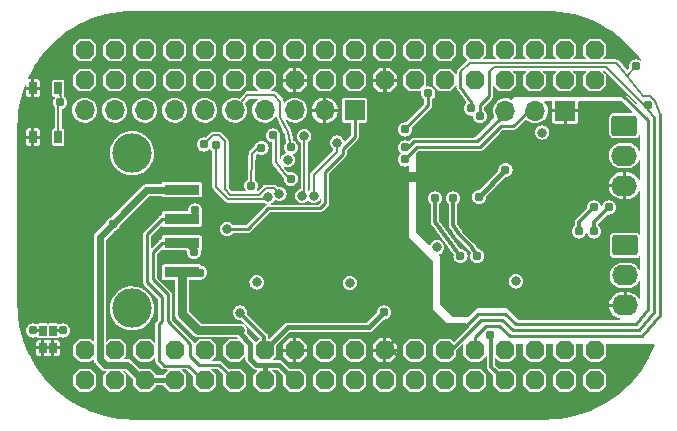
<source format=gbr>
%TF.GenerationSoftware,KiCad,Pcbnew,(6.0.0-rc1-458-g78ff9a857a)*%
%TF.CreationDate,2022-03-27T00:09:43+00:00*%
%TF.ProjectId,belamini_cape_C1,62656c61-6d69-46e6-995f-636170655f43,rev?*%
%TF.SameCoordinates,Original*%
%TF.FileFunction,Copper,L1,Top*%
%TF.FilePolarity,Positive*%
%FSLAX46Y46*%
G04 Gerber Fmt 4.6, Leading zero omitted, Abs format (unit mm)*
G04 Created by KiCad (PCBNEW (6.0.0-rc1-458-g78ff9a857a)) date 2022-03-27 00:09:43*
%MOMM*%
%LPD*%
G01*
G04 APERTURE LIST*
G04 Aperture macros list*
%AMRoundRect*
0 Rectangle with rounded corners*
0 $1 Rounding radius*
0 $2 $3 $4 $5 $6 $7 $8 $9 X,Y pos of 4 corners*
0 Add a 4 corners polygon primitive as box body*
4,1,4,$2,$3,$4,$5,$6,$7,$8,$9,$2,$3,0*
0 Add four circle primitives for the rounded corners*
1,1,$1+$1,$2,$3*
1,1,$1+$1,$4,$5*
1,1,$1+$1,$6,$7*
1,1,$1+$1,$8,$9*
0 Add four rect primitives between the rounded corners*
20,1,$1+$1,$2,$3,$4,$5,0*
20,1,$1+$1,$4,$5,$6,$7,0*
20,1,$1+$1,$6,$7,$8,$9,0*
20,1,$1+$1,$8,$9,$2,$3,0*%
%AMOutline5P*
0 Free polygon, 5 corners , with rotation*
0 The origin of the aperture is its center*
0 number of corners: always 5*
0 $1 to $10 corner X, Y*
0 $11 Rotation angle, in degrees counterclockwise*
0 create outline with 5 corners*
4,1,5,$1,$2,$3,$4,$5,$6,$7,$8,$9,$10,$1,$2,$11*%
%AMOutline6P*
0 Free polygon, 6 corners , with rotation*
0 The origin of the aperture is its center*
0 number of corners: always 6*
0 $1 to $12 corner X, Y*
0 $13 Rotation angle, in degrees counterclockwise*
0 create outline with 6 corners*
4,1,6,$1,$2,$3,$4,$5,$6,$7,$8,$9,$10,$11,$12,$1,$2,$13*%
%AMOutline7P*
0 Free polygon, 7 corners , with rotation*
0 The origin of the aperture is its center*
0 number of corners: always 7*
0 $1 to $14 corner X, Y*
0 $15 Rotation angle, in degrees counterclockwise*
0 create outline with 7 corners*
4,1,7,$1,$2,$3,$4,$5,$6,$7,$8,$9,$10,$11,$12,$13,$14,$1,$2,$15*%
%AMOutline8P*
0 Free polygon, 8 corners , with rotation*
0 The origin of the aperture is its center*
0 number of corners: always 8*
0 $1 to $16 corner X, Y*
0 $17 Rotation angle, in degrees counterclockwise*
0 create outline with 8 corners*
4,1,8,$1,$2,$3,$4,$5,$6,$7,$8,$9,$10,$11,$12,$13,$14,$15,$16,$1,$2,$17*%
G04 Aperture macros list end*
%TA.AperFunction,ComponentPad*%
%ADD10RoundRect,0.250000X-0.845000X0.620000X-0.845000X-0.620000X0.845000X-0.620000X0.845000X0.620000X0*%
%TD*%
%TA.AperFunction,ComponentPad*%
%ADD11O,2.190000X1.740000*%
%TD*%
%TA.AperFunction,ComponentPad*%
%ADD12Outline8P,-0.760000X0.380000X-0.380000X0.760000X0.380000X0.760000X0.760000X0.380000X0.760000X-0.380000X0.380000X-0.760000X-0.380000X-0.760000X-0.760000X-0.380000X90.000000*%
%TD*%
%TA.AperFunction,SMDPad,CuDef*%
%ADD13R,0.650000X1.050000*%
%TD*%
%TA.AperFunction,ComponentPad*%
%ADD14R,1.700000X1.700000*%
%TD*%
%TA.AperFunction,ComponentPad*%
%ADD15O,1.700000X1.700000*%
%TD*%
%TA.AperFunction,SMDPad,CuDef*%
%ADD16R,3.000000X0.900000*%
%TD*%
%TA.AperFunction,ComponentPad*%
%ADD17C,3.327400*%
%TD*%
%TA.AperFunction,SMDPad,CuDef*%
%ADD18R,0.650000X0.850000*%
%TD*%
%TA.AperFunction,ViaPad*%
%ADD19C,0.787400*%
%TD*%
%TA.AperFunction,ViaPad*%
%ADD20C,0.800000*%
%TD*%
%TA.AperFunction,Conductor*%
%ADD21C,0.304800*%
%TD*%
%TA.AperFunction,Conductor*%
%ADD22C,0.406400*%
%TD*%
%TA.AperFunction,Conductor*%
%ADD23C,0.812800*%
%TD*%
%TA.AperFunction,Conductor*%
%ADD24C,0.254000*%
%TD*%
%TA.AperFunction,Conductor*%
%ADD25C,0.250000*%
%TD*%
%TA.AperFunction,Conductor*%
%ADD26C,0.203200*%
%TD*%
%TA.AperFunction,Conductor*%
%ADD27C,0.762000*%
%TD*%
%TA.AperFunction,Conductor*%
%ADD28C,0.609600*%
%TD*%
G04 APERTURE END LIST*
D10*
%TO.P,J3,1,Pin_1*%
%TO.N,/belamini_cape_C1_2/INR*%
X172655000Y-107560000D03*
D11*
%TO.P,J3,2,Pin_2*%
%TO.N,/belamini_cape_C1_2/INL*%
X172655000Y-110100000D03*
%TO.P,J3,3,Pin_3*%
%TO.N,GND*%
X172655000Y-112640000D03*
%TD*%
D12*
%TO.P,P2,1,Pin_1*%
%TO.N,unconnected-(P2-Pad1)*%
X126900000Y-93560000D03*
%TO.P,P2,2,Pin_2*%
%TO.N,unconnected-(P2-Pad2)*%
X126900000Y-91020000D03*
%TO.P,P2,3,Pin_3*%
%TO.N,unconnected-(P2-Pad3)*%
X129440000Y-93560000D03*
%TO.P,P2,4,Pin_4*%
%TO.N,unconnected-(P2-Pad4)*%
X129440000Y-91020000D03*
%TO.P,P2,5,Pin_5*%
%TO.N,unconnected-(P2-Pad5)*%
X131980000Y-93560000D03*
%TO.P,P2,6,Pin_6*%
%TO.N,unconnected-(P2-Pad6)*%
X131980000Y-91020000D03*
%TO.P,P2,7,Pin_7*%
%TO.N,unconnected-(P2-Pad7)*%
X134520000Y-93560000D03*
%TO.P,P2,8,Pin_8*%
%TO.N,unconnected-(P2-Pad8)*%
X134520000Y-91020000D03*
%TO.P,P2,9,Pin_9*%
%TO.N,unconnected-(P2-Pad9)*%
X137060000Y-93560000D03*
%TO.P,P2,10,Pin_10*%
%TO.N,unconnected-(P2-Pad10)*%
X137060000Y-91020000D03*
%TO.P,P2,11,Pin_11*%
%TO.N,unconnected-(P2-Pad11)*%
X139600000Y-93560000D03*
%TO.P,P2,12,Pin_12*%
%TO.N,unconnected-(P2-Pad12)*%
X139600000Y-91020000D03*
%TO.P,P2,13,Pin_13*%
%TO.N,unconnected-(P2-Pad13)*%
X142140000Y-93560000D03*
%TO.P,P2,14,Pin_14*%
%TO.N,unconnected-(P2-Pad14)*%
X142140000Y-91020000D03*
%TO.P,P2,15,Pin_15*%
%TO.N,GND*%
X144680000Y-93560000D03*
%TO.P,P2,16,Pin_16*%
%TO.N,unconnected-(P2-Pad16)*%
X144680000Y-91020000D03*
%TO.P,P2,17,Pin_17*%
%TO.N,unconnected-(P2-Pad17)*%
X147220000Y-93560000D03*
%TO.P,P2,18,Pin_18*%
%TO.N,unconnected-(P2-Pad18)*%
X147220000Y-91020000D03*
%TO.P,P2,19,Pin_19*%
%TO.N,unconnected-(P2-Pad19)*%
X149760000Y-93560000D03*
%TO.P,P2,20,Pin_20*%
%TO.N,unconnected-(P2-Pad20)*%
X149760000Y-91020000D03*
%TO.P,P2,21,Pin_21*%
%TO.N,GND*%
X152300000Y-93560000D03*
%TO.P,P2,22,Pin_22*%
%TO.N,unconnected-(P2-Pad22)*%
X152300000Y-91020000D03*
%TO.P,P2,23,Pin_23*%
%TO.N,unconnected-(P2-Pad23)*%
X154840000Y-93560000D03*
%TO.P,P2,24,Pin_24*%
%TO.N,unconnected-(P2-Pad24)*%
X154840000Y-91020000D03*
%TO.P,P2,25,Pin_25*%
%TO.N,unconnected-(P2-Pad25)*%
X157380000Y-93560000D03*
%TO.P,P2,26,Pin_26*%
%TO.N,/belamini_cape_C1_2/RESETN*%
X157380000Y-91020000D03*
%TO.P,P2,27,Pin_27*%
%TO.N,unconnected-(P2-Pad27)*%
X159920000Y-93560000D03*
%TO.P,P2,28,Pin_28*%
%TO.N,unconnected-(P2-Pad28)*%
X159920000Y-91020000D03*
%TO.P,P2,29,Pin_29*%
%TO.N,unconnected-(P2-Pad29)*%
X162460000Y-93560000D03*
%TO.P,P2,30,Pin_30*%
%TO.N,/belamini_cape_C1_2/AUD_DOUT*%
X162460000Y-91020000D03*
%TO.P,P2,31,Pin_31*%
%TO.N,unconnected-(P2-Pad31)*%
X165000000Y-93560000D03*
%TO.P,P2,32,Pin_32*%
%TO.N,/belamini_cape_C1_2/AUD_DIN*%
X165000000Y-91020000D03*
%TO.P,P2,33,Pin_33*%
%TO.N,unconnected-(P2-Pad33)*%
X167540000Y-93560000D03*
%TO.P,P2,34,Pin_34*%
%TO.N,/belamini_cape_C1_2/SHUTDOWN_REQ{slash}*%
X167540000Y-91020000D03*
%TO.P,P2,35,Pin_35*%
%TO.N,unconnected-(P2-Pad35)*%
X170080000Y-93560000D03*
%TO.P,P2,36,Pin_36*%
%TO.N,unconnected-(P2-Pad36)*%
X170080000Y-91020000D03*
%TD*%
D13*
%TO.P,S1,1,1*%
%TO.N,Net-(R3-Pad1)*%
X124666900Y-94241200D03*
X124666900Y-98391200D03*
%TO.P,S1,2,2*%
%TO.N,GND*%
X122516900Y-94241200D03*
X122516900Y-98391200D03*
%TD*%
D14*
%TO.P,J2,1,Pin_1*%
%TO.N,GND*%
X167600000Y-96150000D03*
D15*
%TO.P,J2,2,Pin_2*%
%TO.N,/belamini_cape_C1_2/LEFT_LOP*%
X165060000Y-96150000D03*
%TO.P,J2,3,Pin_3*%
%TO.N,/belamini_cape_C1_2/RIGHT_LOP*%
X162520000Y-96150000D03*
%TD*%
D16*
%TO.P,J5,1,VBUS*%
%TO.N,/belamini_cape_C1_2/USB_VBUS*%
X135119100Y-102827250D03*
%TO.P,J5,2,D-*%
%TO.N,/belamini_cape_C1_2/USB_DM*%
X135119100Y-105327250D03*
%TO.P,J5,3,D+*%
%TO.N,/belamini_cape_C1_2/USB_DP*%
X135119100Y-107327250D03*
%TO.P,J5,4,GND*%
%TO.N,/belamini_cape_C1_2/USBGND*%
X135119100Y-109827250D03*
D17*
%TO.P,J5,5,Shield*%
X130907100Y-112893150D03*
%TO.P,J5,6*%
%TO.N,N/C*%
X130907100Y-99761350D03*
%TD*%
D18*
%TO.P,D5,1,A1*%
%TO.N,Net-(D5-Pad1)*%
X123370100Y-114793600D03*
%TO.P,D5,2,A2*%
%TO.N,Net-(D5-Pad2)*%
X124220100Y-114793600D03*
%TO.P,D5,3,K1*%
%TO.N,GND*%
X124220100Y-116243600D03*
%TO.P,D5,4,K2*%
X123370100Y-116243600D03*
%TD*%
D14*
%TO.P,J1,1,Pin_1*%
%TO.N,/belamini_cape_C1_1/REFP*%
X149766100Y-96113600D03*
D15*
%TO.P,J1,2,Pin_2*%
%TO.N,GND*%
X147226100Y-96113600D03*
%TO.P,J1,3,Pin_3*%
%TO.N,Net-(IC2-Pad12)*%
X144686100Y-96113600D03*
%TO.P,J1,4,Pin_4*%
%TO.N,Net-(IC2-Pad9)*%
X142146100Y-96113600D03*
%TO.P,J1,5,Pin_5*%
%TO.N,Net-(IC2-Pad4)*%
X139606100Y-96113600D03*
%TO.P,J1,6,Pin_6*%
%TO.N,Net-(IC2-Pad1)*%
X137066100Y-96113600D03*
%TO.P,J1,7,Pin_7*%
%TO.N,Net-(IC1-Pad4)*%
X134526100Y-96113600D03*
%TO.P,J1,8,Pin_8*%
%TO.N,Net-(IC1-Pad1)*%
X131986100Y-96113600D03*
%TO.P,J1,9,Pin_9*%
%TO.N,Net-(IC1-Pad12)*%
X129446100Y-96113600D03*
%TO.P,J1,10,Pin_10*%
%TO.N,Net-(IC1-Pad9)*%
X126906100Y-96113600D03*
%TD*%
D12*
%TO.P,P1,1,Pin_1*%
%TO.N,unconnected-(P1-Pad1)*%
X126910000Y-118970000D03*
%TO.P,P1,2,Pin_2*%
%TO.N,Net-(P1-Pad2)*%
X126910000Y-116430000D03*
%TO.P,P1,3,Pin_3*%
%TO.N,unconnected-(P1-Pad3)*%
X129450000Y-118970000D03*
%TO.P,P1,4,Pin_4*%
%TO.N,Net-(P1-Pad4)*%
X129450000Y-116430000D03*
%TO.P,P1,5,Pin_5*%
%TO.N,/belamini_cape_C1_2/USB_VBUS*%
X131990000Y-118970000D03*
%TO.P,P1,6,Pin_6*%
%TO.N,SPI_ADC_CNV*%
X131990000Y-116430000D03*
%TO.P,P1,7,Pin_7*%
%TO.N,/belamini_cape_C1_2/USB_VBUS*%
X134530000Y-118970000D03*
%TO.P,P1,8,Pin_8*%
%TO.N,SPI_SCK*%
X134530000Y-116430000D03*
%TO.P,P1,9,Pin_9*%
%TO.N,/belamini_cape_C1_2/USB_DM*%
X137070000Y-118970000D03*
%TO.P,P1,10,Pin_10*%
%TO.N,SPI_MISO*%
X137070000Y-116430000D03*
%TO.P,P1,11,Pin_11*%
%TO.N,/belamini_cape_C1_2/USB_DP*%
X139610000Y-118970000D03*
%TO.P,P1,12,Pin_12*%
%TO.N,SPI_MOSI*%
X139610000Y-116430000D03*
%TO.P,P1,13,Pin_13*%
%TO.N,/belamini_cape_C1_2/USBGND*%
X142150000Y-118970000D03*
%TO.P,P1,14,Pin_14*%
%TO.N,+3V3*%
X142150000Y-116430000D03*
%TO.P,P1,15,Pin_15*%
%TO.N,/belamini_cape_C1_2/USBGND*%
X144690000Y-118970000D03*
%TO.P,P1,16,Pin_16*%
%TO.N,GND*%
X144690000Y-116430000D03*
%TO.P,P1,17,Pin_17*%
%TO.N,unconnected-(P1-Pad17)*%
X147230000Y-118970000D03*
%TO.P,P1,18,Pin_18*%
%TO.N,unconnected-(P1-Pad18)*%
X147230000Y-116430000D03*
%TO.P,P1,19,Pin_19*%
%TO.N,unconnected-(P1-Pad19)*%
X149770000Y-118970000D03*
%TO.P,P1,20,Pin_20*%
%TO.N,unconnected-(P1-Pad20)*%
X149770000Y-116430000D03*
%TO.P,P1,21,Pin_21*%
%TO.N,unconnected-(P1-Pad21)*%
X152310000Y-118970000D03*
%TO.P,P1,22,Pin_22*%
%TO.N,GND*%
X152310000Y-116430000D03*
%TO.P,P1,23,Pin_23*%
%TO.N,unconnected-(P1-Pad23)*%
X154850000Y-118970000D03*
%TO.P,P1,24,Pin_24*%
%TO.N,+5V*%
X154850000Y-116430000D03*
%TO.P,P1,25,Pin_25*%
%TO.N,unconnected-(P1-Pad25)*%
X157390000Y-118970000D03*
%TO.P,P1,26,Pin_26*%
%TO.N,/belamini_cape_C1_2/SDA*%
X157390000Y-116430000D03*
%TO.P,P1,27,Pin_27*%
%TO.N,unconnected-(P1-Pad27)*%
X159930000Y-118970000D03*
%TO.P,P1,28,Pin_28*%
%TO.N,/belamini_cape_C1_2/SCL*%
X159930000Y-116430000D03*
%TO.P,P1,29,Pin_29*%
%TO.N,/belamini_cape_C1_2/AUD_MCLK*%
X162470000Y-118970000D03*
%TO.P,P1,30,Pin_30*%
%TO.N,unconnected-(P1-Pad30)*%
X162470000Y-116430000D03*
%TO.P,P1,31,Pin_31*%
%TO.N,unconnected-(P1-Pad31)*%
X165010000Y-118970000D03*
%TO.P,P1,32,Pin_32*%
%TO.N,unconnected-(P1-Pad32)*%
X165010000Y-116430000D03*
%TO.P,P1,33,Pin_33*%
%TO.N,/belamini_cape_C1_2/AUD_WCLK*%
X167550000Y-118970000D03*
%TO.P,P1,34,Pin_34*%
%TO.N,unconnected-(P1-Pad34)*%
X167550000Y-116430000D03*
%TO.P,P1,35,Pin_35*%
%TO.N,unconnected-(P1-Pad35)*%
X170090000Y-118970000D03*
%TO.P,P1,36,Pin_36*%
%TO.N,/belamini_cape_C1_2/AUD_BCLK*%
X170090000Y-116430000D03*
%TD*%
D10*
%TO.P,J4,1,Pin_1*%
%TO.N,/belamini_cape_C1_2/HPR*%
X172605000Y-97410000D03*
D11*
%TO.P,J4,2,Pin_2*%
%TO.N,/belamini_cape_C1_2/HPL*%
X172605000Y-99950000D03*
%TO.P,J4,3,Pin_3*%
%TO.N,GND*%
X172605000Y-102490000D03*
%TD*%
D19*
%TO.N,/belamini_cape_C1_2/AUD_HPLOUT*%
X158085100Y-103580600D03*
X160150000Y-108457400D03*
%TO.N,/belamini_cape_C1_2/AUD_HPROUT*%
X156561100Y-103580600D03*
X158720100Y-108457400D03*
D20*
%TO.N,+3V3*%
X163400000Y-110600000D03*
D19*
X162530100Y-101167600D03*
X160303028Y-103464522D03*
X152243100Y-113232600D03*
D20*
X165650000Y-98000000D03*
X156729850Y-107729850D03*
X140050000Y-113250000D03*
D19*
%TO.N,GND*%
X157323100Y-102818600D03*
D20*
X145150000Y-108550000D03*
D19*
X143169373Y-101844757D03*
X167737100Y-110438600D03*
X168245100Y-103834600D03*
D20*
X142202320Y-112747680D03*
X148150000Y-109500000D03*
D19*
X137066600Y-100469100D03*
X155418100Y-112597600D03*
X160117100Y-102310600D03*
D20*
X148250000Y-102950000D03*
X138182129Y-108172129D03*
D19*
X166199015Y-107503516D03*
X164244600Y-99389600D03*
D20*
X139106355Y-104542855D03*
D19*
X160561600Y-106462600D03*
D20*
X142500000Y-106400000D03*
D19*
X149465100Y-99958560D03*
D20*
%TO.N,/belamini_cape_C1_1/REFP*%
X138950000Y-106175000D03*
D19*
%TO.N,/belamini_cape_C1_2/AUD_MCLK*%
X161260100Y-115137600D03*
%TO.N,/belamini_cape_C1_2/SCL*%
X173579100Y-92404600D03*
X159634500Y-95960600D03*
%TO.N,/belamini_cape_C1_2/SDA*%
X174595100Y-95706600D03*
X160371100Y-96621000D03*
%TO.N,/belamini_cape_C1_2/LEFT_LOP*%
X154021100Y-100278600D03*
%TO.N,/belamini_cape_C1_2/RIGHT_LOP*%
X154021100Y-99262600D03*
%TO.N,/belamini_cape_C1_2/RESETN*%
X154021100Y-97738600D03*
X156002300Y-94690600D03*
%TO.N,/belamini_cape_C1_2/USB_DM*%
X136241100Y-104596600D03*
%TO.N,/belamini_cape_C1_2/USBGND*%
X136654000Y-109854839D03*
%TO.N,/belamini_cape_C1_2/USB_DP*%
X136154069Y-108126784D03*
%TO.N,/belamini_cape_C1_2/USB_VBUS*%
X129272075Y-105760200D03*
D20*
%TO.N,/belamini_cape_C1_1/5V_ANALOG*%
X141462500Y-110687500D03*
X149350000Y-110750000D03*
X144092830Y-100332170D03*
D19*
%TO.N,/belamini_cape_C1_2/HPR*%
X170023100Y-106374600D03*
X171293100Y-104342600D03*
%TO.N,/belamini_cape_C1_2/HPL*%
X168753100Y-106374600D03*
X170023100Y-104342600D03*
%TO.N,Net-(D5-Pad1)*%
X122525100Y-114756600D03*
%TO.N,Net-(D5-Pad2)*%
X125065100Y-114756600D03*
%TO.N,Net-(R3-Pad1)*%
X124811100Y-95452600D03*
%TO.N,Net-(IC1-Pad4)*%
X141000000Y-102500000D03*
X141873515Y-99284900D03*
D20*
%TO.N,Net-(IC1-Pad13)*%
X142450002Y-103449996D03*
D19*
X138019100Y-99059400D03*
D20*
%TO.N,Net-(IC1-Pad15)*%
X143393790Y-103196258D03*
D19*
X137003100Y-99008600D03*
%TO.N,Net-(IC2-Pad1)*%
X144369100Y-101929600D03*
X142845100Y-98246600D03*
%TO.N,Net-(IC2-Pad4)*%
X144369100Y-99262600D03*
D20*
%TO.N,Net-(IC2-Pad5)*%
X145500000Y-98325000D03*
X145322699Y-103351866D03*
%TO.N,Net-(IC2-Pad7)*%
X148275000Y-98850000D03*
X146300000Y-103350000D03*
%TD*%
D21*
%TO.N,/belamini_cape_C1_2/AUD_HPLOUT*%
X158085100Y-105866600D02*
X158085100Y-103580600D01*
X160150000Y-108457400D02*
X159609100Y-107644600D01*
X158593100Y-106628600D02*
X158085100Y-105866600D01*
X159609100Y-107644600D02*
X158593100Y-106628600D01*
%TO.N,/belamini_cape_C1_2/AUD_HPROUT*%
X156561100Y-103580600D02*
X156561100Y-105612600D01*
X156561100Y-105612600D02*
X158720100Y-108457400D01*
%TO.N,+3V3*%
X142101100Y-116391100D02*
X142145000Y-116435000D01*
X142101100Y-115301100D02*
X140050000Y-113250000D01*
D22*
X142151100Y-116433600D02*
X144082100Y-114502600D01*
X144082100Y-114502600D02*
X150973100Y-114502600D01*
X160303028Y-103464522D02*
X162530100Y-101167600D01*
X150973100Y-114502600D02*
X152243100Y-113232600D01*
D21*
X142101100Y-115301100D02*
X142101100Y-116391100D01*
%TO.N,GND*%
X149465100Y-99958560D02*
X149449100Y-99770600D01*
X155418100Y-113326600D02*
X152311100Y-116433600D01*
D23*
X157323100Y-101802600D02*
X153513100Y-101802600D01*
D24*
X160244100Y-113359600D02*
X162530100Y-113359600D01*
D21*
X152311100Y-98060600D02*
X153005100Y-98754600D01*
D24*
X156815100Y-115010600D02*
X158593100Y-115010600D01*
D21*
X152311100Y-93573600D02*
X152311100Y-98060600D01*
D24*
X152311100Y-116433600D02*
X152904100Y-116433600D01*
X161133100Y-95706600D02*
X161133100Y-96976600D01*
X162022100Y-94817600D02*
X161133100Y-95706600D01*
X156180100Y-117042600D02*
X156180100Y-115645600D01*
X153005100Y-98754600D02*
X153005100Y-101294600D01*
D21*
X159609100Y-101802600D02*
X160117100Y-102310600D01*
D24*
X174595100Y-96976600D02*
X172436100Y-94817600D01*
X156180100Y-115645600D02*
X156815100Y-115010600D01*
X161133100Y-96976600D02*
X159863100Y-98246600D01*
D21*
X157323100Y-102818600D02*
X157323100Y-101802600D01*
D24*
X159863100Y-98246600D02*
X154783100Y-98246600D01*
D21*
X155418100Y-112597600D02*
X155418100Y-113326600D01*
D24*
X153259100Y-98500600D02*
X153005100Y-98754600D01*
X163419100Y-114248600D02*
X173579100Y-114248600D01*
X153005100Y-101294600D02*
X153513100Y-101802600D01*
X155545100Y-117677600D02*
X156180100Y-117042600D01*
X173579100Y-114248600D02*
X174595100Y-112978600D01*
X162530100Y-113359600D02*
X163419100Y-114248600D01*
X154783100Y-98246600D02*
X154275100Y-98500600D01*
X154275100Y-98500600D02*
X153259100Y-98500600D01*
X154148100Y-117677600D02*
X155545100Y-117677600D01*
X172436100Y-94817600D02*
X162022100Y-94817600D01*
D21*
X157323100Y-101802600D02*
X159609100Y-101802600D01*
D24*
X152904100Y-116433600D02*
X154148100Y-117677600D01*
X174595100Y-112978600D02*
X174595100Y-96976600D01*
X158593100Y-115010600D02*
X160244100Y-113359600D01*
D25*
%TO.N,/belamini_cape_C1_1/REFP*%
X142468203Y-104425000D02*
X146825000Y-104425000D01*
X147275000Y-101325000D02*
X148750000Y-99850000D01*
X146825000Y-104425000D02*
X147275000Y-103975000D01*
X147275000Y-103975000D02*
X147275000Y-101325000D01*
X149766100Y-98366100D02*
X149766100Y-96113600D01*
X148750000Y-99850000D02*
X148750000Y-99382200D01*
X140718203Y-106175000D02*
X142468203Y-104425000D01*
X148750000Y-99382200D02*
X149766100Y-98366100D01*
X138950000Y-106175000D02*
X140718203Y-106175000D01*
D21*
%TO.N,/belamini_cape_C1_2/AUD_MCLK*%
X161302100Y-115687600D02*
X161302100Y-117812100D01*
X161260100Y-115137600D02*
X161302100Y-115687600D01*
X161302100Y-117812100D02*
X162465000Y-118975000D01*
D26*
%TO.N,/belamini_cape_C1_2/SCL*%
X172086425Y-92278107D02*
X172002703Y-92171844D01*
X172182100Y-92399541D02*
X172798187Y-93181500D01*
X158720100Y-92912600D02*
X159533211Y-92099489D01*
X172802200Y-93181500D02*
X172798187Y-93181500D01*
X175218884Y-95291954D02*
X174736953Y-94944600D01*
D24*
X159931100Y-115323600D02*
X160879100Y-114375600D01*
D26*
X174736953Y-94944600D02*
X174197631Y-94944600D01*
X172798187Y-93181500D02*
X174148915Y-94895885D01*
X173579100Y-92404600D02*
X172802200Y-93181500D01*
X171801412Y-92147963D02*
X171823637Y-92150600D01*
X171977128Y-92168810D02*
X171958918Y-92150600D01*
D24*
X159634500Y-95960600D02*
X159609100Y-95452600D01*
X162911100Y-115264600D02*
X174087100Y-115264600D01*
X158720100Y-94182600D02*
X158720100Y-92912600D01*
D26*
X171823637Y-92150600D02*
X171958918Y-92150600D01*
X171764929Y-92099489D02*
X171816040Y-92150600D01*
X174197631Y-94944600D02*
X174148915Y-94895885D01*
D24*
X159609100Y-95452600D02*
X158720100Y-94182600D01*
D26*
X172002703Y-92171844D02*
X171977128Y-92168810D01*
D24*
X159931100Y-116433600D02*
X159931100Y-115323600D01*
D26*
X159533211Y-92099489D02*
X171764929Y-92099489D01*
X175611100Y-96468600D02*
X175218884Y-95291954D01*
D24*
X175611100Y-113486600D02*
X175611100Y-96468600D01*
X160879100Y-114375600D02*
X162022100Y-114375600D01*
D26*
X172086425Y-92278107D02*
X172182100Y-92373782D01*
D24*
X162022100Y-114375600D02*
X162911100Y-115264600D01*
D26*
X172182100Y-92373782D02*
X172182100Y-92399541D01*
D24*
X175611100Y-113486600D02*
X174087100Y-115264600D01*
%TO.N,/belamini_cape_C1_2/SDA*%
X175103100Y-113232600D02*
X173833100Y-114756600D01*
D26*
X171072046Y-92480000D02*
X174317356Y-95725310D01*
D24*
X174595100Y-95706600D02*
X174576390Y-95725310D01*
X157391100Y-116433600D02*
X157932100Y-116433600D01*
X161133100Y-94944600D02*
X161133100Y-92912600D01*
X160371100Y-95706600D02*
X161133100Y-94944600D01*
X163165100Y-114756600D02*
X173833100Y-114756600D01*
X157932100Y-116433600D02*
X160498100Y-113867600D01*
X174576390Y-95725310D02*
X174317356Y-95725310D01*
D26*
X161133100Y-92912600D02*
X161565700Y-92480000D01*
D24*
X160498100Y-113867600D02*
X162276100Y-113867600D01*
X162276100Y-113867600D02*
X163165100Y-114756600D01*
D26*
X174317356Y-95725310D02*
X175103100Y-96722600D01*
D24*
X175103100Y-96722600D02*
X175103100Y-113232600D01*
X160371100Y-96621000D02*
X160371100Y-95706600D01*
D26*
X161565700Y-92480000D02*
X171072046Y-92480000D01*
D24*
%TO.N,/belamini_cape_C1_2/LEFT_LOP*%
X160371100Y-99262600D02*
X155037100Y-99262600D01*
X164503100Y-96146600D02*
X163165100Y-97484600D01*
X165096100Y-96146600D02*
X164503100Y-96146600D01*
X163165100Y-97484600D02*
X162149100Y-97484600D01*
X155037100Y-99262600D02*
X154021100Y-100278600D01*
X162149100Y-97484600D02*
X160371100Y-99262600D01*
%TO.N,/belamini_cape_C1_2/RIGHT_LOP*%
X162556100Y-96146600D02*
X162048100Y-96823600D01*
X162048100Y-96823600D02*
X160117100Y-98754600D01*
X154275100Y-99262600D02*
X154021100Y-99262600D01*
X154783100Y-98754600D02*
X154275100Y-99262600D01*
X160117100Y-98754600D02*
X154783100Y-98754600D01*
%TO.N,/belamini_cape_C1_2/RESETN*%
X156002300Y-94690600D02*
X156002300Y-95706600D01*
X156002300Y-95706600D02*
X154021100Y-97738600D01*
%TO.N,/belamini_cape_C1_2/USB_DM*%
X133626500Y-117730000D02*
X133193100Y-117296600D01*
X133193100Y-114248600D02*
X133447100Y-113994600D01*
X135103100Y-105358600D02*
X135119100Y-105374600D01*
X135658500Y-117730000D02*
X133626500Y-117730000D01*
X133447100Y-105358600D02*
X135103100Y-105358600D01*
X136902100Y-118973600D02*
X135658500Y-117730000D01*
X136151100Y-105358600D02*
X136241100Y-104596600D01*
X133447100Y-113994600D02*
X133447100Y-111962600D01*
X133447100Y-111962600D02*
X132177100Y-110692600D01*
X132177100Y-110692600D02*
X132177100Y-106628600D01*
X137071100Y-118973600D02*
X136902100Y-118973600D01*
X133193100Y-117296600D02*
X133193100Y-114248600D01*
X135119100Y-105374600D02*
X136151100Y-105358600D01*
X132177100Y-106628600D02*
X133447100Y-105358600D01*
D27*
%TO.N,/belamini_cape_C1_2/USBGND*%
X135119100Y-113380600D02*
X136495100Y-114756600D01*
D22*
X135119100Y-109874600D02*
X136634239Y-109874600D01*
X140051100Y-114756600D02*
X140051100Y-115010600D01*
X143395100Y-117677600D02*
X144691100Y-118973600D01*
X142102400Y-117677600D02*
X142150000Y-117725200D01*
X140051100Y-115010600D02*
X140940147Y-115899647D01*
D27*
X136495100Y-114756600D02*
X140051100Y-114756600D01*
D22*
X142150000Y-117725200D02*
X142150000Y-118970000D01*
X136634239Y-109874600D02*
X136654000Y-109854839D01*
X140914489Y-117143989D02*
X141448100Y-117677600D01*
D27*
X135119100Y-109874600D02*
X135119100Y-113380600D01*
D22*
X142102400Y-117677600D02*
X143395100Y-117677600D01*
X140940147Y-115899647D02*
X140914489Y-115925305D01*
X141448100Y-117677600D02*
X142102400Y-117677600D01*
X140914489Y-115925305D02*
X140914489Y-117143989D01*
D24*
%TO.N,/belamini_cape_C1_2/USB_DP*%
X133447100Y-107390600D02*
X132685100Y-108152600D01*
X132685100Y-108152600D02*
X132685100Y-110438600D01*
X135860100Y-116915600D02*
X136622100Y-117677600D01*
X132685100Y-110438600D02*
X133955100Y-111708600D01*
X139611100Y-118888600D02*
X139611100Y-118973600D01*
X136622100Y-117677600D02*
X138317600Y-117677600D01*
X136154069Y-108126784D02*
X135401885Y-107374600D01*
X135119100Y-107374600D02*
X135103100Y-107390600D01*
X133955100Y-113994600D02*
X135860100Y-115899600D01*
X135103100Y-107390600D02*
X133447100Y-107390600D01*
X133955100Y-111708600D02*
X133955100Y-113994600D01*
X135401885Y-107374600D02*
X135119100Y-107374600D01*
X138317600Y-117677600D02*
X139610000Y-118970000D01*
X135860100Y-115899600D02*
X135860100Y-116915600D01*
D28*
%TO.N,/belamini_cape_C1_2/USB_VBUS*%
X128621100Y-117677600D02*
X128163900Y-117169600D01*
X130034012Y-104988482D02*
X132121100Y-102874600D01*
X132121100Y-102874600D02*
X135119100Y-102874600D01*
X129272075Y-105760200D02*
X130034012Y-104988482D01*
D22*
X129272075Y-105760200D02*
X129272075Y-105750419D01*
D28*
X128163900Y-117169600D02*
X128163900Y-106882600D01*
D22*
X131991100Y-118973600D02*
X131822100Y-118973600D01*
D28*
X131822100Y-118973600D02*
X130526100Y-117677600D01*
X130526100Y-117677600D02*
X128621100Y-117677600D01*
X128163900Y-106882600D02*
X129272075Y-105760200D01*
D22*
X131991100Y-118973600D02*
X134531100Y-118973600D01*
X129272075Y-105750419D02*
X130034012Y-104988482D01*
D21*
%TO.N,/belamini_cape_C1_2/HPR*%
X170023100Y-105612600D02*
X171293100Y-104342600D01*
X170023100Y-106374600D02*
X170023100Y-105612600D01*
%TO.N,/belamini_cape_C1_2/HPL*%
X168753100Y-106374600D02*
X168753100Y-105612600D01*
X168753100Y-105612600D02*
X170023100Y-104342600D01*
D24*
%TO.N,Net-(D5-Pad1)*%
X122525100Y-114756600D02*
X123287100Y-114710600D01*
X123287100Y-114710600D02*
X123370100Y-114793600D01*
%TO.N,Net-(D5-Pad2)*%
X124303100Y-114710600D02*
X124220100Y-114793600D01*
X125065100Y-114756600D02*
X124303100Y-114710600D01*
D26*
%TO.N,Net-(R3-Pad1)*%
X124666900Y-94241200D02*
X124870100Y-95003600D01*
X124666900Y-98391200D02*
X124666900Y-95596800D01*
X124666900Y-95596800D02*
X124811100Y-95452600D01*
X124870100Y-95003600D02*
X124811100Y-95452600D01*
%TO.N,Net-(IC1-Pad4)*%
X141084461Y-99803099D02*
X141724625Y-99162935D01*
X141000000Y-102500000D02*
X141084461Y-99803099D01*
X141724625Y-99162935D02*
X141873515Y-99284900D01*
%TO.N,Net-(IC1-Pad13)*%
X142346729Y-103553269D02*
X142450002Y-103449996D01*
X138019100Y-102594099D02*
X139055512Y-103630511D01*
X142346729Y-103655511D02*
X142346729Y-103553269D01*
X142269487Y-103630511D02*
X142450002Y-103449996D01*
X138019100Y-99059400D02*
X138019100Y-102594099D01*
X139055512Y-103630511D02*
X142269487Y-103630511D01*
%TO.N,Net-(IC1-Pad15)*%
X138781100Y-98754600D02*
X138781100Y-102817976D01*
X142918631Y-102721099D02*
X143393790Y-103196258D01*
X139213124Y-103250000D02*
X141689888Y-103250000D01*
X142218789Y-102721099D02*
X142918631Y-102721099D01*
X137003100Y-99008600D02*
X137765100Y-98246600D01*
X137765100Y-98246600D02*
X138273100Y-98246600D01*
X141689888Y-103250000D02*
X142218789Y-102721099D01*
X138273100Y-98246600D02*
X138781100Y-98754600D01*
X138781100Y-102817976D02*
X139213124Y-103250000D01*
%TO.N,Net-(IC2-Pad1)*%
X143861100Y-101548600D02*
X144369100Y-101929600D01*
X143099100Y-100532600D02*
X143861100Y-101548600D01*
X143099100Y-98500600D02*
X143099100Y-100532600D01*
X142845100Y-98246600D02*
X143099100Y-98500600D01*
%TO.N,Net-(IC2-Pad4)*%
X144115100Y-97992600D02*
X144369100Y-99262600D01*
X142972100Y-94817600D02*
X143448693Y-95377925D01*
X140686100Y-94817600D02*
X142972100Y-94817600D01*
X143448693Y-95377925D02*
X143448693Y-96647925D01*
X139644100Y-96113600D02*
X140686100Y-94817600D01*
X139611100Y-96113600D02*
X139644100Y-96113600D01*
X143448693Y-96647925D02*
X144115100Y-97992600D01*
%TO.N,Net-(IC2-Pad5)*%
X145500000Y-98325000D02*
X145500000Y-103174565D01*
X145500000Y-103174565D02*
X145322699Y-103351866D01*
%TO.N,Net-(IC2-Pad7)*%
X148275000Y-98850000D02*
X148275000Y-99625000D01*
X148275000Y-99625000D02*
X146300000Y-101600000D01*
X146300000Y-101600000D02*
X146300000Y-103350000D01*
%TD*%
%TA.AperFunction,Conductor*%
%TO.N,GND*%
G36*
X166482214Y-95365586D02*
G01*
X166496800Y-95400800D01*
X166496800Y-96013494D01*
X166499701Y-96020499D01*
X166506706Y-96023400D01*
X168693294Y-96023400D01*
X168700299Y-96020499D01*
X168703200Y-96013494D01*
X168703200Y-95400800D01*
X168717786Y-95365586D01*
X168753000Y-95351000D01*
X172330556Y-95351000D01*
X172365770Y-95365586D01*
X173251470Y-96251286D01*
X173266056Y-96286500D01*
X173251470Y-96321714D01*
X173216256Y-96336300D01*
X171713130Y-96336301D01*
X171705784Y-96336301D01*
X171704612Y-96336412D01*
X171704607Y-96336412D01*
X171694359Y-96337381D01*
X171674025Y-96339302D01*
X171545302Y-96384506D01*
X171435562Y-96465562D01*
X171354506Y-96575302D01*
X171309302Y-96704025D01*
X171306300Y-96735783D01*
X171306301Y-98084216D01*
X171309302Y-98115975D01*
X171354506Y-98244698D01*
X171435562Y-98354438D01*
X171545302Y-98435494D01*
X171674025Y-98480698D01*
X171705783Y-98483700D01*
X172604619Y-98483700D01*
X173504216Y-98483699D01*
X173505388Y-98483588D01*
X173505393Y-98483588D01*
X173515641Y-98482619D01*
X173535975Y-98480698D01*
X173664698Y-98435494D01*
X173774438Y-98354438D01*
X173844843Y-98259119D01*
X173877496Y-98239460D01*
X173914488Y-98248649D01*
X173934147Y-98281303D01*
X173934700Y-98288707D01*
X173934700Y-99555680D01*
X173920114Y-99590894D01*
X173884900Y-99605480D01*
X173849686Y-99590894D01*
X173839566Y-99576292D01*
X173766002Y-99414497D01*
X173765021Y-99412339D01*
X173646483Y-99245231D01*
X173498484Y-99103553D01*
X173326364Y-98992417D01*
X173324167Y-98991532D01*
X173324164Y-98991530D01*
X173138536Y-98916719D01*
X173138532Y-98916718D01*
X173136334Y-98915832D01*
X173134010Y-98915378D01*
X173134006Y-98915377D01*
X172937013Y-98876908D01*
X172937012Y-98876908D01*
X172935251Y-98876564D01*
X172933464Y-98876477D01*
X172933459Y-98876476D01*
X172930433Y-98876328D01*
X172930420Y-98876328D01*
X172929854Y-98876300D01*
X172328809Y-98876300D01*
X172264861Y-98882401D01*
X172178400Y-98890650D01*
X172178397Y-98890651D01*
X172176045Y-98890875D01*
X172173776Y-98891541D01*
X172173774Y-98891541D01*
X172092525Y-98915377D01*
X171979449Y-98948550D01*
X171797305Y-99042360D01*
X171636187Y-99168920D01*
X171634637Y-99170706D01*
X171634634Y-99170709D01*
X171568293Y-99247161D01*
X171501908Y-99323663D01*
X171399312Y-99501006D01*
X171332103Y-99694550D01*
X171302704Y-99897311D01*
X171312176Y-100101974D01*
X171336177Y-100201563D01*
X171358040Y-100292276D01*
X171360179Y-100301153D01*
X171361158Y-100303307D01*
X171361159Y-100303309D01*
X171405599Y-100401049D01*
X171444979Y-100487661D01*
X171563517Y-100654769D01*
X171711516Y-100796447D01*
X171883636Y-100907583D01*
X171885833Y-100908468D01*
X171885836Y-100908470D01*
X172071464Y-100983281D01*
X172071468Y-100983282D01*
X172073666Y-100984168D01*
X172075990Y-100984622D01*
X172075994Y-100984623D01*
X172272987Y-101023092D01*
X172274749Y-101023436D01*
X172276536Y-101023523D01*
X172276541Y-101023524D01*
X172279567Y-101023672D01*
X172279580Y-101023672D01*
X172280146Y-101023700D01*
X172881191Y-101023700D01*
X172945139Y-101017599D01*
X173031600Y-101009350D01*
X173031603Y-101009349D01*
X173033955Y-101009125D01*
X173036224Y-101008459D01*
X173036226Y-101008459D01*
X173122572Y-100983128D01*
X173230551Y-100951450D01*
X173412695Y-100857640D01*
X173573813Y-100731080D01*
X173575363Y-100729294D01*
X173575366Y-100729291D01*
X173706538Y-100578128D01*
X173706539Y-100578127D01*
X173708092Y-100576337D01*
X173810688Y-100398994D01*
X173837856Y-100320757D01*
X173863186Y-100292276D01*
X173901236Y-100290049D01*
X173929717Y-100315379D01*
X173934700Y-100337093D01*
X173934700Y-101976086D01*
X173920114Y-102011300D01*
X173884900Y-102025886D01*
X173849686Y-102011300D01*
X173839566Y-101996698D01*
X173809108Y-101929710D01*
X173806758Y-101925622D01*
X173685493Y-101754670D01*
X173682413Y-101751102D01*
X173531012Y-101606167D01*
X173527316Y-101603248D01*
X173351238Y-101489555D01*
X173347048Y-101487383D01*
X173152659Y-101409042D01*
X173148129Y-101407700D01*
X172941866Y-101367420D01*
X172938312Y-101366988D01*
X172935040Y-101366828D01*
X172933873Y-101366800D01*
X172741506Y-101366800D01*
X172734501Y-101369701D01*
X172731600Y-101376706D01*
X172731600Y-103603294D01*
X172734501Y-103610299D01*
X172741506Y-103613200D01*
X172882360Y-103613200D01*
X172884731Y-103613087D01*
X173041003Y-103598178D01*
X173045629Y-103597287D01*
X173246740Y-103538287D01*
X173251129Y-103536532D01*
X173437449Y-103440570D01*
X173441423Y-103438019D01*
X173606239Y-103308555D01*
X173609658Y-103305299D01*
X173747020Y-103147003D01*
X173749761Y-103143160D01*
X173841794Y-102984075D01*
X173872053Y-102960899D01*
X173909838Y-102965907D01*
X173933014Y-102996166D01*
X173934700Y-103009013D01*
X173934700Y-106613600D01*
X173920114Y-106648814D01*
X173884900Y-106663400D01*
X173849686Y-106648814D01*
X173844842Y-106643187D01*
X173826650Y-106618557D01*
X173824438Y-106615562D01*
X173714698Y-106534506D01*
X173711187Y-106533273D01*
X173588837Y-106490307D01*
X173585975Y-106489302D01*
X173554217Y-106486300D01*
X172655381Y-106486300D01*
X171755784Y-106486301D01*
X171754612Y-106486412D01*
X171754607Y-106486412D01*
X171744359Y-106487381D01*
X171724025Y-106489302D01*
X171595302Y-106534506D01*
X171485562Y-106615562D01*
X171404506Y-106725302D01*
X171359302Y-106854025D01*
X171356300Y-106885783D01*
X171356301Y-108234216D01*
X171359302Y-108265975D01*
X171404506Y-108394698D01*
X171485562Y-108504438D01*
X171595302Y-108585494D01*
X171598813Y-108586727D01*
X171683225Y-108616370D01*
X171724025Y-108630698D01*
X171755783Y-108633700D01*
X172654619Y-108633700D01*
X173554216Y-108633699D01*
X173555388Y-108633588D01*
X173555393Y-108633588D01*
X173565641Y-108632619D01*
X173585975Y-108630698D01*
X173714698Y-108585494D01*
X173824438Y-108504438D01*
X173844843Y-108476813D01*
X173877496Y-108457153D01*
X173914487Y-108466342D01*
X173934147Y-108498996D01*
X173934700Y-108506400D01*
X173934700Y-109595711D01*
X173920114Y-109630925D01*
X173884900Y-109645511D01*
X173849686Y-109630925D01*
X173839566Y-109616323D01*
X173816002Y-109564496D01*
X173816001Y-109564494D01*
X173815021Y-109562339D01*
X173696483Y-109395231D01*
X173548484Y-109253553D01*
X173376364Y-109142417D01*
X173374167Y-109141532D01*
X173374164Y-109141530D01*
X173188536Y-109066719D01*
X173188532Y-109066718D01*
X173186334Y-109065832D01*
X173184010Y-109065378D01*
X173184006Y-109065377D01*
X172987013Y-109026908D01*
X172987012Y-109026908D01*
X172985251Y-109026564D01*
X172983464Y-109026477D01*
X172983459Y-109026476D01*
X172980433Y-109026328D01*
X172980420Y-109026328D01*
X172979854Y-109026300D01*
X172378809Y-109026300D01*
X172314861Y-109032401D01*
X172228400Y-109040650D01*
X172228397Y-109040651D01*
X172226045Y-109040875D01*
X172223776Y-109041541D01*
X172223774Y-109041541D01*
X172162459Y-109059529D01*
X172029449Y-109098550D01*
X171847305Y-109192360D01*
X171686187Y-109318920D01*
X171684637Y-109320706D01*
X171684634Y-109320709D01*
X171618293Y-109397161D01*
X171551908Y-109473663D01*
X171449312Y-109651006D01*
X171382103Y-109844550D01*
X171381764Y-109846891D01*
X171360856Y-109991091D01*
X171352704Y-110047311D01*
X171362176Y-110251974D01*
X171410179Y-110451153D01*
X171411158Y-110453307D01*
X171411159Y-110453309D01*
X171479327Y-110603236D01*
X171494979Y-110637661D01*
X171613517Y-110804769D01*
X171761516Y-110946447D01*
X171933636Y-111057583D01*
X171935833Y-111058468D01*
X171935836Y-111058470D01*
X172121464Y-111133281D01*
X172121468Y-111133282D01*
X172123666Y-111134168D01*
X172125990Y-111134622D01*
X172125994Y-111134623D01*
X172322987Y-111173092D01*
X172324749Y-111173436D01*
X172326536Y-111173523D01*
X172326541Y-111173524D01*
X172329567Y-111173672D01*
X172329580Y-111173672D01*
X172330146Y-111173700D01*
X172931191Y-111173700D01*
X172995139Y-111167599D01*
X173081600Y-111159350D01*
X173081603Y-111159349D01*
X173083955Y-111159125D01*
X173086224Y-111158459D01*
X173086226Y-111158459D01*
X173172572Y-111133128D01*
X173280551Y-111101450D01*
X173462695Y-111007640D01*
X173623813Y-110881080D01*
X173625363Y-110879294D01*
X173625366Y-110879291D01*
X173756538Y-110728128D01*
X173756539Y-110728127D01*
X173758092Y-110726337D01*
X173841794Y-110581653D01*
X173872053Y-110558477D01*
X173909838Y-110563485D01*
X173933014Y-110593744D01*
X173934700Y-110606591D01*
X173934700Y-112029220D01*
X173920114Y-112064434D01*
X173884900Y-112079020D01*
X173849686Y-112064434D01*
X173844281Y-112058033D01*
X173735493Y-111904670D01*
X173732413Y-111901102D01*
X173581012Y-111756167D01*
X173577316Y-111753248D01*
X173401238Y-111639555D01*
X173397048Y-111637383D01*
X173202659Y-111559042D01*
X173198129Y-111557700D01*
X172991866Y-111517420D01*
X172988312Y-111516988D01*
X172985040Y-111516828D01*
X172983873Y-111516800D01*
X172791506Y-111516800D01*
X172784501Y-111519701D01*
X172781600Y-111526706D01*
X172781600Y-112716800D01*
X172767014Y-112752014D01*
X172731800Y-112766600D01*
X171321354Y-112766600D01*
X171314976Y-112769242D01*
X171311934Y-112777096D01*
X171312838Y-112796615D01*
X171313502Y-112801282D01*
X171362608Y-113005040D01*
X171364143Y-113009497D01*
X171450892Y-113200290D01*
X171453242Y-113204378D01*
X171574507Y-113375330D01*
X171577587Y-113378898D01*
X171728988Y-113523833D01*
X171732684Y-113526752D01*
X171908762Y-113640445D01*
X171912952Y-113642617D01*
X172107341Y-113720958D01*
X172111871Y-113722300D01*
X172220549Y-113743523D01*
X172252314Y-113764588D01*
X172259881Y-113801945D01*
X172238816Y-113833710D01*
X172211004Y-113842200D01*
X163651644Y-113842200D01*
X163616430Y-113827614D01*
X162615016Y-112826200D01*
X160159184Y-112826200D01*
X159411770Y-113573614D01*
X159376556Y-113588200D01*
X158063644Y-113588200D01*
X158028430Y-113573614D01*
X156982086Y-112527270D01*
X156972281Y-112503599D01*
X171314823Y-112503599D01*
X171316689Y-112510945D01*
X171320815Y-112513400D01*
X172518494Y-112513400D01*
X172525499Y-112510499D01*
X172528400Y-112503494D01*
X172528400Y-111526706D01*
X172525499Y-111519701D01*
X172518494Y-111516800D01*
X172377640Y-111516800D01*
X172375269Y-111516913D01*
X172218997Y-111531822D01*
X172214371Y-111532713D01*
X172013260Y-111591713D01*
X172008871Y-111593468D01*
X171822551Y-111689430D01*
X171818577Y-111691981D01*
X171653761Y-111821445D01*
X171650342Y-111824701D01*
X171512980Y-111982997D01*
X171510239Y-111986840D01*
X171405289Y-112168253D01*
X171403323Y-112172548D01*
X171334571Y-112370530D01*
X171333452Y-112375121D01*
X171314823Y-112503599D01*
X156972281Y-112503599D01*
X156967500Y-112492056D01*
X156967500Y-110600000D01*
X162791091Y-110600000D01*
X162811839Y-110757597D01*
X162872669Y-110904454D01*
X162969436Y-111030564D01*
X163095545Y-111127331D01*
X163242403Y-111188161D01*
X163400000Y-111208909D01*
X163557597Y-111188161D01*
X163704455Y-111127331D01*
X163830564Y-111030564D01*
X163927331Y-110904454D01*
X163988161Y-110757597D01*
X164008909Y-110600000D01*
X163988161Y-110442403D01*
X163927331Y-110295546D01*
X163830564Y-110169436D01*
X163704455Y-110072669D01*
X163557597Y-110011839D01*
X163400000Y-109991091D01*
X163242403Y-110011839D01*
X163095546Y-110072669D01*
X162969436Y-110169436D01*
X162872669Y-110295546D01*
X162811839Y-110442403D01*
X162791091Y-110600000D01*
X156967500Y-110600000D01*
X156967500Y-108448684D01*
X156904354Y-108385538D01*
X156889768Y-108350324D01*
X156904354Y-108315110D01*
X156920509Y-108304317D01*
X157034305Y-108257181D01*
X157160414Y-108160414D01*
X157257181Y-108034304D01*
X157318011Y-107887447D01*
X157338759Y-107729850D01*
X157318011Y-107572253D01*
X157257181Y-107425396D01*
X157160414Y-107299286D01*
X157034305Y-107202519D01*
X156887447Y-107141689D01*
X156729850Y-107120941D01*
X156572253Y-107141689D01*
X156425396Y-107202519D01*
X156299286Y-107299286D01*
X156202519Y-107425396D01*
X156201270Y-107428412D01*
X156201268Y-107428415D01*
X156155384Y-107539189D01*
X156128432Y-107566140D01*
X156090317Y-107566140D01*
X156074161Y-107555345D01*
X154950086Y-106431270D01*
X154935500Y-106396056D01*
X154935500Y-103580600D01*
X155958545Y-103580600D01*
X155979077Y-103736553D01*
X156039272Y-103881877D01*
X156135029Y-104006671D01*
X156185365Y-104045295D01*
X156185516Y-104045411D01*
X156204574Y-104078420D01*
X156205000Y-104084920D01*
X156205000Y-105607497D01*
X156204992Y-105608413D01*
X156203945Y-105665314D01*
X156205206Y-105669231D01*
X156212979Y-105693376D01*
X156214699Y-105700460D01*
X156219540Y-105729542D01*
X156221493Y-105733161D01*
X156229971Y-105748873D01*
X156233548Y-105757260D01*
X156240276Y-105778160D01*
X156243071Y-105782591D01*
X156243733Y-105783463D01*
X156258362Y-105802739D01*
X156262520Y-105809197D01*
X156275835Y-105833874D01*
X156293248Y-105849970D01*
X156299113Y-105856434D01*
X158128158Y-108266471D01*
X158137863Y-108303075D01*
X158133165Y-108338759D01*
X158118693Y-108448684D01*
X158117545Y-108457400D01*
X158138077Y-108613353D01*
X158198272Y-108758677D01*
X158294029Y-108883471D01*
X158418822Y-108979228D01*
X158564147Y-109039423D01*
X158720100Y-109059955D01*
X158876053Y-109039423D01*
X159021378Y-108979228D01*
X159146171Y-108883471D01*
X159241928Y-108758677D01*
X159302123Y-108613353D01*
X159322655Y-108457400D01*
X159321508Y-108448684D01*
X159302549Y-108304684D01*
X159302123Y-108301447D01*
X159241928Y-108156123D01*
X159169945Y-108062312D01*
X159148160Y-108033921D01*
X159146171Y-108031329D01*
X159021378Y-107935572D01*
X158876053Y-107875377D01*
X158812405Y-107866997D01*
X158729309Y-107856057D01*
X158696140Y-107836789D01*
X156927331Y-105506122D01*
X156917200Y-105476016D01*
X156917200Y-104084920D01*
X156931786Y-104049706D01*
X156936684Y-104045411D01*
X156936836Y-104045295D01*
X156987171Y-104006671D01*
X157082928Y-103881877D01*
X157143123Y-103736553D01*
X157163655Y-103580600D01*
X157482545Y-103580600D01*
X157503077Y-103736553D01*
X157563272Y-103881877D01*
X157659029Y-104006671D01*
X157709365Y-104045295D01*
X157709516Y-104045411D01*
X157728574Y-104078420D01*
X157729000Y-104084920D01*
X157729000Y-105850133D01*
X157728842Y-105854092D01*
X157725390Y-105897375D01*
X157735777Y-105938006D01*
X157736652Y-105942162D01*
X157742864Y-105979482D01*
X157743540Y-105983542D01*
X157745493Y-105987162D01*
X157745494Y-105987164D01*
X157748004Y-105991815D01*
X157752423Y-106003121D01*
X157754752Y-106012232D01*
X157757271Y-106016825D01*
X157757861Y-106017709D01*
X157757864Y-106017715D01*
X157778159Y-106048157D01*
X157780550Y-106052133D01*
X157791984Y-106073323D01*
X157799835Y-106087874D01*
X157802857Y-106090668D01*
X157802859Y-106090670D01*
X157808004Y-106095426D01*
X157815634Y-106104370D01*
X158280887Y-106802249D01*
X158284343Y-106808316D01*
X158297728Y-106836190D01*
X158301099Y-106840200D01*
X158336107Y-106875208D01*
X158337231Y-106876370D01*
X158357200Y-106897679D01*
X158373773Y-106915365D01*
X158377413Y-106917297D01*
X158378119Y-106917837D01*
X158383079Y-106922180D01*
X159328759Y-107867861D01*
X159335004Y-107875485D01*
X159572635Y-108232569D01*
X159580001Y-108269966D01*
X159577185Y-108279217D01*
X159567977Y-108301447D01*
X159567551Y-108304684D01*
X159548593Y-108448684D01*
X159547445Y-108457400D01*
X159567977Y-108613353D01*
X159628172Y-108758677D01*
X159723929Y-108883471D01*
X159848722Y-108979228D01*
X159994047Y-109039423D01*
X160150000Y-109059955D01*
X160305953Y-109039423D01*
X160451278Y-108979228D01*
X160576071Y-108883471D01*
X160671828Y-108758677D01*
X160732023Y-108613353D01*
X160752555Y-108457400D01*
X160751408Y-108448684D01*
X160732449Y-108304684D01*
X160732023Y-108301447D01*
X160671828Y-108156123D01*
X160599845Y-108062312D01*
X160578060Y-108033921D01*
X160576071Y-108031329D01*
X160451278Y-107935572D01*
X160305953Y-107875377D01*
X160201753Y-107861659D01*
X160166795Y-107839875D01*
X160164742Y-107836789D01*
X159921362Y-107471067D01*
X159917930Y-107465036D01*
X159905831Y-107439841D01*
X159904472Y-107437010D01*
X159901101Y-107433000D01*
X159866213Y-107398112D01*
X159865060Y-107396920D01*
X159831476Y-107361022D01*
X159828664Y-107358016D01*
X159825031Y-107356084D01*
X159824016Y-107355306D01*
X159819090Y-107350989D01*
X158873319Y-106405217D01*
X158867097Y-106397627D01*
X158851746Y-106374600D01*
X168150545Y-106374600D01*
X168171077Y-106530553D01*
X168231272Y-106675877D01*
X168327029Y-106800671D01*
X168451822Y-106896428D01*
X168597147Y-106956623D01*
X168753100Y-106977155D01*
X168909053Y-106956623D01*
X169054378Y-106896428D01*
X169179171Y-106800671D01*
X169274928Y-106675877D01*
X169335123Y-106530553D01*
X169338726Y-106503186D01*
X169357784Y-106470177D01*
X169394600Y-106460312D01*
X169427609Y-106479370D01*
X169437474Y-106503186D01*
X169441077Y-106530553D01*
X169501272Y-106675877D01*
X169597029Y-106800671D01*
X169721822Y-106896428D01*
X169867147Y-106956623D01*
X170023100Y-106977155D01*
X170179053Y-106956623D01*
X170324378Y-106896428D01*
X170449171Y-106800671D01*
X170544928Y-106675877D01*
X170605123Y-106530553D01*
X170625655Y-106374600D01*
X170605123Y-106218647D01*
X170544928Y-106073323D01*
X170449171Y-105948529D01*
X170398684Y-105909788D01*
X170379626Y-105876780D01*
X170379200Y-105870280D01*
X170379200Y-105780729D01*
X170393786Y-105745515D01*
X171188293Y-104951009D01*
X171223507Y-104936423D01*
X171230007Y-104936849D01*
X171289864Y-104944729D01*
X171293100Y-104945155D01*
X171449053Y-104924623D01*
X171594378Y-104864428D01*
X171719171Y-104768671D01*
X171814928Y-104643877D01*
X171875123Y-104498553D01*
X171895655Y-104342600D01*
X171875123Y-104186647D01*
X171814928Y-104041323D01*
X171719171Y-103916529D01*
X171594378Y-103820772D01*
X171449053Y-103760577D01*
X171293100Y-103740045D01*
X171137147Y-103760577D01*
X170991823Y-103820772D01*
X170867029Y-103916529D01*
X170771272Y-104041323D01*
X170711077Y-104186647D01*
X170710651Y-104189884D01*
X170707474Y-104214014D01*
X170688416Y-104247023D01*
X170651600Y-104256888D01*
X170618591Y-104237830D01*
X170608726Y-104214014D01*
X170605549Y-104189884D01*
X170605123Y-104186647D01*
X170544928Y-104041323D01*
X170449171Y-103916529D01*
X170324378Y-103820772D01*
X170179053Y-103760577D01*
X170023100Y-103740045D01*
X169867147Y-103760577D01*
X169721823Y-103820772D01*
X169597029Y-103916529D01*
X169501272Y-104041323D01*
X169441077Y-104186647D01*
X169420545Y-104342600D01*
X169420971Y-104345836D01*
X169428851Y-104405694D01*
X169418986Y-104442511D01*
X169414691Y-104447408D01*
X168531927Y-105330171D01*
X168523727Y-105336793D01*
X168510126Y-105345575D01*
X168507580Y-105348805D01*
X168488119Y-105373491D01*
X168484224Y-105377874D01*
X168480380Y-105381718D01*
X168468904Y-105397777D01*
X168467523Y-105399617D01*
X168436732Y-105438675D01*
X168435368Y-105442559D01*
X168433386Y-105446165D01*
X168433148Y-105446034D01*
X168432850Y-105446607D01*
X168433094Y-105446726D01*
X168431283Y-105450422D01*
X168428890Y-105453771D01*
X168427711Y-105457714D01*
X168414646Y-105501399D01*
X168413921Y-105503630D01*
X168413046Y-105506122D01*
X168397452Y-105550529D01*
X168397000Y-105555748D01*
X168396932Y-105555742D01*
X168396335Y-105559290D01*
X168396618Y-105559326D01*
X168396102Y-105563411D01*
X168394923Y-105567352D01*
X168395084Y-105571459D01*
X168395084Y-105571462D01*
X168396962Y-105619252D01*
X168397000Y-105621207D01*
X168397000Y-105870280D01*
X168382414Y-105905494D01*
X168377516Y-105909789D01*
X168340743Y-105938006D01*
X168327029Y-105948529D01*
X168231272Y-106073323D01*
X168171077Y-106218647D01*
X168150545Y-106374600D01*
X158851746Y-106374600D01*
X158449564Y-105771328D01*
X158441200Y-105743704D01*
X158441200Y-104084920D01*
X158455786Y-104049706D01*
X158460684Y-104045411D01*
X158460836Y-104045295D01*
X158511171Y-104006671D01*
X158606928Y-103881877D01*
X158667123Y-103736553D01*
X158687655Y-103580600D01*
X158672373Y-103464522D01*
X159700473Y-103464522D01*
X159721005Y-103620475D01*
X159781200Y-103765799D01*
X159876957Y-103890593D01*
X160001750Y-103986350D01*
X160147075Y-104046545D01*
X160303028Y-104067077D01*
X160458981Y-104046545D01*
X160604306Y-103986350D01*
X160729099Y-103890593D01*
X160824856Y-103765799D01*
X160885051Y-103620475D01*
X160905583Y-103464522D01*
X160904447Y-103455896D01*
X160914311Y-103419080D01*
X160918068Y-103414729D01*
X160954890Y-103376752D01*
X161681749Y-102627096D01*
X171261934Y-102627096D01*
X171262838Y-102646615D01*
X171263502Y-102651282D01*
X171312608Y-102855040D01*
X171314143Y-102859497D01*
X171400892Y-103050290D01*
X171403242Y-103054378D01*
X171524507Y-103225330D01*
X171527587Y-103228898D01*
X171678988Y-103373833D01*
X171682684Y-103376752D01*
X171858762Y-103490445D01*
X171862952Y-103492617D01*
X172057341Y-103570958D01*
X172061871Y-103572300D01*
X172268134Y-103612580D01*
X172271688Y-103613012D01*
X172274960Y-103613172D01*
X172276127Y-103613200D01*
X172468494Y-103613200D01*
X172475499Y-103610299D01*
X172478400Y-103603294D01*
X172478400Y-102626506D01*
X172475499Y-102619501D01*
X172468494Y-102616600D01*
X171271354Y-102616600D01*
X171264976Y-102619242D01*
X171261934Y-102627096D01*
X161681749Y-102627096D01*
X161946929Y-102353599D01*
X171264823Y-102353599D01*
X171266689Y-102360945D01*
X171270815Y-102363400D01*
X172468494Y-102363400D01*
X172475499Y-102360499D01*
X172478400Y-102353494D01*
X172478400Y-101376706D01*
X172475499Y-101369701D01*
X172468494Y-101366800D01*
X172327640Y-101366800D01*
X172325269Y-101366913D01*
X172168997Y-101381822D01*
X172164371Y-101382713D01*
X171963260Y-101441713D01*
X171958871Y-101443468D01*
X171772551Y-101539430D01*
X171768577Y-101541981D01*
X171603761Y-101671445D01*
X171600342Y-101674701D01*
X171462980Y-101832997D01*
X171460239Y-101836840D01*
X171355289Y-102018253D01*
X171353323Y-102022548D01*
X171284571Y-102220530D01*
X171283452Y-102225121D01*
X171264823Y-102353599D01*
X161946929Y-102353599D01*
X162498369Y-101784863D01*
X162530259Y-101771364D01*
X162530100Y-101770155D01*
X162686053Y-101749623D01*
X162831378Y-101689428D01*
X162956171Y-101593671D01*
X163051928Y-101468877D01*
X163112123Y-101323553D01*
X163128766Y-101197137D01*
X163132229Y-101170836D01*
X163132229Y-101170833D01*
X163132655Y-101167600D01*
X163112123Y-101011647D01*
X163051928Y-100866323D01*
X162956171Y-100741529D01*
X162831378Y-100645772D01*
X162686053Y-100585577D01*
X162530100Y-100565045D01*
X162374147Y-100585577D01*
X162228823Y-100645772D01*
X162226230Y-100647762D01*
X162117647Y-100731080D01*
X162104029Y-100741529D01*
X162008272Y-100866323D01*
X161948077Y-101011647D01*
X161927545Y-101167600D01*
X161928681Y-101176226D01*
X161918817Y-101213042D01*
X161915062Y-101217391D01*
X160548228Y-102627096D01*
X160334760Y-102847259D01*
X160302869Y-102860758D01*
X160303028Y-102861967D01*
X160147075Y-102882499D01*
X160001751Y-102942694D01*
X159876957Y-103038451D01*
X159781200Y-103163245D01*
X159721005Y-103308569D01*
X159706456Y-103419080D01*
X159701609Y-103455897D01*
X159700473Y-103464522D01*
X158672373Y-103464522D01*
X158667123Y-103424647D01*
X158606928Y-103279323D01*
X158511171Y-103154529D01*
X158386378Y-103058772D01*
X158241053Y-102998577D01*
X158085100Y-102978045D01*
X157929147Y-102998577D01*
X157783823Y-103058772D01*
X157659029Y-103154529D01*
X157563272Y-103279323D01*
X157503077Y-103424647D01*
X157482545Y-103580600D01*
X157163655Y-103580600D01*
X157143123Y-103424647D01*
X157082928Y-103279323D01*
X156987171Y-103154529D01*
X156862378Y-103058772D01*
X156717053Y-102998577D01*
X156561100Y-102978045D01*
X156405147Y-102998577D01*
X156259823Y-103058772D01*
X156135029Y-103154529D01*
X156039272Y-103279323D01*
X155979077Y-103424647D01*
X155958545Y-103580600D01*
X154935500Y-103580600D01*
X154935500Y-99852508D01*
X154950086Y-99817294D01*
X155159494Y-99607886D01*
X155194708Y-99593300D01*
X160354477Y-99593300D01*
X160358817Y-99593489D01*
X160396031Y-99596745D01*
X160396033Y-99596745D01*
X160400367Y-99597124D01*
X160440647Y-99586331D01*
X160444882Y-99585393D01*
X160485951Y-99578151D01*
X160493069Y-99574042D01*
X160505079Y-99569067D01*
X160508807Y-99568068D01*
X160513016Y-99566940D01*
X160547175Y-99543022D01*
X160550838Y-99540688D01*
X160586949Y-99519839D01*
X160613756Y-99487892D01*
X160616690Y-99484690D01*
X162101381Y-98000000D01*
X165041091Y-98000000D01*
X165061839Y-98157597D01*
X165122669Y-98304454D01*
X165124659Y-98307047D01*
X165214323Y-98423900D01*
X165219436Y-98430564D01*
X165345545Y-98527331D01*
X165492403Y-98588161D01*
X165650000Y-98608909D01*
X165807597Y-98588161D01*
X165954455Y-98527331D01*
X166080564Y-98430564D01*
X166085678Y-98423900D01*
X166175341Y-98307047D01*
X166177331Y-98304454D01*
X166238161Y-98157597D01*
X166258909Y-98000000D01*
X166238161Y-97842403D01*
X166177331Y-97695546D01*
X166080564Y-97569436D01*
X165954455Y-97472669D01*
X165807597Y-97411839D01*
X165650000Y-97391091D01*
X165492403Y-97411839D01*
X165345546Y-97472669D01*
X165219436Y-97569436D01*
X165122669Y-97695546D01*
X165061839Y-97842403D01*
X165041091Y-98000000D01*
X162101381Y-98000000D01*
X162271495Y-97829886D01*
X162306709Y-97815300D01*
X163148477Y-97815300D01*
X163152817Y-97815489D01*
X163190031Y-97818745D01*
X163190033Y-97818745D01*
X163194367Y-97819124D01*
X163234647Y-97808331D01*
X163238882Y-97807393D01*
X163279951Y-97800151D01*
X163287069Y-97796042D01*
X163299079Y-97791067D01*
X163302807Y-97790068D01*
X163307016Y-97788940D01*
X163341175Y-97765022D01*
X163344838Y-97762688D01*
X163380949Y-97741839D01*
X163407756Y-97709892D01*
X163410690Y-97706690D01*
X164230035Y-96887345D01*
X164265249Y-96872759D01*
X164297542Y-96886469D01*
X164298364Y-96885503D01*
X164455730Y-97019431D01*
X164457852Y-97020617D01*
X164457855Y-97020619D01*
X164589123Y-97093982D01*
X164636111Y-97120243D01*
X164832639Y-97184099D01*
X164835047Y-97184386D01*
X164835051Y-97184387D01*
X165021232Y-97206587D01*
X165037826Y-97208566D01*
X165243858Y-97192712D01*
X165246198Y-97192059D01*
X165246202Y-97192058D01*
X165440542Y-97137798D01*
X165440545Y-97137797D01*
X165442887Y-97137143D01*
X165474853Y-97120996D01*
X165625161Y-97045070D01*
X165625164Y-97045068D01*
X165627332Y-97043973D01*
X165654829Y-97022490D01*
X166496800Y-97022490D01*
X166497277Y-97027336D01*
X166510534Y-97093982D01*
X166514217Y-97102873D01*
X166564726Y-97178466D01*
X166571534Y-97185274D01*
X166647127Y-97235783D01*
X166656018Y-97239466D01*
X166722664Y-97252723D01*
X166727510Y-97253200D01*
X167463494Y-97253200D01*
X167470499Y-97250299D01*
X167473400Y-97243294D01*
X167726600Y-97243294D01*
X167729501Y-97250299D01*
X167736506Y-97253200D01*
X168472490Y-97253200D01*
X168477336Y-97252723D01*
X168543982Y-97239466D01*
X168552873Y-97235783D01*
X168628466Y-97185274D01*
X168635274Y-97178466D01*
X168685783Y-97102873D01*
X168689466Y-97093982D01*
X168702723Y-97027336D01*
X168703200Y-97022490D01*
X168703200Y-96286506D01*
X168700299Y-96279501D01*
X168693294Y-96276600D01*
X167736506Y-96276600D01*
X167729501Y-96279501D01*
X167726600Y-96286506D01*
X167726600Y-97243294D01*
X167473400Y-97243294D01*
X167473400Y-96286506D01*
X167470499Y-96279501D01*
X167463494Y-96276600D01*
X166506706Y-96276600D01*
X166499701Y-96279501D01*
X166496800Y-96286506D01*
X166496800Y-97022490D01*
X165654829Y-97022490D01*
X165790168Y-96916752D01*
X165925191Y-96760325D01*
X166027260Y-96580652D01*
X166031649Y-96567460D01*
X166091715Y-96386892D01*
X166092486Y-96384575D01*
X166118385Y-96179563D01*
X166118405Y-96178161D01*
X166118779Y-96151390D01*
X166118779Y-96151383D01*
X166118798Y-96150000D01*
X166098633Y-95944345D01*
X166038907Y-95746523D01*
X166034204Y-95737677D01*
X165943037Y-95566218D01*
X165941895Y-95564070D01*
X165895674Y-95507398D01*
X165834406Y-95432275D01*
X165823453Y-95395767D01*
X165841523Y-95362208D01*
X165872998Y-95351000D01*
X166447000Y-95351000D01*
X166482214Y-95365586D01*
G37*
%TD.AperFunction*%
%TD*%
%TA.AperFunction,Conductor*%
%TO.N,GND*%
G36*
X165983520Y-87708067D02*
G01*
X165995269Y-87710769D01*
X165995270Y-87710769D01*
X166000736Y-87712026D01*
X166014984Y-87708802D01*
X166027477Y-87707597D01*
X166591108Y-87724628D01*
X166594097Y-87724809D01*
X167180500Y-87778096D01*
X167183452Y-87778455D01*
X167692749Y-87855968D01*
X167765531Y-87867045D01*
X167768490Y-87867587D01*
X168344164Y-87991163D01*
X168347071Y-87991879D01*
X168914229Y-88149986D01*
X168917101Y-88150881D01*
X169473673Y-88342943D01*
X169476486Y-88344010D01*
X170020445Y-88569324D01*
X170023168Y-88570550D01*
X170552552Y-88828307D01*
X170555202Y-88829698D01*
X171068065Y-89118954D01*
X171070622Y-89120501D01*
X171565071Y-89440185D01*
X171567511Y-89441870D01*
X171919826Y-89701108D01*
X172041758Y-89790828D01*
X172044126Y-89792683D01*
X172414931Y-90101710D01*
X172496432Y-90169633D01*
X172498683Y-90171628D01*
X172927388Y-90575185D01*
X172929515Y-90577312D01*
X173333072Y-91006017D01*
X173335067Y-91008268D01*
X173712017Y-91460574D01*
X173713872Y-91462942D01*
X173999487Y-91851103D01*
X174008609Y-91888111D01*
X173988891Y-91920729D01*
X173951883Y-91929851D01*
X173929060Y-91920127D01*
X173900777Y-91898425D01*
X173880378Y-91882772D01*
X173749304Y-91828480D01*
X173738071Y-91823827D01*
X173738070Y-91823827D01*
X173735053Y-91822577D01*
X173579100Y-91802045D01*
X173423147Y-91822577D01*
X173277823Y-91882772D01*
X173153029Y-91978529D01*
X173057272Y-92103323D01*
X172997077Y-92248647D01*
X172976545Y-92404600D01*
X172976971Y-92407836D01*
X172993209Y-92531177D01*
X172983344Y-92567993D01*
X172979049Y-92572891D01*
X172866721Y-92685219D01*
X172831507Y-92699805D01*
X172796293Y-92685219D01*
X172792394Y-92680830D01*
X172482391Y-92287363D01*
X172474797Y-92270613D01*
X172474361Y-92270781D01*
X172472706Y-92266492D01*
X172471864Y-92261971D01*
X172455712Y-92235767D01*
X172452349Y-92229295D01*
X172448984Y-92221462D01*
X172440194Y-92201003D01*
X172437962Y-92198286D01*
X172436892Y-92196983D01*
X172436885Y-92196976D01*
X172436115Y-92196038D01*
X172427481Y-92187404D01*
X172420302Y-92178322D01*
X172414598Y-92169068D01*
X172414597Y-92169067D01*
X172412185Y-92165154D01*
X172385849Y-92145128D01*
X172380778Y-92140701D01*
X172317149Y-92077071D01*
X172313245Y-92072676D01*
X172277484Y-92027286D01*
X172273600Y-92021535D01*
X172272127Y-92017328D01*
X172238949Y-91978322D01*
X172237778Y-91976892D01*
X172237501Y-91976540D01*
X172224942Y-91960600D01*
X172223213Y-91959086D01*
X172222193Y-91958011D01*
X172218385Y-91954147D01*
X172201415Y-91934196D01*
X172198437Y-91930695D01*
X172194400Y-91928502D01*
X172194398Y-91928500D01*
X172188592Y-91925346D01*
X172183197Y-91922415D01*
X172174162Y-91916120D01*
X172161114Y-91904691D01*
X172138716Y-91896487D01*
X172129232Y-91891819D01*
X172128254Y-91891201D01*
X172124881Y-91888072D01*
X172109190Y-91881812D01*
X172103884Y-91879323D01*
X172103035Y-91878862D01*
X172098627Y-91876164D01*
X172088539Y-91869243D01*
X172088538Y-91869242D01*
X172084750Y-91866644D01*
X172054793Y-91859535D01*
X172047853Y-91857340D01*
X172019245Y-91845927D01*
X172012850Y-91845300D01*
X172000637Y-91845300D01*
X171989138Y-91843954D01*
X171974090Y-91840383D01*
X171969533Y-91841003D01*
X171969530Y-91841003D01*
X171959686Y-91842343D01*
X171931216Y-91836150D01*
X171930892Y-91836961D01*
X171914776Y-91830531D01*
X171905068Y-91825347D01*
X171894552Y-91818133D01*
X171894550Y-91818132D01*
X171890761Y-91815533D01*
X171860804Y-91808424D01*
X171853864Y-91806229D01*
X171825256Y-91794816D01*
X171818861Y-91794189D01*
X171806648Y-91794189D01*
X171795149Y-91792843D01*
X171780101Y-91789272D01*
X171748905Y-91793518D01*
X171747315Y-91793734D01*
X171740599Y-91794189D01*
X170854114Y-91794189D01*
X170818900Y-91779603D01*
X170804314Y-91744389D01*
X170818900Y-91709175D01*
X170996543Y-91531531D01*
X170998290Y-91529784D01*
X171032020Y-91479145D01*
X171043700Y-91420156D01*
X171043700Y-90619844D01*
X171031743Y-90560185D01*
X171019214Y-90541469D01*
X170999645Y-90512237D01*
X170999641Y-90512232D01*
X170998290Y-90510214D01*
X170589784Y-90101710D01*
X170539145Y-90067980D01*
X170501175Y-90060462D01*
X170482546Y-90056773D01*
X170482544Y-90056773D01*
X170480156Y-90056300D01*
X169679844Y-90056300D01*
X169620185Y-90068257D01*
X169601469Y-90080786D01*
X169572237Y-90100355D01*
X169572232Y-90100359D01*
X169570214Y-90101710D01*
X169161710Y-90510216D01*
X169127980Y-90560855D01*
X169116300Y-90619844D01*
X169116300Y-91420156D01*
X169128257Y-91479815D01*
X169130980Y-91483882D01*
X169160355Y-91527763D01*
X169160359Y-91527768D01*
X169161710Y-91529786D01*
X169163432Y-91531508D01*
X169341100Y-91709175D01*
X169355686Y-91744389D01*
X169341100Y-91779603D01*
X169305886Y-91794189D01*
X168314114Y-91794189D01*
X168278900Y-91779603D01*
X168264314Y-91744389D01*
X168278900Y-91709175D01*
X168456543Y-91531531D01*
X168458290Y-91529784D01*
X168492020Y-91479145D01*
X168503700Y-91420156D01*
X168503700Y-90619844D01*
X168491743Y-90560185D01*
X168479214Y-90541469D01*
X168459645Y-90512237D01*
X168459641Y-90512232D01*
X168458290Y-90510214D01*
X168049784Y-90101710D01*
X167999145Y-90067980D01*
X167961175Y-90060462D01*
X167942546Y-90056773D01*
X167942544Y-90056773D01*
X167940156Y-90056300D01*
X167139844Y-90056300D01*
X167080185Y-90068257D01*
X167061469Y-90080786D01*
X167032237Y-90100355D01*
X167032232Y-90100359D01*
X167030214Y-90101710D01*
X166621710Y-90510216D01*
X166587980Y-90560855D01*
X166576300Y-90619844D01*
X166576300Y-91420156D01*
X166588257Y-91479815D01*
X166590980Y-91483882D01*
X166620355Y-91527763D01*
X166620359Y-91527768D01*
X166621710Y-91529786D01*
X166623432Y-91531508D01*
X166801100Y-91709175D01*
X166815686Y-91744389D01*
X166801100Y-91779603D01*
X166765886Y-91794189D01*
X165774114Y-91794189D01*
X165738900Y-91779603D01*
X165724314Y-91744389D01*
X165738900Y-91709175D01*
X165916543Y-91531531D01*
X165918290Y-91529784D01*
X165952020Y-91479145D01*
X165963700Y-91420156D01*
X165963700Y-90619844D01*
X165951743Y-90560185D01*
X165939214Y-90541469D01*
X165919645Y-90512237D01*
X165919641Y-90512232D01*
X165918290Y-90510214D01*
X165509784Y-90101710D01*
X165459145Y-90067980D01*
X165421175Y-90060462D01*
X165402546Y-90056773D01*
X165402544Y-90056773D01*
X165400156Y-90056300D01*
X164599844Y-90056300D01*
X164540185Y-90068257D01*
X164521469Y-90080786D01*
X164492237Y-90100355D01*
X164492232Y-90100359D01*
X164490214Y-90101710D01*
X164081710Y-90510216D01*
X164047980Y-90560855D01*
X164036300Y-90619844D01*
X164036300Y-91420156D01*
X164048257Y-91479815D01*
X164050980Y-91483882D01*
X164080355Y-91527763D01*
X164080359Y-91527768D01*
X164081710Y-91529786D01*
X164083432Y-91531508D01*
X164261100Y-91709175D01*
X164275686Y-91744389D01*
X164261100Y-91779603D01*
X164225886Y-91794189D01*
X163234114Y-91794189D01*
X163198900Y-91779603D01*
X163184314Y-91744389D01*
X163198900Y-91709175D01*
X163376543Y-91531531D01*
X163378290Y-91529784D01*
X163412020Y-91479145D01*
X163423700Y-91420156D01*
X163423700Y-90619844D01*
X163411743Y-90560185D01*
X163399214Y-90541469D01*
X163379645Y-90512237D01*
X163379641Y-90512232D01*
X163378290Y-90510214D01*
X162969784Y-90101710D01*
X162919145Y-90067980D01*
X162881175Y-90060462D01*
X162862546Y-90056773D01*
X162862544Y-90056773D01*
X162860156Y-90056300D01*
X162059844Y-90056300D01*
X162000185Y-90068257D01*
X161981469Y-90080786D01*
X161952237Y-90100355D01*
X161952232Y-90100359D01*
X161950214Y-90101710D01*
X161541710Y-90510216D01*
X161507980Y-90560855D01*
X161496300Y-90619844D01*
X161496300Y-91420156D01*
X161508257Y-91479815D01*
X161510980Y-91483882D01*
X161540355Y-91527763D01*
X161540359Y-91527768D01*
X161541710Y-91529786D01*
X161543432Y-91531508D01*
X161721100Y-91709175D01*
X161735686Y-91744389D01*
X161721100Y-91779603D01*
X161685886Y-91794189D01*
X160694114Y-91794189D01*
X160658900Y-91779603D01*
X160644314Y-91744389D01*
X160658900Y-91709175D01*
X160836543Y-91531531D01*
X160838290Y-91529784D01*
X160872020Y-91479145D01*
X160883700Y-91420156D01*
X160883700Y-90619844D01*
X160871743Y-90560185D01*
X160859214Y-90541469D01*
X160839645Y-90512237D01*
X160839641Y-90512232D01*
X160838290Y-90510214D01*
X160429784Y-90101710D01*
X160379145Y-90067980D01*
X160341175Y-90060462D01*
X160322546Y-90056773D01*
X160322544Y-90056773D01*
X160320156Y-90056300D01*
X159519844Y-90056300D01*
X159460185Y-90068257D01*
X159441469Y-90080786D01*
X159412237Y-90100355D01*
X159412232Y-90100359D01*
X159410214Y-90101710D01*
X159001710Y-90510216D01*
X158967980Y-90560855D01*
X158956300Y-90619844D01*
X158956300Y-91420156D01*
X158968257Y-91479815D01*
X158970980Y-91483882D01*
X159000355Y-91527763D01*
X159000359Y-91527768D01*
X159001710Y-91529786D01*
X159003432Y-91531508D01*
X159301070Y-91829145D01*
X159315656Y-91864359D01*
X159305503Y-91894495D01*
X159304562Y-91895733D01*
X159300129Y-91900811D01*
X158602384Y-92598556D01*
X158584202Y-92610139D01*
X158567214Y-92616322D01*
X158552199Y-92621787D01*
X158462861Y-92696751D01*
X158404549Y-92797749D01*
X158389400Y-92883665D01*
X158389400Y-93022421D01*
X158374814Y-93057635D01*
X158339600Y-93072221D01*
X158304386Y-93057635D01*
X158301119Y-93054032D01*
X158299643Y-93052236D01*
X158298290Y-93050214D01*
X157889784Y-92641710D01*
X157839145Y-92607980D01*
X157791550Y-92598556D01*
X157782546Y-92596773D01*
X157782544Y-92596773D01*
X157780156Y-92596300D01*
X156979844Y-92596300D01*
X156920185Y-92608257D01*
X156909663Y-92615301D01*
X156872237Y-92640355D01*
X156872232Y-92640359D01*
X156870214Y-92641710D01*
X156461710Y-93050216D01*
X156427980Y-93100855D01*
X156427029Y-93105660D01*
X156417748Y-93152533D01*
X156416300Y-93159844D01*
X156416300Y-93960156D01*
X156428257Y-94019815D01*
X156433880Y-94028214D01*
X156460355Y-94067763D01*
X156460359Y-94067768D01*
X156461710Y-94069786D01*
X156870216Y-94478290D01*
X156920855Y-94512020D01*
X156958825Y-94519538D01*
X156977454Y-94523227D01*
X156977456Y-94523227D01*
X156979844Y-94523700D01*
X157780156Y-94523700D01*
X157839815Y-94511743D01*
X157864093Y-94495490D01*
X157887763Y-94479645D01*
X157887768Y-94479641D01*
X157889786Y-94478290D01*
X158298290Y-94069784D01*
X158299658Y-94067731D01*
X158301079Y-94065996D01*
X158334680Y-94048002D01*
X158371162Y-94059037D01*
X158389156Y-94092638D01*
X158389400Y-94097558D01*
X158389400Y-94132479D01*
X158387701Y-94145375D01*
X158385580Y-94153286D01*
X158385959Y-94157627D01*
X158385959Y-94157628D01*
X158389211Y-94194856D01*
X158389400Y-94199189D01*
X158389400Y-94211535D01*
X158389777Y-94213673D01*
X158389777Y-94213674D01*
X158391535Y-94223643D01*
X158392101Y-94227950D01*
X158395728Y-94269467D01*
X158397568Y-94273414D01*
X158397568Y-94273415D01*
X158399212Y-94276943D01*
X158403117Y-94289331D01*
X158404549Y-94297451D01*
X158406727Y-94301223D01*
X158425385Y-94333539D01*
X158427395Y-94337401D01*
X158432587Y-94348540D01*
X158433832Y-94350318D01*
X158433835Y-94350324D01*
X158439666Y-94358655D01*
X158441994Y-94362310D01*
X158460680Y-94394674D01*
X158460684Y-94394679D01*
X158462861Y-94398449D01*
X158466196Y-94401247D01*
X158469137Y-94403715D01*
X158477922Y-94413305D01*
X159074888Y-95266114D01*
X159184548Y-95422770D01*
X159216688Y-95468685D01*
X159224932Y-95505898D01*
X159211104Y-95532457D01*
X159211021Y-95532540D01*
X159208429Y-95534529D01*
X159112672Y-95659323D01*
X159052477Y-95804647D01*
X159031945Y-95960600D01*
X159052477Y-96116553D01*
X159112672Y-96261877D01*
X159208429Y-96386671D01*
X159333222Y-96482428D01*
X159478547Y-96542623D01*
X159634500Y-96563155D01*
X159714315Y-96552647D01*
X159751130Y-96562512D01*
X159770188Y-96595521D01*
X159770188Y-96608520D01*
X159768545Y-96621000D01*
X159789077Y-96776953D01*
X159849272Y-96922277D01*
X159894681Y-96981456D01*
X159938274Y-97038267D01*
X159945029Y-97047071D01*
X160069822Y-97142828D01*
X160215147Y-97203023D01*
X160371100Y-97223555D01*
X160527053Y-97203023D01*
X160672378Y-97142828D01*
X160797171Y-97047071D01*
X160803927Y-97038267D01*
X160847519Y-96981456D01*
X160892928Y-96922277D01*
X160953123Y-96776953D01*
X160973655Y-96621000D01*
X160953123Y-96465047D01*
X160892928Y-96319723D01*
X160797171Y-96194929D01*
X160721284Y-96136698D01*
X160702226Y-96103690D01*
X160701800Y-96097190D01*
X160701800Y-95864208D01*
X160716386Y-95828994D01*
X161029967Y-95515414D01*
X161355196Y-95190185D01*
X161358399Y-95187250D01*
X161367997Y-95179196D01*
X161390339Y-95160449D01*
X161402899Y-95138695D01*
X161411185Y-95124343D01*
X161413519Y-95120679D01*
X161434941Y-95090085D01*
X161437440Y-95086516D01*
X161439567Y-95078579D01*
X161444542Y-95066568D01*
X161446472Y-95063225D01*
X161448651Y-95059451D01*
X161455893Y-95018382D01*
X161456832Y-95014144D01*
X161460091Y-95001983D01*
X161467624Y-94973867D01*
X161467236Y-94969423D01*
X161463989Y-94932317D01*
X161463800Y-94927977D01*
X161463800Y-94112104D01*
X161478386Y-94076890D01*
X161513600Y-94062304D01*
X161548814Y-94076890D01*
X161662613Y-94190688D01*
X161950216Y-94478290D01*
X162000855Y-94512020D01*
X162038825Y-94519538D01*
X162057454Y-94523227D01*
X162057456Y-94523227D01*
X162059844Y-94523700D01*
X162860156Y-94523700D01*
X162919815Y-94511743D01*
X162944093Y-94495490D01*
X162967763Y-94479645D01*
X162967768Y-94479641D01*
X162969786Y-94478290D01*
X163378290Y-94069784D01*
X163385449Y-94059037D01*
X163409303Y-94023224D01*
X163412020Y-94019145D01*
X163419538Y-93981175D01*
X163423227Y-93962546D01*
X163423227Y-93962544D01*
X163423700Y-93960156D01*
X163423700Y-93159844D01*
X163411743Y-93100185D01*
X163393023Y-93072221D01*
X163379645Y-93052237D01*
X163379641Y-93052232D01*
X163378290Y-93050214D01*
X163198389Y-92870313D01*
X163183803Y-92835100D01*
X163198389Y-92799886D01*
X163233603Y-92785300D01*
X164226397Y-92785300D01*
X164261611Y-92799886D01*
X164276197Y-92835100D01*
X164261611Y-92870314D01*
X164146553Y-92985373D01*
X164081710Y-93050216D01*
X164047980Y-93100855D01*
X164047029Y-93105660D01*
X164037748Y-93152533D01*
X164036300Y-93159844D01*
X164036300Y-93960156D01*
X164048257Y-94019815D01*
X164053880Y-94028214D01*
X164080355Y-94067763D01*
X164080359Y-94067768D01*
X164081710Y-94069786D01*
X164490216Y-94478290D01*
X164540855Y-94512020D01*
X164578825Y-94519538D01*
X164597454Y-94523227D01*
X164597456Y-94523227D01*
X164599844Y-94523700D01*
X165400156Y-94523700D01*
X165459815Y-94511743D01*
X165484093Y-94495490D01*
X165507763Y-94479645D01*
X165507768Y-94479641D01*
X165509786Y-94478290D01*
X165918290Y-94069784D01*
X165925449Y-94059037D01*
X165949303Y-94023224D01*
X165952020Y-94019145D01*
X165959538Y-93981175D01*
X165963227Y-93962546D01*
X165963227Y-93962544D01*
X165963700Y-93960156D01*
X165963700Y-93159844D01*
X165951743Y-93100185D01*
X165933023Y-93072221D01*
X165919645Y-93052237D01*
X165919641Y-93052232D01*
X165918290Y-93050214D01*
X165738389Y-92870313D01*
X165723803Y-92835100D01*
X165738389Y-92799886D01*
X165773603Y-92785300D01*
X166766397Y-92785300D01*
X166801611Y-92799886D01*
X166816197Y-92835100D01*
X166801611Y-92870314D01*
X166686553Y-92985373D01*
X166621710Y-93050216D01*
X166587980Y-93100855D01*
X166587029Y-93105660D01*
X166577748Y-93152533D01*
X166576300Y-93159844D01*
X166576300Y-93960156D01*
X166588257Y-94019815D01*
X166593880Y-94028214D01*
X166620355Y-94067763D01*
X166620359Y-94067768D01*
X166621710Y-94069786D01*
X167030216Y-94478290D01*
X167080855Y-94512020D01*
X167118825Y-94519538D01*
X167137454Y-94523227D01*
X167137456Y-94523227D01*
X167139844Y-94523700D01*
X167940156Y-94523700D01*
X167999815Y-94511743D01*
X168024093Y-94495490D01*
X168047763Y-94479645D01*
X168047768Y-94479641D01*
X168049786Y-94478290D01*
X168458290Y-94069784D01*
X168465449Y-94059037D01*
X168489303Y-94023224D01*
X168492020Y-94019145D01*
X168499538Y-93981175D01*
X168503227Y-93962546D01*
X168503227Y-93962544D01*
X168503700Y-93960156D01*
X168503700Y-93159844D01*
X168491743Y-93100185D01*
X168473023Y-93072221D01*
X168459645Y-93052237D01*
X168459641Y-93052232D01*
X168458290Y-93050214D01*
X168278389Y-92870313D01*
X168263803Y-92835100D01*
X168278389Y-92799886D01*
X168313603Y-92785300D01*
X169306397Y-92785300D01*
X169341611Y-92799886D01*
X169356197Y-92835100D01*
X169341611Y-92870314D01*
X169226553Y-92985373D01*
X169161710Y-93050216D01*
X169127980Y-93100855D01*
X169127029Y-93105660D01*
X169117748Y-93152533D01*
X169116300Y-93159844D01*
X169116300Y-93960156D01*
X169128257Y-94019815D01*
X169133880Y-94028214D01*
X169160355Y-94067763D01*
X169160359Y-94067768D01*
X169161710Y-94069786D01*
X169570216Y-94478290D01*
X169620855Y-94512020D01*
X169658825Y-94519538D01*
X169677454Y-94523227D01*
X169677456Y-94523227D01*
X169679844Y-94523700D01*
X170480156Y-94523700D01*
X170539815Y-94511743D01*
X170564093Y-94495490D01*
X170587763Y-94479645D01*
X170587768Y-94479641D01*
X170589786Y-94478290D01*
X170998290Y-94069784D01*
X171005449Y-94059037D01*
X171029303Y-94023224D01*
X171032020Y-94019145D01*
X171039538Y-93981175D01*
X171043227Y-93962546D01*
X171043227Y-93962544D01*
X171043700Y-93960156D01*
X171043700Y-93159844D01*
X171031743Y-93100185D01*
X171013023Y-93072221D01*
X170999645Y-93052237D01*
X170999641Y-93052232D01*
X170998290Y-93050214D01*
X170818389Y-92870313D01*
X170803803Y-92835100D01*
X170818389Y-92799886D01*
X170853603Y-92785300D01*
X170924959Y-92785300D01*
X170960173Y-92799886D01*
X173629473Y-95469186D01*
X173644059Y-95504400D01*
X173629473Y-95539614D01*
X173594259Y-95554200D01*
X173557644Y-95554200D01*
X173522430Y-95539614D01*
X172902016Y-94919200D01*
X163334184Y-94919200D01*
X163053356Y-95200028D01*
X163018142Y-95214614D01*
X162994456Y-95208621D01*
X162932443Y-95175091D01*
X162932441Y-95175090D01*
X162930301Y-95173933D01*
X162927976Y-95173213D01*
X162927973Y-95173212D01*
X162735227Y-95113548D01*
X162732901Y-95112828D01*
X162730481Y-95112574D01*
X162730478Y-95112573D01*
X162529818Y-95091483D01*
X162527392Y-95091228D01*
X162524964Y-95091449D01*
X162524963Y-95091449D01*
X162324025Y-95109735D01*
X162324021Y-95109736D01*
X162321601Y-95109956D01*
X162228063Y-95137486D01*
X162125700Y-95167613D01*
X162125697Y-95167614D01*
X162123367Y-95168300D01*
X161940241Y-95264036D01*
X161938348Y-95265558D01*
X161938345Y-95265560D01*
X161813441Y-95365986D01*
X161779198Y-95393518D01*
X161646371Y-95551814D01*
X161645195Y-95553952D01*
X161645195Y-95553953D01*
X161565557Y-95698815D01*
X161546821Y-95732895D01*
X161546085Y-95735215D01*
X161485076Y-95927539D01*
X161485075Y-95927544D01*
X161484339Y-95929864D01*
X161484068Y-95932283D01*
X161484067Y-95932286D01*
X161461576Y-96132800D01*
X161461305Y-96135217D01*
X161464830Y-96177190D01*
X161477176Y-96324217D01*
X161478596Y-96341133D01*
X161535555Y-96539770D01*
X161536667Y-96541933D01*
X161536667Y-96541934D01*
X161547243Y-96562512D01*
X161577302Y-96621000D01*
X161579401Y-96625085D01*
X161582524Y-96663072D01*
X161570322Y-96683062D01*
X159844070Y-98409314D01*
X159808856Y-98423900D01*
X154799712Y-98423900D01*
X154795372Y-98423711D01*
X154758169Y-98420456D01*
X154758167Y-98420456D01*
X154753833Y-98420077D01*
X154749627Y-98421204D01*
X154749626Y-98421204D01*
X154713564Y-98430866D01*
X154709324Y-98431806D01*
X154678134Y-98437306D01*
X154668249Y-98439049D01*
X154664474Y-98441228D01*
X154664475Y-98441228D01*
X154661132Y-98443158D01*
X154649121Y-98448133D01*
X154641183Y-98450260D01*
X154637612Y-98452760D01*
X154637613Y-98452760D01*
X154607024Y-98474179D01*
X154603360Y-98476513D01*
X154567251Y-98497361D01*
X154556033Y-98510730D01*
X154540445Y-98529307D01*
X154537510Y-98532510D01*
X154350765Y-98719255D01*
X154315551Y-98733841D01*
X154296494Y-98730050D01*
X154180071Y-98681827D01*
X154180070Y-98681827D01*
X154177053Y-98680577D01*
X154021100Y-98660045D01*
X153865147Y-98680577D01*
X153719823Y-98740772D01*
X153660234Y-98786496D01*
X153611505Y-98823887D01*
X153595029Y-98836529D01*
X153593040Y-98839121D01*
X153579444Y-98856840D01*
X153499272Y-98961323D01*
X153439077Y-99106647D01*
X153418545Y-99262600D01*
X153439077Y-99418553D01*
X153499272Y-99563877D01*
X153595029Y-99688671D01*
X153648948Y-99730044D01*
X153650312Y-99731091D01*
X153669370Y-99764100D01*
X153659505Y-99800916D01*
X153650313Y-99810108D01*
X153595029Y-99852529D01*
X153499272Y-99977323D01*
X153439077Y-100122647D01*
X153418545Y-100278600D01*
X153439077Y-100434553D01*
X153499272Y-100579877D01*
X153595029Y-100704671D01*
X153597621Y-100706660D01*
X153609548Y-100715812D01*
X153719822Y-100800428D01*
X153865147Y-100860623D01*
X154021100Y-100881155D01*
X154177053Y-100860623D01*
X154184566Y-100857511D01*
X154307843Y-100806449D01*
X154345958Y-100806449D01*
X154372909Y-100833401D01*
X154376700Y-100852458D01*
X154376700Y-106840516D01*
X156394114Y-108857930D01*
X156408700Y-108893144D01*
X156408700Y-112936516D01*
X157619184Y-114147000D01*
X159122556Y-114147000D01*
X159157770Y-114161586D01*
X159411888Y-114415704D01*
X159426474Y-114450918D01*
X159411888Y-114486132D01*
X158178262Y-115719758D01*
X158143048Y-115734344D01*
X158107834Y-115719758D01*
X157901531Y-115513457D01*
X157899784Y-115511710D01*
X157849145Y-115477980D01*
X157811175Y-115470462D01*
X157792546Y-115466773D01*
X157792544Y-115466773D01*
X157790156Y-115466300D01*
X156989844Y-115466300D01*
X156930185Y-115478257D01*
X156911469Y-115490786D01*
X156882237Y-115510355D01*
X156882232Y-115510359D01*
X156880214Y-115511710D01*
X156471710Y-115920216D01*
X156470340Y-115922273D01*
X156470339Y-115922274D01*
X156466384Y-115928212D01*
X156437980Y-115970855D01*
X156430462Y-116008825D01*
X156427748Y-116022533D01*
X156426300Y-116029844D01*
X156426300Y-116830156D01*
X156438257Y-116889815D01*
X156440980Y-116893882D01*
X156470355Y-116937763D01*
X156470359Y-116937768D01*
X156471710Y-116939786D01*
X156880216Y-117348290D01*
X156882273Y-117349660D01*
X156882274Y-117349661D01*
X156898919Y-117360748D01*
X156930855Y-117382020D01*
X156961582Y-117388104D01*
X156987454Y-117393227D01*
X156987456Y-117393227D01*
X156989844Y-117393700D01*
X157790156Y-117393700D01*
X157849815Y-117381743D01*
X157869982Y-117368242D01*
X157897763Y-117349645D01*
X157897768Y-117349641D01*
X157899786Y-117348290D01*
X158308290Y-116939784D01*
X158342020Y-116889145D01*
X158350352Y-116847066D01*
X158353227Y-116832546D01*
X158353227Y-116832544D01*
X158353700Y-116830156D01*
X158353700Y-116500308D01*
X158368286Y-116465094D01*
X158890582Y-115942798D01*
X158925796Y-115928212D01*
X158961010Y-115942798D01*
X158975596Y-115978012D01*
X158974648Y-115987681D01*
X158969668Y-116012833D01*
X158967748Y-116022533D01*
X158966300Y-116029844D01*
X158966300Y-116830156D01*
X158978257Y-116889815D01*
X158980980Y-116893882D01*
X159010355Y-116937763D01*
X159010359Y-116937768D01*
X159011710Y-116939786D01*
X159420216Y-117348290D01*
X159422273Y-117349660D01*
X159422274Y-117349661D01*
X159438919Y-117360748D01*
X159470855Y-117382020D01*
X159501582Y-117388104D01*
X159527454Y-117393227D01*
X159527456Y-117393227D01*
X159529844Y-117393700D01*
X160330156Y-117393700D01*
X160389815Y-117381743D01*
X160409982Y-117368242D01*
X160437763Y-117349645D01*
X160437768Y-117349641D01*
X160439786Y-117348290D01*
X160848290Y-116939784D01*
X160854753Y-116930081D01*
X160886414Y-116908859D01*
X160923807Y-116916241D01*
X160945029Y-116947902D01*
X160946000Y-116957688D01*
X160946000Y-117768782D01*
X160944884Y-117779264D01*
X160941476Y-117795093D01*
X160941960Y-117799182D01*
X160941960Y-117799183D01*
X160945655Y-117830401D01*
X160946000Y-117836254D01*
X160946000Y-117841684D01*
X160946338Y-117843713D01*
X160946338Y-117843717D01*
X160949234Y-117861114D01*
X160949565Y-117863434D01*
X160955410Y-117912822D01*
X160957192Y-117916534D01*
X160958341Y-117920487D01*
X160958079Y-117920563D01*
X160958272Y-117921173D01*
X160958530Y-117921085D01*
X160959864Y-117924982D01*
X160960540Y-117929042D01*
X160984159Y-117972816D01*
X160985188Y-117974834D01*
X161006728Y-118019690D01*
X161010099Y-118023700D01*
X161010048Y-118023743D01*
X161012132Y-118026672D01*
X161012357Y-118026498D01*
X161014879Y-118029749D01*
X161016835Y-118033374D01*
X161041820Y-118056470D01*
X161054966Y-118068622D01*
X161056376Y-118069977D01*
X161495752Y-118509354D01*
X161510338Y-118544568D01*
X161509389Y-118554242D01*
X161506772Y-118567457D01*
X161506771Y-118567463D01*
X161506300Y-118569844D01*
X161506300Y-119370156D01*
X161518257Y-119429815D01*
X161520980Y-119433882D01*
X161550355Y-119477763D01*
X161550359Y-119477768D01*
X161551710Y-119479786D01*
X161960216Y-119888290D01*
X162010855Y-119922020D01*
X162048825Y-119929538D01*
X162067454Y-119933227D01*
X162067456Y-119933227D01*
X162069844Y-119933700D01*
X162870156Y-119933700D01*
X162929815Y-119921743D01*
X162948531Y-119909214D01*
X162977763Y-119889645D01*
X162977768Y-119889641D01*
X162979786Y-119888290D01*
X163388290Y-119479784D01*
X163422020Y-119429145D01*
X163433700Y-119370156D01*
X164046300Y-119370156D01*
X164058257Y-119429815D01*
X164060980Y-119433882D01*
X164090355Y-119477763D01*
X164090359Y-119477768D01*
X164091710Y-119479786D01*
X164500216Y-119888290D01*
X164550855Y-119922020D01*
X164588825Y-119929538D01*
X164607454Y-119933227D01*
X164607456Y-119933227D01*
X164609844Y-119933700D01*
X165410156Y-119933700D01*
X165469815Y-119921743D01*
X165488531Y-119909214D01*
X165517763Y-119889645D01*
X165517768Y-119889641D01*
X165519786Y-119888290D01*
X165928290Y-119479784D01*
X165962020Y-119429145D01*
X165973700Y-119370156D01*
X166586300Y-119370156D01*
X166598257Y-119429815D01*
X166600980Y-119433882D01*
X166630355Y-119477763D01*
X166630359Y-119477768D01*
X166631710Y-119479786D01*
X167040216Y-119888290D01*
X167090855Y-119922020D01*
X167128825Y-119929538D01*
X167147454Y-119933227D01*
X167147456Y-119933227D01*
X167149844Y-119933700D01*
X167950156Y-119933700D01*
X168009815Y-119921743D01*
X168028531Y-119909214D01*
X168057763Y-119889645D01*
X168057768Y-119889641D01*
X168059786Y-119888290D01*
X168468290Y-119479784D01*
X168502020Y-119429145D01*
X168513700Y-119370156D01*
X169126300Y-119370156D01*
X169138257Y-119429815D01*
X169140980Y-119433882D01*
X169170355Y-119477763D01*
X169170359Y-119477768D01*
X169171710Y-119479786D01*
X169580216Y-119888290D01*
X169630855Y-119922020D01*
X169668825Y-119929538D01*
X169687454Y-119933227D01*
X169687456Y-119933227D01*
X169689844Y-119933700D01*
X170490156Y-119933700D01*
X170549815Y-119921743D01*
X170568531Y-119909214D01*
X170597763Y-119889645D01*
X170597768Y-119889641D01*
X170599786Y-119888290D01*
X171008290Y-119479784D01*
X171042020Y-119429145D01*
X171053700Y-119370156D01*
X171053700Y-118569844D01*
X171041743Y-118510185D01*
X171015525Y-118471021D01*
X171009645Y-118462237D01*
X171009641Y-118462232D01*
X171008290Y-118460214D01*
X170599784Y-118051710D01*
X170590538Y-118045551D01*
X170553224Y-118020697D01*
X170549145Y-118017980D01*
X170504681Y-118009176D01*
X170492546Y-118006773D01*
X170492544Y-118006773D01*
X170490156Y-118006300D01*
X169689844Y-118006300D01*
X169630185Y-118018257D01*
X169615760Y-118027914D01*
X169582237Y-118050355D01*
X169582232Y-118050359D01*
X169580214Y-118051710D01*
X169171710Y-118460216D01*
X169137980Y-118510855D01*
X169131366Y-118544258D01*
X169126774Y-118567452D01*
X169126300Y-118569844D01*
X169126300Y-119370156D01*
X168513700Y-119370156D01*
X168513700Y-118569844D01*
X168501743Y-118510185D01*
X168475525Y-118471021D01*
X168469645Y-118462237D01*
X168469641Y-118462232D01*
X168468290Y-118460214D01*
X168059784Y-118051710D01*
X168050538Y-118045551D01*
X168013224Y-118020697D01*
X168009145Y-118017980D01*
X167964681Y-118009176D01*
X167952546Y-118006773D01*
X167952544Y-118006773D01*
X167950156Y-118006300D01*
X167149844Y-118006300D01*
X167090185Y-118018257D01*
X167075760Y-118027914D01*
X167042237Y-118050355D01*
X167042232Y-118050359D01*
X167040214Y-118051710D01*
X166631710Y-118460216D01*
X166597980Y-118510855D01*
X166591366Y-118544258D01*
X166586774Y-118567452D01*
X166586300Y-118569844D01*
X166586300Y-119370156D01*
X165973700Y-119370156D01*
X165973700Y-118569844D01*
X165961743Y-118510185D01*
X165935525Y-118471021D01*
X165929645Y-118462237D01*
X165929641Y-118462232D01*
X165928290Y-118460214D01*
X165519784Y-118051710D01*
X165510538Y-118045551D01*
X165473224Y-118020697D01*
X165469145Y-118017980D01*
X165424681Y-118009176D01*
X165412546Y-118006773D01*
X165412544Y-118006773D01*
X165410156Y-118006300D01*
X164609844Y-118006300D01*
X164550185Y-118018257D01*
X164535760Y-118027914D01*
X164502237Y-118050355D01*
X164502232Y-118050359D01*
X164500214Y-118051710D01*
X164091710Y-118460216D01*
X164057980Y-118510855D01*
X164051366Y-118544258D01*
X164046774Y-118567452D01*
X164046300Y-118569844D01*
X164046300Y-119370156D01*
X163433700Y-119370156D01*
X163433700Y-118569844D01*
X163421743Y-118510185D01*
X163395525Y-118471021D01*
X163389645Y-118462237D01*
X163389641Y-118462232D01*
X163388290Y-118460214D01*
X162979784Y-118051710D01*
X162970538Y-118045551D01*
X162933224Y-118020697D01*
X162929145Y-118017980D01*
X162884681Y-118009176D01*
X162872546Y-118006773D01*
X162872544Y-118006773D01*
X162870156Y-118006300D01*
X162069844Y-118006300D01*
X162037724Y-118012738D01*
X162000332Y-118005357D01*
X161992724Y-117999123D01*
X161833226Y-117839624D01*
X161672786Y-117679184D01*
X161658200Y-117643970D01*
X161658200Y-117166503D01*
X161672786Y-117131289D01*
X161708000Y-117116703D01*
X161743214Y-117131289D01*
X161851196Y-117239270D01*
X161960216Y-117348290D01*
X161962273Y-117349660D01*
X161962274Y-117349661D01*
X161978919Y-117360748D01*
X162010855Y-117382020D01*
X162041582Y-117388104D01*
X162067454Y-117393227D01*
X162067456Y-117393227D01*
X162069844Y-117393700D01*
X162870156Y-117393700D01*
X162929815Y-117381743D01*
X162949982Y-117368242D01*
X162977763Y-117349645D01*
X162977768Y-117349641D01*
X162979786Y-117348290D01*
X163388290Y-116939784D01*
X163422020Y-116889145D01*
X163430352Y-116847066D01*
X163433227Y-116832546D01*
X163433227Y-116832544D01*
X163433700Y-116830156D01*
X163433700Y-116029844D01*
X163424629Y-115984586D01*
X163432011Y-115947193D01*
X163463671Y-115925971D01*
X163473458Y-115925000D01*
X164006432Y-115925000D01*
X164041646Y-115939586D01*
X164056232Y-115974800D01*
X164055284Y-115984469D01*
X164049831Y-116012009D01*
X164047748Y-116022533D01*
X164046300Y-116029844D01*
X164046300Y-116830156D01*
X164058257Y-116889815D01*
X164060980Y-116893882D01*
X164090355Y-116937763D01*
X164090359Y-116937768D01*
X164091710Y-116939786D01*
X164500216Y-117348290D01*
X164502273Y-117349660D01*
X164502274Y-117349661D01*
X164518919Y-117360748D01*
X164550855Y-117382020D01*
X164581582Y-117388104D01*
X164607454Y-117393227D01*
X164607456Y-117393227D01*
X164609844Y-117393700D01*
X165410156Y-117393700D01*
X165469815Y-117381743D01*
X165489982Y-117368242D01*
X165517763Y-117349645D01*
X165517768Y-117349641D01*
X165519786Y-117348290D01*
X165928290Y-116939784D01*
X165962020Y-116889145D01*
X165970352Y-116847066D01*
X165973227Y-116832546D01*
X165973227Y-116832544D01*
X165973700Y-116830156D01*
X165973700Y-116029844D01*
X165964629Y-115984586D01*
X165972011Y-115947193D01*
X166003671Y-115925971D01*
X166013458Y-115925000D01*
X166546432Y-115925000D01*
X166581646Y-115939586D01*
X166596232Y-115974800D01*
X166595284Y-115984469D01*
X166589831Y-116012009D01*
X166587748Y-116022533D01*
X166586300Y-116029844D01*
X166586300Y-116830156D01*
X166598257Y-116889815D01*
X166600980Y-116893882D01*
X166630355Y-116937763D01*
X166630359Y-116937768D01*
X166631710Y-116939786D01*
X167040216Y-117348290D01*
X167042273Y-117349660D01*
X167042274Y-117349661D01*
X167058919Y-117360748D01*
X167090855Y-117382020D01*
X167121582Y-117388104D01*
X167147454Y-117393227D01*
X167147456Y-117393227D01*
X167149844Y-117393700D01*
X167950156Y-117393700D01*
X168009815Y-117381743D01*
X168029982Y-117368242D01*
X168057763Y-117349645D01*
X168057768Y-117349641D01*
X168059786Y-117348290D01*
X168468290Y-116939784D01*
X168502020Y-116889145D01*
X168510352Y-116847066D01*
X168513227Y-116832546D01*
X168513227Y-116832544D01*
X168513700Y-116830156D01*
X168513700Y-116029844D01*
X168504629Y-115984586D01*
X168512011Y-115947193D01*
X168543671Y-115925971D01*
X168553458Y-115925000D01*
X169086432Y-115925000D01*
X169121646Y-115939586D01*
X169136232Y-115974800D01*
X169135284Y-115984469D01*
X169129831Y-116012009D01*
X169127748Y-116022533D01*
X169126300Y-116029844D01*
X169126300Y-116830156D01*
X169138257Y-116889815D01*
X169140980Y-116893882D01*
X169170355Y-116937763D01*
X169170359Y-116937768D01*
X169171710Y-116939786D01*
X169580216Y-117348290D01*
X169582273Y-117349660D01*
X169582274Y-117349661D01*
X169598919Y-117360748D01*
X169630855Y-117382020D01*
X169661582Y-117388104D01*
X169687454Y-117393227D01*
X169687456Y-117393227D01*
X169689844Y-117393700D01*
X170490156Y-117393700D01*
X170549815Y-117381743D01*
X170569982Y-117368242D01*
X170597763Y-117349645D01*
X170597768Y-117349641D01*
X170599786Y-117348290D01*
X171008290Y-116939784D01*
X171042020Y-116889145D01*
X171050352Y-116847066D01*
X171053227Y-116832546D01*
X171053227Y-116832544D01*
X171053700Y-116830156D01*
X171053700Y-116029844D01*
X171044629Y-115984586D01*
X171052011Y-115947193D01*
X171083671Y-115925971D01*
X171093458Y-115925000D01*
X175108521Y-115925000D01*
X175143735Y-115939586D01*
X175158321Y-115974800D01*
X175154530Y-115993857D01*
X174953297Y-116479680D01*
X174935380Y-116522935D01*
X174934150Y-116525668D01*
X174682141Y-117043246D01*
X174676396Y-117055045D01*
X174675002Y-117057702D01*
X174393551Y-117556727D01*
X174385751Y-117570556D01*
X174384199Y-117573122D01*
X174064515Y-118067571D01*
X174062830Y-118070011D01*
X173966678Y-118200686D01*
X173713872Y-118544258D01*
X173712017Y-118546626D01*
X173335067Y-118998932D01*
X173333072Y-119001183D01*
X172929515Y-119429888D01*
X172927388Y-119432015D01*
X172498683Y-119835572D01*
X172496437Y-119837563D01*
X172381081Y-119933700D01*
X172044126Y-120214517D01*
X172041758Y-120216372D01*
X171567511Y-120565330D01*
X171565071Y-120567015D01*
X171070622Y-120886699D01*
X171068065Y-120888246D01*
X171039242Y-120904502D01*
X170555209Y-121177498D01*
X170552552Y-121178893D01*
X170023168Y-121436650D01*
X170020445Y-121437876D01*
X169768561Y-121542209D01*
X169476486Y-121663190D01*
X169473673Y-121664257D01*
X168917101Y-121856319D01*
X168914231Y-121857213D01*
X168347071Y-122015321D01*
X168344164Y-122016037D01*
X167929397Y-122105072D01*
X167768490Y-122139613D01*
X167765531Y-122140155D01*
X167692749Y-122151232D01*
X167183452Y-122228745D01*
X167180500Y-122229104D01*
X166594097Y-122282391D01*
X166591108Y-122282572D01*
X166287689Y-122291740D01*
X166027923Y-122299589D01*
X166015260Y-122298346D01*
X166006928Y-122296430D01*
X166006926Y-122296430D01*
X166001464Y-122295174D01*
X165983968Y-122299133D01*
X165983796Y-122299172D01*
X165972805Y-122300400D01*
X131029841Y-122300400D01*
X131018680Y-122299133D01*
X131006931Y-122296431D01*
X131006930Y-122296431D01*
X131001464Y-122295174D01*
X130987216Y-122298398D01*
X130974723Y-122299603D01*
X130411092Y-122282572D01*
X130408103Y-122282391D01*
X129821700Y-122229104D01*
X129818748Y-122228745D01*
X129309451Y-122151232D01*
X129236669Y-122140155D01*
X129233710Y-122139613D01*
X129072803Y-122105072D01*
X128658036Y-122016037D01*
X128655129Y-122015321D01*
X128087969Y-121857213D01*
X128085099Y-121856319D01*
X127528527Y-121664257D01*
X127525714Y-121663190D01*
X127233639Y-121542209D01*
X126981755Y-121437876D01*
X126979032Y-121436650D01*
X126449648Y-121178893D01*
X126446991Y-121177498D01*
X125962958Y-120904502D01*
X125934135Y-120888246D01*
X125931578Y-120886699D01*
X125437129Y-120567015D01*
X125434689Y-120565330D01*
X124960442Y-120216372D01*
X124958074Y-120214517D01*
X124621119Y-119933700D01*
X124505763Y-119837563D01*
X124503517Y-119835572D01*
X124074812Y-119432015D01*
X124072685Y-119429888D01*
X124016457Y-119370156D01*
X125946300Y-119370156D01*
X125958257Y-119429815D01*
X125960980Y-119433882D01*
X125990355Y-119477763D01*
X125990359Y-119477768D01*
X125991710Y-119479786D01*
X126400216Y-119888290D01*
X126450855Y-119922020D01*
X126488825Y-119929538D01*
X126507454Y-119933227D01*
X126507456Y-119933227D01*
X126509844Y-119933700D01*
X127310156Y-119933700D01*
X127369815Y-119921743D01*
X127388531Y-119909214D01*
X127417763Y-119889645D01*
X127417768Y-119889641D01*
X127419786Y-119888290D01*
X127828290Y-119479784D01*
X127862020Y-119429145D01*
X127873700Y-119370156D01*
X127873700Y-118569844D01*
X127861743Y-118510185D01*
X127835525Y-118471021D01*
X127829645Y-118462237D01*
X127829641Y-118462232D01*
X127828290Y-118460214D01*
X127419784Y-118051710D01*
X127410538Y-118045551D01*
X127373224Y-118020697D01*
X127369145Y-118017980D01*
X127324681Y-118009176D01*
X127312546Y-118006773D01*
X127312544Y-118006773D01*
X127310156Y-118006300D01*
X126509844Y-118006300D01*
X126450185Y-118018257D01*
X126435760Y-118027914D01*
X126402237Y-118050355D01*
X126402232Y-118050359D01*
X126400214Y-118051710D01*
X125991710Y-118460216D01*
X125957980Y-118510855D01*
X125951366Y-118544258D01*
X125946774Y-118567452D01*
X125946300Y-118569844D01*
X125946300Y-119370156D01*
X124016457Y-119370156D01*
X123669128Y-119001183D01*
X123667133Y-118998932D01*
X123290183Y-118546626D01*
X123288328Y-118544258D01*
X123035522Y-118200686D01*
X122939370Y-118070011D01*
X122937685Y-118067571D01*
X122618001Y-117573122D01*
X122616449Y-117570556D01*
X122608650Y-117556727D01*
X122327198Y-117057702D01*
X122325804Y-117055045D01*
X122320059Y-117043246D01*
X122148594Y-116691090D01*
X122791900Y-116691090D01*
X122792377Y-116695936D01*
X122805634Y-116762582D01*
X122809317Y-116771473D01*
X122859826Y-116847066D01*
X122866634Y-116853874D01*
X122942227Y-116904383D01*
X122951118Y-116908066D01*
X123017764Y-116921323D01*
X123022610Y-116921800D01*
X123233594Y-116921800D01*
X123240599Y-116918899D01*
X123243500Y-116911894D01*
X123496700Y-116911894D01*
X123499601Y-116918899D01*
X123506606Y-116921800D01*
X123717590Y-116921800D01*
X123722436Y-116921323D01*
X123785385Y-116908802D01*
X123804815Y-116908802D01*
X123867764Y-116921323D01*
X123872610Y-116921800D01*
X124083594Y-116921800D01*
X124090599Y-116918899D01*
X124093500Y-116911894D01*
X124346700Y-116911894D01*
X124349601Y-116918899D01*
X124356606Y-116921800D01*
X124567590Y-116921800D01*
X124572436Y-116921323D01*
X124639082Y-116908066D01*
X124647973Y-116904383D01*
X124723566Y-116853874D01*
X124730374Y-116847066D01*
X124741673Y-116830156D01*
X125946300Y-116830156D01*
X125958257Y-116889815D01*
X125960980Y-116893882D01*
X125990355Y-116937763D01*
X125990359Y-116937768D01*
X125991710Y-116939786D01*
X126400216Y-117348290D01*
X126402273Y-117349660D01*
X126402274Y-117349661D01*
X126418919Y-117360748D01*
X126450855Y-117382020D01*
X126481582Y-117388104D01*
X126507454Y-117393227D01*
X126507456Y-117393227D01*
X126509844Y-117393700D01*
X127310156Y-117393700D01*
X127369815Y-117381743D01*
X127389982Y-117368242D01*
X127417763Y-117349645D01*
X127417768Y-117349641D01*
X127419786Y-117348290D01*
X127570910Y-117197166D01*
X127606124Y-117182580D01*
X127641338Y-117197166D01*
X127655922Y-117231913D01*
X127656065Y-117247193D01*
X127657093Y-117250591D01*
X127657094Y-117250595D01*
X127664875Y-117276307D01*
X127666507Y-117283671D01*
X127670180Y-117309319D01*
X127670820Y-117313787D01*
X127672288Y-117317016D01*
X127672289Y-117317019D01*
X127685589Y-117346272D01*
X127687920Y-117352457D01*
X127692062Y-117366144D01*
X127698255Y-117386607D01*
X127714887Y-117412086D01*
X127718513Y-117418683D01*
X127723492Y-117429632D01*
X127729441Y-117442715D01*
X127731108Y-117446382D01*
X127733425Y-117449071D01*
X127754396Y-117473408D01*
X127758376Y-117478702D01*
X127759435Y-117480324D01*
X127760729Y-117481762D01*
X127760730Y-117481763D01*
X127780638Y-117503882D01*
X127781350Y-117504690D01*
X127826187Y-117556727D01*
X127829164Y-117558657D01*
X127830484Y-117559808D01*
X127834758Y-117564016D01*
X128211164Y-117982244D01*
X128216260Y-117988977D01*
X128224382Y-118001850D01*
X128227496Y-118006785D01*
X128229876Y-118010558D01*
X128247925Y-118026498D01*
X128260739Y-118037815D01*
X128264790Y-118041829D01*
X128266378Y-118043594D01*
X128266382Y-118043598D01*
X128267561Y-118044908D01*
X128268912Y-118046036D01*
X128268915Y-118046039D01*
X128289212Y-118062987D01*
X128290259Y-118063886D01*
X128336395Y-118104633D01*
X128336398Y-118104635D01*
X128339051Y-118106978D01*
X128342258Y-118108483D01*
X128345228Y-118110434D01*
X128345058Y-118110693D01*
X128345148Y-118110750D01*
X128345311Y-118110486D01*
X128348326Y-118112349D01*
X128351052Y-118114626D01*
X128354307Y-118116045D01*
X128354306Y-118116045D01*
X128410726Y-118140651D01*
X128411982Y-118141220D01*
X128467687Y-118167373D01*
X128467690Y-118167374D01*
X128470900Y-118168881D01*
X128474404Y-118169427D01*
X128477797Y-118170464D01*
X128477707Y-118170758D01*
X128477810Y-118170789D01*
X128477892Y-118170492D01*
X128481316Y-118171436D01*
X128484566Y-118172853D01*
X128488083Y-118173301D01*
X128488086Y-118173302D01*
X128530901Y-118178758D01*
X128549128Y-118181081D01*
X128550469Y-118181270D01*
X128569029Y-118184160D01*
X128579578Y-118185803D01*
X128579579Y-118185803D01*
X128581486Y-118186100D01*
X128585353Y-118186100D01*
X128591648Y-118186500D01*
X128629054Y-118191267D01*
X128632556Y-118190710D01*
X128632557Y-118190710D01*
X128657657Y-118186718D01*
X128665479Y-118186100D01*
X128685597Y-118186100D01*
X128720811Y-118200686D01*
X128735397Y-118235900D01*
X128720811Y-118271114D01*
X128531710Y-118460216D01*
X128497980Y-118510855D01*
X128491366Y-118544258D01*
X128486774Y-118567452D01*
X128486300Y-118569844D01*
X128486300Y-119370156D01*
X128498257Y-119429815D01*
X128500980Y-119433882D01*
X128530355Y-119477763D01*
X128530359Y-119477768D01*
X128531710Y-119479786D01*
X128940216Y-119888290D01*
X128990855Y-119922020D01*
X129028825Y-119929538D01*
X129047454Y-119933227D01*
X129047456Y-119933227D01*
X129049844Y-119933700D01*
X129850156Y-119933700D01*
X129909815Y-119921743D01*
X129928531Y-119909214D01*
X129957763Y-119889645D01*
X129957768Y-119889641D01*
X129959786Y-119888290D01*
X130368290Y-119479784D01*
X130402020Y-119429145D01*
X130413700Y-119370156D01*
X130413700Y-118569844D01*
X130401743Y-118510185D01*
X130375525Y-118471021D01*
X130369645Y-118462237D01*
X130369641Y-118462232D01*
X130368290Y-118460214D01*
X130179189Y-118271113D01*
X130164603Y-118235900D01*
X130179189Y-118200686D01*
X130214403Y-118186100D01*
X130294845Y-118186100D01*
X130330059Y-118200686D01*
X131011714Y-118882342D01*
X131026300Y-118917556D01*
X131026300Y-119370156D01*
X131038257Y-119429815D01*
X131040980Y-119433882D01*
X131070355Y-119477763D01*
X131070359Y-119477768D01*
X131071710Y-119479786D01*
X131480216Y-119888290D01*
X131530855Y-119922020D01*
X131568825Y-119929538D01*
X131587454Y-119933227D01*
X131587456Y-119933227D01*
X131589844Y-119933700D01*
X132390156Y-119933700D01*
X132449815Y-119921743D01*
X132468531Y-119909214D01*
X132497763Y-119889645D01*
X132497768Y-119889641D01*
X132499786Y-119888290D01*
X132908290Y-119479784D01*
X132942020Y-119429145D01*
X132942971Y-119424340D01*
X132942973Y-119424336D01*
X132943708Y-119420625D01*
X132964857Y-119388916D01*
X132992559Y-119380500D01*
X133527564Y-119380500D01*
X133562778Y-119395086D01*
X133576393Y-119420515D01*
X133577294Y-119425013D01*
X133577295Y-119425015D01*
X133578257Y-119429815D01*
X133580980Y-119433882D01*
X133580981Y-119433884D01*
X133610355Y-119477763D01*
X133610359Y-119477768D01*
X133611710Y-119479786D01*
X134020216Y-119888290D01*
X134070855Y-119922020D01*
X134108825Y-119929538D01*
X134127454Y-119933227D01*
X134127456Y-119933227D01*
X134129844Y-119933700D01*
X134930156Y-119933700D01*
X134989815Y-119921743D01*
X135008531Y-119909214D01*
X135037763Y-119889645D01*
X135037768Y-119889641D01*
X135039786Y-119888290D01*
X135448290Y-119479784D01*
X135482020Y-119429145D01*
X135493700Y-119370156D01*
X135493700Y-118569844D01*
X135481743Y-118510185D01*
X135455525Y-118471021D01*
X135449645Y-118462237D01*
X135449641Y-118462232D01*
X135448290Y-118460214D01*
X135133788Y-118145713D01*
X135119202Y-118110500D01*
X135133788Y-118075286D01*
X135169002Y-118060700D01*
X135500892Y-118060700D01*
X135536106Y-118075286D01*
X136091714Y-118630894D01*
X136106300Y-118666108D01*
X136106300Y-119370156D01*
X136118257Y-119429815D01*
X136120980Y-119433882D01*
X136150355Y-119477763D01*
X136150359Y-119477768D01*
X136151710Y-119479786D01*
X136560216Y-119888290D01*
X136610855Y-119922020D01*
X136648825Y-119929538D01*
X136667454Y-119933227D01*
X136667456Y-119933227D01*
X136669844Y-119933700D01*
X137470156Y-119933700D01*
X137529815Y-119921743D01*
X137548531Y-119909214D01*
X137577763Y-119889645D01*
X137577768Y-119889641D01*
X137579786Y-119888290D01*
X137988290Y-119479784D01*
X138022020Y-119429145D01*
X138033700Y-119370156D01*
X138033700Y-118569844D01*
X138021743Y-118510185D01*
X137995525Y-118471021D01*
X137989645Y-118462237D01*
X137989641Y-118462232D01*
X137988290Y-118460214D01*
X137621388Y-118093314D01*
X137606802Y-118058100D01*
X137621388Y-118022886D01*
X137656602Y-118008300D01*
X138159992Y-118008300D01*
X138195206Y-118022886D01*
X138643341Y-118471021D01*
X138657927Y-118506235D01*
X138656979Y-118515907D01*
X138646773Y-118567452D01*
X138646773Y-118567454D01*
X138646300Y-118569844D01*
X138646300Y-119370156D01*
X138658257Y-119429815D01*
X138660980Y-119433882D01*
X138690355Y-119477763D01*
X138690359Y-119477768D01*
X138691710Y-119479786D01*
X139100216Y-119888290D01*
X139150855Y-119922020D01*
X139188825Y-119929538D01*
X139207454Y-119933227D01*
X139207456Y-119933227D01*
X139209844Y-119933700D01*
X140010156Y-119933700D01*
X140069815Y-119921743D01*
X140088531Y-119909214D01*
X140117763Y-119889645D01*
X140117768Y-119889641D01*
X140119786Y-119888290D01*
X140528290Y-119479784D01*
X140562020Y-119429145D01*
X140573700Y-119370156D01*
X140573700Y-118569844D01*
X140561743Y-118510185D01*
X140535525Y-118471021D01*
X140529645Y-118462237D01*
X140529641Y-118462232D01*
X140528290Y-118460214D01*
X140119784Y-118051710D01*
X140110538Y-118045551D01*
X140073224Y-118020697D01*
X140069145Y-118017980D01*
X140024681Y-118009176D01*
X140012546Y-118006773D01*
X140012544Y-118006773D01*
X140010156Y-118006300D01*
X139209844Y-118006300D01*
X139207424Y-118006785D01*
X139156131Y-118017065D01*
X139118738Y-118009683D01*
X139111131Y-118003450D01*
X138563190Y-117455510D01*
X138560255Y-117452307D01*
X138536247Y-117423696D01*
X138533449Y-117420361D01*
X138497334Y-117399509D01*
X138493675Y-117397178D01*
X138463085Y-117375759D01*
X138459516Y-117373260D01*
X138451580Y-117371133D01*
X138439568Y-117366158D01*
X138436225Y-117364228D01*
X138436226Y-117364228D01*
X138432451Y-117362049D01*
X138391382Y-117354807D01*
X138387147Y-117353869D01*
X138346867Y-117343076D01*
X138342533Y-117343455D01*
X138342531Y-117343455D01*
X138305317Y-117346711D01*
X138300977Y-117346900D01*
X137701404Y-117346900D01*
X137666190Y-117332314D01*
X137651604Y-117297100D01*
X137666190Y-117261886D01*
X137986543Y-116941531D01*
X137988290Y-116939784D01*
X138022020Y-116889145D01*
X138030352Y-116847066D01*
X138033227Y-116832546D01*
X138033227Y-116832544D01*
X138033700Y-116830156D01*
X138033700Y-116029844D01*
X138021743Y-115970185D01*
X138000259Y-115938093D01*
X137989645Y-115922237D01*
X137989641Y-115922232D01*
X137988290Y-115920214D01*
X137579784Y-115511710D01*
X137529145Y-115477980D01*
X137491175Y-115470462D01*
X137472546Y-115466773D01*
X137472544Y-115466773D01*
X137470156Y-115466300D01*
X136669844Y-115466300D01*
X136610185Y-115478257D01*
X136591469Y-115490786D01*
X136562237Y-115510355D01*
X136562232Y-115510359D01*
X136560214Y-115511710D01*
X136558492Y-115513432D01*
X136260013Y-115811912D01*
X136224799Y-115826498D01*
X136189585Y-115811912D01*
X136179509Y-115792546D01*
X136177897Y-115793133D01*
X136176408Y-115789042D01*
X136175651Y-115784749D01*
X136171542Y-115777631D01*
X136166567Y-115765621D01*
X136165568Y-115761893D01*
X136164440Y-115757684D01*
X136157187Y-115747325D01*
X136140522Y-115723525D01*
X136138188Y-115719862D01*
X136138128Y-115719758D01*
X136117339Y-115683751D01*
X136085392Y-115656944D01*
X136082190Y-115654010D01*
X134300386Y-113872206D01*
X134285800Y-113836992D01*
X134285800Y-111725223D01*
X134285989Y-111720883D01*
X134289245Y-111683669D01*
X134289245Y-111683667D01*
X134289624Y-111679333D01*
X134278831Y-111639053D01*
X134277892Y-111634815D01*
X134277600Y-111633156D01*
X134270651Y-111593749D01*
X134266542Y-111586631D01*
X134261567Y-111574621D01*
X134260568Y-111570893D01*
X134259440Y-111566684D01*
X134235522Y-111532525D01*
X134233188Y-111528862D01*
X134212339Y-111492751D01*
X134180392Y-111465944D01*
X134177190Y-111463010D01*
X133030386Y-110316206D01*
X133022561Y-110297314D01*
X133415400Y-110297314D01*
X133415877Y-110299711D01*
X133415877Y-110299713D01*
X133419158Y-110316206D01*
X133427219Y-110356730D01*
X133472240Y-110424110D01*
X133539620Y-110469131D01*
X133578771Y-110476919D01*
X133596637Y-110480473D01*
X133596639Y-110480473D01*
X133599036Y-110480950D01*
X134484600Y-110480950D01*
X134519814Y-110495536D01*
X134534400Y-110530750D01*
X134534400Y-113339017D01*
X134533974Y-113345515D01*
X134529355Y-113380600D01*
X134534400Y-113418919D01*
X134534400Y-113418921D01*
X134549450Y-113533237D01*
X134580388Y-113607926D01*
X134583618Y-113615725D01*
X134601407Y-113658671D01*
X134608366Y-113675473D01*
X134610352Y-113678061D01*
X134610353Y-113678063D01*
X134629066Y-113702449D01*
X134680281Y-113769194D01*
X134702087Y-113797613D01*
X134704674Y-113799598D01*
X134704677Y-113799601D01*
X134730164Y-113819157D01*
X134735062Y-113823452D01*
X136052248Y-115140638D01*
X136056543Y-115145536D01*
X136078087Y-115173613D01*
X136080678Y-115175601D01*
X136080679Y-115175602D01*
X136155713Y-115233177D01*
X136197633Y-115265345D01*
X136197641Y-115265350D01*
X136200227Y-115267334D01*
X136203242Y-115268583D01*
X136203244Y-115268584D01*
X136339447Y-115325001D01*
X136339449Y-115325001D01*
X136342463Y-115326250D01*
X136345699Y-115326676D01*
X136456774Y-115341300D01*
X136495100Y-115346346D01*
X136530191Y-115341726D01*
X136536691Y-115341300D01*
X139785729Y-115341300D01*
X139820943Y-115355886D01*
X139846343Y-115381286D01*
X139860929Y-115416500D01*
X139846343Y-115451714D01*
X139811129Y-115466300D01*
X139209844Y-115466300D01*
X139150185Y-115478257D01*
X139131469Y-115490786D01*
X139102237Y-115510355D01*
X139102232Y-115510359D01*
X139100214Y-115511710D01*
X138691710Y-115920216D01*
X138690340Y-115922273D01*
X138690339Y-115922274D01*
X138686384Y-115928212D01*
X138657980Y-115970855D01*
X138650462Y-116008825D01*
X138647748Y-116022533D01*
X138646300Y-116029844D01*
X138646300Y-116830156D01*
X138658257Y-116889815D01*
X138660980Y-116893882D01*
X138690355Y-116937763D01*
X138690359Y-116937768D01*
X138691710Y-116939786D01*
X139100216Y-117348290D01*
X139102273Y-117349660D01*
X139102274Y-117349661D01*
X139118919Y-117360748D01*
X139150855Y-117382020D01*
X139181582Y-117388104D01*
X139207454Y-117393227D01*
X139207456Y-117393227D01*
X139209844Y-117393700D01*
X140010156Y-117393700D01*
X140069815Y-117381743D01*
X140089982Y-117368242D01*
X140117763Y-117349645D01*
X140117768Y-117349641D01*
X140119786Y-117348290D01*
X140422576Y-117045499D01*
X140457789Y-117030913D01*
X140493003Y-117045499D01*
X140507589Y-117080713D01*
X140507589Y-117208435D01*
X140508799Y-117212158D01*
X140508799Y-117212160D01*
X140516397Y-117235544D01*
X140518221Y-117243142D01*
X140518787Y-117246716D01*
X140522680Y-117271295D01*
X140524460Y-117274788D01*
X140524460Y-117274789D01*
X140535619Y-117296689D01*
X140538608Y-117303905D01*
X140547419Y-117331021D01*
X140549723Y-117334192D01*
X140564175Y-117354083D01*
X140568259Y-117360748D01*
X140579098Y-117382020D01*
X140581197Y-117386140D01*
X141205949Y-118010892D01*
X141209443Y-118012672D01*
X141209444Y-118012673D01*
X141231341Y-118023830D01*
X141238007Y-118027914D01*
X141261068Y-118044670D01*
X141264792Y-118045880D01*
X141264794Y-118045881D01*
X141276487Y-118049680D01*
X141288184Y-118053481D01*
X141295397Y-118056469D01*
X141304072Y-118060889D01*
X141317300Y-118067629D01*
X141317301Y-118067629D01*
X141320794Y-118069409D01*
X141339887Y-118072433D01*
X141348947Y-118073868D01*
X141356545Y-118075692D01*
X141379929Y-118083290D01*
X141379931Y-118083290D01*
X141383654Y-118084500D01*
X141487196Y-118084500D01*
X141522410Y-118099086D01*
X141536996Y-118134300D01*
X141522410Y-118169514D01*
X141420811Y-118271114D01*
X141231710Y-118460216D01*
X141197980Y-118510855D01*
X141191366Y-118544258D01*
X141186774Y-118567452D01*
X141186300Y-118569844D01*
X141186300Y-119370156D01*
X141198257Y-119429815D01*
X141200980Y-119433882D01*
X141230355Y-119477763D01*
X141230359Y-119477768D01*
X141231710Y-119479786D01*
X141640216Y-119888290D01*
X141690855Y-119922020D01*
X141728825Y-119929538D01*
X141747454Y-119933227D01*
X141747456Y-119933227D01*
X141749844Y-119933700D01*
X142550156Y-119933700D01*
X142609815Y-119921743D01*
X142628531Y-119909214D01*
X142657763Y-119889645D01*
X142657768Y-119889641D01*
X142659786Y-119888290D01*
X143068290Y-119479784D01*
X143102020Y-119429145D01*
X143113700Y-119370156D01*
X143113700Y-118569844D01*
X143101743Y-118510185D01*
X143075525Y-118471021D01*
X143069645Y-118462237D01*
X143069641Y-118462232D01*
X143068290Y-118460214D01*
X142777588Y-118169513D01*
X142763002Y-118134300D01*
X142777588Y-118099086D01*
X142812802Y-118084500D01*
X143205929Y-118084500D01*
X143241143Y-118099086D01*
X143711714Y-118569657D01*
X143726300Y-118604871D01*
X143726300Y-119370156D01*
X143738257Y-119429815D01*
X143740980Y-119433882D01*
X143770355Y-119477763D01*
X143770359Y-119477768D01*
X143771710Y-119479786D01*
X144180216Y-119888290D01*
X144230855Y-119922020D01*
X144268825Y-119929538D01*
X144287454Y-119933227D01*
X144287456Y-119933227D01*
X144289844Y-119933700D01*
X145090156Y-119933700D01*
X145149815Y-119921743D01*
X145168531Y-119909214D01*
X145197763Y-119889645D01*
X145197768Y-119889641D01*
X145199786Y-119888290D01*
X145608290Y-119479784D01*
X145642020Y-119429145D01*
X145653700Y-119370156D01*
X146266300Y-119370156D01*
X146278257Y-119429815D01*
X146280980Y-119433882D01*
X146310355Y-119477763D01*
X146310359Y-119477768D01*
X146311710Y-119479786D01*
X146720216Y-119888290D01*
X146770855Y-119922020D01*
X146808825Y-119929538D01*
X146827454Y-119933227D01*
X146827456Y-119933227D01*
X146829844Y-119933700D01*
X147630156Y-119933700D01*
X147689815Y-119921743D01*
X147708531Y-119909214D01*
X147737763Y-119889645D01*
X147737768Y-119889641D01*
X147739786Y-119888290D01*
X148148290Y-119479784D01*
X148182020Y-119429145D01*
X148193700Y-119370156D01*
X148806300Y-119370156D01*
X148818257Y-119429815D01*
X148820980Y-119433882D01*
X148850355Y-119477763D01*
X148850359Y-119477768D01*
X148851710Y-119479786D01*
X149260216Y-119888290D01*
X149310855Y-119922020D01*
X149348825Y-119929538D01*
X149367454Y-119933227D01*
X149367456Y-119933227D01*
X149369844Y-119933700D01*
X150170156Y-119933700D01*
X150229815Y-119921743D01*
X150248531Y-119909214D01*
X150277763Y-119889645D01*
X150277768Y-119889641D01*
X150279786Y-119888290D01*
X150688290Y-119479784D01*
X150722020Y-119429145D01*
X150733700Y-119370156D01*
X151346300Y-119370156D01*
X151358257Y-119429815D01*
X151360980Y-119433882D01*
X151390355Y-119477763D01*
X151390359Y-119477768D01*
X151391710Y-119479786D01*
X151800216Y-119888290D01*
X151850855Y-119922020D01*
X151888825Y-119929538D01*
X151907454Y-119933227D01*
X151907456Y-119933227D01*
X151909844Y-119933700D01*
X152710156Y-119933700D01*
X152769815Y-119921743D01*
X152788531Y-119909214D01*
X152817763Y-119889645D01*
X152817768Y-119889641D01*
X152819786Y-119888290D01*
X153228290Y-119479784D01*
X153262020Y-119429145D01*
X153273700Y-119370156D01*
X153886300Y-119370156D01*
X153898257Y-119429815D01*
X153900980Y-119433882D01*
X153930355Y-119477763D01*
X153930359Y-119477768D01*
X153931710Y-119479786D01*
X154340216Y-119888290D01*
X154390855Y-119922020D01*
X154428825Y-119929538D01*
X154447454Y-119933227D01*
X154447456Y-119933227D01*
X154449844Y-119933700D01*
X155250156Y-119933700D01*
X155309815Y-119921743D01*
X155328531Y-119909214D01*
X155357763Y-119889645D01*
X155357768Y-119889641D01*
X155359786Y-119888290D01*
X155768290Y-119479784D01*
X155802020Y-119429145D01*
X155813700Y-119370156D01*
X156426300Y-119370156D01*
X156438257Y-119429815D01*
X156440980Y-119433882D01*
X156470355Y-119477763D01*
X156470359Y-119477768D01*
X156471710Y-119479786D01*
X156880216Y-119888290D01*
X156930855Y-119922020D01*
X156968825Y-119929538D01*
X156987454Y-119933227D01*
X156987456Y-119933227D01*
X156989844Y-119933700D01*
X157790156Y-119933700D01*
X157849815Y-119921743D01*
X157868531Y-119909214D01*
X157897763Y-119889645D01*
X157897768Y-119889641D01*
X157899786Y-119888290D01*
X158308290Y-119479784D01*
X158342020Y-119429145D01*
X158353700Y-119370156D01*
X158966300Y-119370156D01*
X158978257Y-119429815D01*
X158980980Y-119433882D01*
X159010355Y-119477763D01*
X159010359Y-119477768D01*
X159011710Y-119479786D01*
X159420216Y-119888290D01*
X159470855Y-119922020D01*
X159508825Y-119929538D01*
X159527454Y-119933227D01*
X159527456Y-119933227D01*
X159529844Y-119933700D01*
X160330156Y-119933700D01*
X160389815Y-119921743D01*
X160408531Y-119909214D01*
X160437763Y-119889645D01*
X160437768Y-119889641D01*
X160439786Y-119888290D01*
X160848290Y-119479784D01*
X160882020Y-119429145D01*
X160893700Y-119370156D01*
X160893700Y-118569844D01*
X160881743Y-118510185D01*
X160855525Y-118471021D01*
X160849645Y-118462237D01*
X160849641Y-118462232D01*
X160848290Y-118460214D01*
X160439784Y-118051710D01*
X160430538Y-118045551D01*
X160393224Y-118020697D01*
X160389145Y-118017980D01*
X160344681Y-118009176D01*
X160332546Y-118006773D01*
X160332544Y-118006773D01*
X160330156Y-118006300D01*
X159529844Y-118006300D01*
X159470185Y-118018257D01*
X159455760Y-118027914D01*
X159422237Y-118050355D01*
X159422232Y-118050359D01*
X159420214Y-118051710D01*
X159011710Y-118460216D01*
X158977980Y-118510855D01*
X158971366Y-118544258D01*
X158966774Y-118567452D01*
X158966300Y-118569844D01*
X158966300Y-119370156D01*
X158353700Y-119370156D01*
X158353700Y-118569844D01*
X158341743Y-118510185D01*
X158315525Y-118471021D01*
X158309645Y-118462237D01*
X158309641Y-118462232D01*
X158308290Y-118460214D01*
X157899784Y-118051710D01*
X157890538Y-118045551D01*
X157853224Y-118020697D01*
X157849145Y-118017980D01*
X157804681Y-118009176D01*
X157792546Y-118006773D01*
X157792544Y-118006773D01*
X157790156Y-118006300D01*
X156989844Y-118006300D01*
X156930185Y-118018257D01*
X156915760Y-118027914D01*
X156882237Y-118050355D01*
X156882232Y-118050359D01*
X156880214Y-118051710D01*
X156471710Y-118460216D01*
X156437980Y-118510855D01*
X156431366Y-118544258D01*
X156426774Y-118567452D01*
X156426300Y-118569844D01*
X156426300Y-119370156D01*
X155813700Y-119370156D01*
X155813700Y-118569844D01*
X155801743Y-118510185D01*
X155775525Y-118471021D01*
X155769645Y-118462237D01*
X155769641Y-118462232D01*
X155768290Y-118460214D01*
X155359784Y-118051710D01*
X155350538Y-118045551D01*
X155313224Y-118020697D01*
X155309145Y-118017980D01*
X155264681Y-118009176D01*
X155252546Y-118006773D01*
X155252544Y-118006773D01*
X155250156Y-118006300D01*
X154449844Y-118006300D01*
X154390185Y-118018257D01*
X154375760Y-118027914D01*
X154342237Y-118050355D01*
X154342232Y-118050359D01*
X154340214Y-118051710D01*
X153931710Y-118460216D01*
X153897980Y-118510855D01*
X153891366Y-118544258D01*
X153886774Y-118567452D01*
X153886300Y-118569844D01*
X153886300Y-119370156D01*
X153273700Y-119370156D01*
X153273700Y-118569844D01*
X153261743Y-118510185D01*
X153235525Y-118471021D01*
X153229645Y-118462237D01*
X153229641Y-118462232D01*
X153228290Y-118460214D01*
X152819784Y-118051710D01*
X152810538Y-118045551D01*
X152773224Y-118020697D01*
X152769145Y-118017980D01*
X152724681Y-118009176D01*
X152712546Y-118006773D01*
X152712544Y-118006773D01*
X152710156Y-118006300D01*
X151909844Y-118006300D01*
X151850185Y-118018257D01*
X151835760Y-118027914D01*
X151802237Y-118050355D01*
X151802232Y-118050359D01*
X151800214Y-118051710D01*
X151391710Y-118460216D01*
X151357980Y-118510855D01*
X151351366Y-118544258D01*
X151346774Y-118567452D01*
X151346300Y-118569844D01*
X151346300Y-119370156D01*
X150733700Y-119370156D01*
X150733700Y-118569844D01*
X150721743Y-118510185D01*
X150695525Y-118471021D01*
X150689645Y-118462237D01*
X150689641Y-118462232D01*
X150688290Y-118460214D01*
X150279784Y-118051710D01*
X150270538Y-118045551D01*
X150233224Y-118020697D01*
X150229145Y-118017980D01*
X150184681Y-118009176D01*
X150172546Y-118006773D01*
X150172544Y-118006773D01*
X150170156Y-118006300D01*
X149369844Y-118006300D01*
X149310185Y-118018257D01*
X149295760Y-118027914D01*
X149262237Y-118050355D01*
X149262232Y-118050359D01*
X149260214Y-118051710D01*
X148851710Y-118460216D01*
X148817980Y-118510855D01*
X148811366Y-118544258D01*
X148806774Y-118567452D01*
X148806300Y-118569844D01*
X148806300Y-119370156D01*
X148193700Y-119370156D01*
X148193700Y-118569844D01*
X148181743Y-118510185D01*
X148155525Y-118471021D01*
X148149645Y-118462237D01*
X148149641Y-118462232D01*
X148148290Y-118460214D01*
X147739784Y-118051710D01*
X147730538Y-118045551D01*
X147693224Y-118020697D01*
X147689145Y-118017980D01*
X147644681Y-118009176D01*
X147632546Y-118006773D01*
X147632544Y-118006773D01*
X147630156Y-118006300D01*
X146829844Y-118006300D01*
X146770185Y-118018257D01*
X146755760Y-118027914D01*
X146722237Y-118050355D01*
X146722232Y-118050359D01*
X146720214Y-118051710D01*
X146311710Y-118460216D01*
X146277980Y-118510855D01*
X146271366Y-118544258D01*
X146266774Y-118567452D01*
X146266300Y-118569844D01*
X146266300Y-119370156D01*
X145653700Y-119370156D01*
X145653700Y-118569844D01*
X145641743Y-118510185D01*
X145615525Y-118471021D01*
X145609645Y-118462237D01*
X145609641Y-118462232D01*
X145608290Y-118460214D01*
X145199784Y-118051710D01*
X145190538Y-118045551D01*
X145153224Y-118020697D01*
X145149145Y-118017980D01*
X145104681Y-118009176D01*
X145092546Y-118006773D01*
X145092544Y-118006773D01*
X145090156Y-118006300D01*
X144319871Y-118006300D01*
X144284657Y-117991714D01*
X143637251Y-117344308D01*
X143633756Y-117342527D01*
X143611859Y-117331370D01*
X143605194Y-117327286D01*
X143591063Y-117317019D01*
X143582132Y-117310530D01*
X143578408Y-117309320D01*
X143578406Y-117309319D01*
X143566150Y-117305337D01*
X143555016Y-117301719D01*
X143547803Y-117298731D01*
X143532936Y-117291156D01*
X143525900Y-117287571D01*
X143525899Y-117287571D01*
X143522406Y-117285791D01*
X143499461Y-117282157D01*
X143494253Y-117281332D01*
X143486655Y-117279508D01*
X143463271Y-117271910D01*
X143463269Y-117271910D01*
X143459546Y-117270700D01*
X142857603Y-117270700D01*
X142822389Y-117256114D01*
X142807803Y-117220900D01*
X142822389Y-117185686D01*
X142946990Y-117061085D01*
X143068290Y-116939784D01*
X143102020Y-116889145D01*
X143110352Y-116847066D01*
X143113220Y-116832580D01*
X143676800Y-116832580D01*
X143677285Y-116837467D01*
X143690703Y-116904408D01*
X143694389Y-116913278D01*
X143731896Y-116969305D01*
X143734972Y-116973050D01*
X144146933Y-117385013D01*
X144150724Y-117388119D01*
X144207547Y-117425966D01*
X144216426Y-117429632D01*
X144282560Y-117442727D01*
X144287389Y-117443200D01*
X144553494Y-117443200D01*
X144560499Y-117440299D01*
X144563400Y-117433294D01*
X144816600Y-117433294D01*
X144819501Y-117440299D01*
X144826506Y-117443200D01*
X145092580Y-117443200D01*
X145097467Y-117442715D01*
X145164408Y-117429297D01*
X145173278Y-117425611D01*
X145229305Y-117388104D01*
X145233050Y-117385028D01*
X145645013Y-116973067D01*
X145648119Y-116969276D01*
X145685966Y-116912453D01*
X145689632Y-116903574D01*
X145702727Y-116837440D01*
X145703200Y-116832611D01*
X145703200Y-116830156D01*
X146266300Y-116830156D01*
X146278257Y-116889815D01*
X146280980Y-116893882D01*
X146310355Y-116937763D01*
X146310359Y-116937768D01*
X146311710Y-116939786D01*
X146720216Y-117348290D01*
X146722273Y-117349660D01*
X146722274Y-117349661D01*
X146738919Y-117360748D01*
X146770855Y-117382020D01*
X146801582Y-117388104D01*
X146827454Y-117393227D01*
X146827456Y-117393227D01*
X146829844Y-117393700D01*
X147630156Y-117393700D01*
X147689815Y-117381743D01*
X147709982Y-117368242D01*
X147737763Y-117349645D01*
X147737768Y-117349641D01*
X147739786Y-117348290D01*
X148148290Y-116939784D01*
X148182020Y-116889145D01*
X148190352Y-116847066D01*
X148193227Y-116832546D01*
X148193227Y-116832544D01*
X148193700Y-116830156D01*
X148806300Y-116830156D01*
X148818257Y-116889815D01*
X148820980Y-116893882D01*
X148850355Y-116937763D01*
X148850359Y-116937768D01*
X148851710Y-116939786D01*
X149260216Y-117348290D01*
X149262273Y-117349660D01*
X149262274Y-117349661D01*
X149278919Y-117360748D01*
X149310855Y-117382020D01*
X149341582Y-117388104D01*
X149367454Y-117393227D01*
X149367456Y-117393227D01*
X149369844Y-117393700D01*
X150170156Y-117393700D01*
X150229815Y-117381743D01*
X150249982Y-117368242D01*
X150277763Y-117349645D01*
X150277768Y-117349641D01*
X150279786Y-117348290D01*
X150688290Y-116939784D01*
X150722020Y-116889145D01*
X150730352Y-116847066D01*
X150733220Y-116832580D01*
X151296800Y-116832580D01*
X151297285Y-116837467D01*
X151310703Y-116904408D01*
X151314389Y-116913278D01*
X151351896Y-116969305D01*
X151354972Y-116973050D01*
X151766933Y-117385013D01*
X151770724Y-117388119D01*
X151827547Y-117425966D01*
X151836426Y-117429632D01*
X151902560Y-117442727D01*
X151907389Y-117443200D01*
X152173494Y-117443200D01*
X152180499Y-117440299D01*
X152183400Y-117433294D01*
X152436600Y-117433294D01*
X152439501Y-117440299D01*
X152446506Y-117443200D01*
X152712580Y-117443200D01*
X152717467Y-117442715D01*
X152784408Y-117429297D01*
X152793278Y-117425611D01*
X152849305Y-117388104D01*
X152853050Y-117385028D01*
X153265013Y-116973067D01*
X153268119Y-116969276D01*
X153305966Y-116912453D01*
X153309632Y-116903574D01*
X153322727Y-116837440D01*
X153323200Y-116832611D01*
X153323200Y-116830156D01*
X153886300Y-116830156D01*
X153898257Y-116889815D01*
X153900980Y-116893882D01*
X153930355Y-116937763D01*
X153930359Y-116937768D01*
X153931710Y-116939786D01*
X154340216Y-117348290D01*
X154342273Y-117349660D01*
X154342274Y-117349661D01*
X154358919Y-117360748D01*
X154390855Y-117382020D01*
X154421582Y-117388104D01*
X154447454Y-117393227D01*
X154447456Y-117393227D01*
X154449844Y-117393700D01*
X155250156Y-117393700D01*
X155309815Y-117381743D01*
X155329982Y-117368242D01*
X155357763Y-117349645D01*
X155357768Y-117349641D01*
X155359786Y-117348290D01*
X155768290Y-116939784D01*
X155802020Y-116889145D01*
X155810352Y-116847066D01*
X155813227Y-116832546D01*
X155813227Y-116832544D01*
X155813700Y-116830156D01*
X155813700Y-116029844D01*
X155801743Y-115970185D01*
X155780259Y-115938093D01*
X155769645Y-115922237D01*
X155769641Y-115922232D01*
X155768290Y-115920214D01*
X155359784Y-115511710D01*
X155309145Y-115477980D01*
X155271175Y-115470462D01*
X155252546Y-115466773D01*
X155252544Y-115466773D01*
X155250156Y-115466300D01*
X154449844Y-115466300D01*
X154390185Y-115478257D01*
X154371469Y-115490786D01*
X154342237Y-115510355D01*
X154342232Y-115510359D01*
X154340214Y-115511710D01*
X153931710Y-115920216D01*
X153930340Y-115922273D01*
X153930339Y-115922274D01*
X153926384Y-115928212D01*
X153897980Y-115970855D01*
X153890462Y-116008825D01*
X153887748Y-116022533D01*
X153886300Y-116029844D01*
X153886300Y-116830156D01*
X153323200Y-116830156D01*
X153323200Y-116566506D01*
X153320299Y-116559501D01*
X153313294Y-116556600D01*
X152446506Y-116556600D01*
X152439501Y-116559501D01*
X152436600Y-116566506D01*
X152436600Y-117433294D01*
X152183400Y-117433294D01*
X152183400Y-116566506D01*
X152180499Y-116559501D01*
X152173494Y-116556600D01*
X151306706Y-116556600D01*
X151299701Y-116559501D01*
X151296800Y-116566506D01*
X151296800Y-116832580D01*
X150733220Y-116832580D01*
X150733227Y-116832546D01*
X150733227Y-116832544D01*
X150733700Y-116830156D01*
X150733700Y-116293494D01*
X151296800Y-116293494D01*
X151299701Y-116300499D01*
X151306706Y-116303400D01*
X152173494Y-116303400D01*
X152180499Y-116300499D01*
X152183400Y-116293494D01*
X152436600Y-116293494D01*
X152439501Y-116300499D01*
X152446506Y-116303400D01*
X153313294Y-116303400D01*
X153320299Y-116300499D01*
X153323200Y-116293494D01*
X153323200Y-116027420D01*
X153322715Y-116022533D01*
X153309297Y-115955592D01*
X153305611Y-115946722D01*
X153268104Y-115890695D01*
X153265028Y-115886950D01*
X152853067Y-115474987D01*
X152849276Y-115471881D01*
X152792453Y-115434034D01*
X152783574Y-115430368D01*
X152717440Y-115417273D01*
X152712611Y-115416800D01*
X152446506Y-115416800D01*
X152439501Y-115419701D01*
X152436600Y-115426706D01*
X152436600Y-116293494D01*
X152183400Y-116293494D01*
X152183400Y-115426706D01*
X152180499Y-115419701D01*
X152173494Y-115416800D01*
X151907420Y-115416800D01*
X151902533Y-115417285D01*
X151835592Y-115430703D01*
X151826722Y-115434389D01*
X151770695Y-115471896D01*
X151766950Y-115474972D01*
X151354987Y-115886933D01*
X151351881Y-115890724D01*
X151314034Y-115947547D01*
X151310368Y-115956426D01*
X151297273Y-116022560D01*
X151296800Y-116027389D01*
X151296800Y-116293494D01*
X150733700Y-116293494D01*
X150733700Y-116029844D01*
X150721743Y-115970185D01*
X150700259Y-115938093D01*
X150689645Y-115922237D01*
X150689641Y-115922232D01*
X150688290Y-115920214D01*
X150279784Y-115511710D01*
X150229145Y-115477980D01*
X150191175Y-115470462D01*
X150172546Y-115466773D01*
X150172544Y-115466773D01*
X150170156Y-115466300D01*
X149369844Y-115466300D01*
X149310185Y-115478257D01*
X149291469Y-115490786D01*
X149262237Y-115510355D01*
X149262232Y-115510359D01*
X149260214Y-115511710D01*
X148851710Y-115920216D01*
X148850340Y-115922273D01*
X148850339Y-115922274D01*
X148846384Y-115928212D01*
X148817980Y-115970855D01*
X148810462Y-116008825D01*
X148807748Y-116022533D01*
X148806300Y-116029844D01*
X148806300Y-116830156D01*
X148193700Y-116830156D01*
X148193700Y-116029844D01*
X148181743Y-115970185D01*
X148160259Y-115938093D01*
X148149645Y-115922237D01*
X148149641Y-115922232D01*
X148148290Y-115920214D01*
X147739784Y-115511710D01*
X147689145Y-115477980D01*
X147651175Y-115470462D01*
X147632546Y-115466773D01*
X147632544Y-115466773D01*
X147630156Y-115466300D01*
X146829844Y-115466300D01*
X146770185Y-115478257D01*
X146751469Y-115490786D01*
X146722237Y-115510355D01*
X146722232Y-115510359D01*
X146720214Y-115511710D01*
X146311710Y-115920216D01*
X146310340Y-115922273D01*
X146310339Y-115922274D01*
X146306384Y-115928212D01*
X146277980Y-115970855D01*
X146270462Y-116008825D01*
X146267748Y-116022533D01*
X146266300Y-116029844D01*
X146266300Y-116830156D01*
X145703200Y-116830156D01*
X145703200Y-116566506D01*
X145700299Y-116559501D01*
X145693294Y-116556600D01*
X144826506Y-116556600D01*
X144819501Y-116559501D01*
X144816600Y-116566506D01*
X144816600Y-117433294D01*
X144563400Y-117433294D01*
X144563400Y-116566506D01*
X144560499Y-116559501D01*
X144553494Y-116556600D01*
X143686706Y-116556600D01*
X143679701Y-116559501D01*
X143676800Y-116566506D01*
X143676800Y-116832580D01*
X143113220Y-116832580D01*
X143113227Y-116832546D01*
X143113227Y-116832544D01*
X143113700Y-116830156D01*
X143113700Y-116293494D01*
X143676800Y-116293494D01*
X143679701Y-116300499D01*
X143686706Y-116303400D01*
X144553494Y-116303400D01*
X144560499Y-116300499D01*
X144563400Y-116293494D01*
X144816600Y-116293494D01*
X144819501Y-116300499D01*
X144826506Y-116303400D01*
X145693294Y-116303400D01*
X145700299Y-116300499D01*
X145703200Y-116293494D01*
X145703200Y-116027420D01*
X145702715Y-116022533D01*
X145689297Y-115955592D01*
X145685611Y-115946722D01*
X145648104Y-115890695D01*
X145645028Y-115886950D01*
X145233067Y-115474987D01*
X145229276Y-115471881D01*
X145172453Y-115434034D01*
X145163574Y-115430368D01*
X145097440Y-115417273D01*
X145092611Y-115416800D01*
X144826506Y-115416800D01*
X144819501Y-115419701D01*
X144816600Y-115426706D01*
X144816600Y-116293494D01*
X144563400Y-116293494D01*
X144563400Y-115426706D01*
X144560499Y-115419701D01*
X144553494Y-115416800D01*
X144287420Y-115416800D01*
X144282533Y-115417285D01*
X144215592Y-115430703D01*
X144206722Y-115434389D01*
X144150695Y-115471896D01*
X144146950Y-115474972D01*
X143734987Y-115886933D01*
X143731881Y-115890724D01*
X143694034Y-115947547D01*
X143690368Y-115956426D01*
X143677273Y-116022560D01*
X143676800Y-116027389D01*
X143676800Y-116293494D01*
X143113700Y-116293494D01*
X143113700Y-116067071D01*
X143128286Y-116031857D01*
X144236058Y-114924086D01*
X144271272Y-114909500D01*
X151037546Y-114909500D01*
X151041269Y-114908290D01*
X151041271Y-114908290D01*
X151064655Y-114900692D01*
X151072253Y-114898868D01*
X151081313Y-114897433D01*
X151100406Y-114894409D01*
X151103899Y-114892629D01*
X151103900Y-114892629D01*
X151114850Y-114887049D01*
X151125803Y-114881469D01*
X151133016Y-114878481D01*
X151144713Y-114874680D01*
X151156406Y-114870881D01*
X151156408Y-114870880D01*
X151160132Y-114869670D01*
X151183193Y-114852914D01*
X151189859Y-114848830D01*
X151211756Y-114837673D01*
X151211757Y-114837672D01*
X151215251Y-114835892D01*
X151306392Y-114744751D01*
X152201829Y-113849315D01*
X152237043Y-113834729D01*
X152239864Y-113834729D01*
X152243100Y-113835155D01*
X152399053Y-113814623D01*
X152544378Y-113754428D01*
X152669171Y-113658671D01*
X152764928Y-113533877D01*
X152825123Y-113388553D01*
X152845655Y-113232600D01*
X152825123Y-113076647D01*
X152764928Y-112931323D01*
X152669171Y-112806529D01*
X152544378Y-112710772D01*
X152399053Y-112650577D01*
X152243100Y-112630045D01*
X152087147Y-112650577D01*
X151941823Y-112710772D01*
X151817029Y-112806529D01*
X151721272Y-112931323D01*
X151661077Y-113076647D01*
X151640545Y-113232600D01*
X151640971Y-113235836D01*
X151640971Y-113238657D01*
X151626385Y-113273871D01*
X150819143Y-114081114D01*
X150783929Y-114095700D01*
X144050076Y-114095700D01*
X144050072Y-114095701D01*
X144017653Y-114095701D01*
X144013930Y-114096911D01*
X144013928Y-114096911D01*
X143990550Y-114104507D01*
X143982952Y-114106331D01*
X143958662Y-114110178D01*
X143958660Y-114110179D01*
X143954794Y-114110791D01*
X143929387Y-114123737D01*
X143922174Y-114126724D01*
X143900553Y-114133749D01*
X143895068Y-114135531D01*
X143891899Y-114137834D01*
X143891898Y-114137834D01*
X143872007Y-114152286D01*
X143865343Y-114156369D01*
X143855104Y-114161586D01*
X143839949Y-114169308D01*
X143817026Y-114192231D01*
X143817022Y-114192234D01*
X143817014Y-114192242D01*
X142557543Y-115451714D01*
X142522329Y-115466300D01*
X142507000Y-115466300D01*
X142471786Y-115451714D01*
X142457200Y-115416500D01*
X142457200Y-115344413D01*
X142458316Y-115333932D01*
X142460856Y-115322135D01*
X142460856Y-115322132D01*
X142461723Y-115318106D01*
X142458352Y-115289620D01*
X142457545Y-115282806D01*
X142457200Y-115276953D01*
X142457200Y-115271516D01*
X142453963Y-115252065D01*
X142453632Y-115249745D01*
X142448273Y-115204465D01*
X142448273Y-115204464D01*
X142447789Y-115200377D01*
X142446007Y-115196667D01*
X142444859Y-115192714D01*
X142445121Y-115192638D01*
X142444927Y-115192024D01*
X142444669Y-115192112D01*
X142443336Y-115188218D01*
X142442660Y-115184158D01*
X142438044Y-115175602D01*
X142419061Y-115140422D01*
X142417995Y-115138331D01*
X142397827Y-115096331D01*
X142396472Y-115093509D01*
X142393101Y-115089499D01*
X142393152Y-115089456D01*
X142391068Y-115086527D01*
X142390843Y-115086702D01*
X142388321Y-115083451D01*
X142386365Y-115079826D01*
X142348247Y-115044590D01*
X142346837Y-115043235D01*
X140664024Y-113360422D01*
X140649438Y-113325208D01*
X140649864Y-113318708D01*
X140658483Y-113253236D01*
X140658909Y-113250000D01*
X140638161Y-113092403D01*
X140577331Y-112945546D01*
X140480564Y-112819436D01*
X140354455Y-112722669D01*
X140207597Y-112661839D01*
X140050000Y-112641091D01*
X139892403Y-112661839D01*
X139745546Y-112722669D01*
X139619436Y-112819436D01*
X139522669Y-112945546D01*
X139461839Y-113092403D01*
X139441091Y-113250000D01*
X139461839Y-113407597D01*
X139522669Y-113554454D01*
X139524659Y-113557047D01*
X139615530Y-113675473D01*
X139619436Y-113680564D01*
X139745545Y-113777331D01*
X139892403Y-113838161D01*
X140050000Y-113858909D01*
X140118709Y-113849863D01*
X140155524Y-113859728D01*
X140160422Y-113864023D01*
X141697952Y-115401553D01*
X141712538Y-115436767D01*
X141697952Y-115471981D01*
X141689688Y-115477514D01*
X141690185Y-115478257D01*
X141642237Y-115510355D01*
X141642232Y-115510359D01*
X141640214Y-115511710D01*
X141638492Y-115513432D01*
X141397075Y-115754850D01*
X141361861Y-115769436D01*
X141326647Y-115754850D01*
X141314498Y-115735024D01*
X141308428Y-115716342D01*
X141307217Y-115712615D01*
X141294064Y-115694511D01*
X141269155Y-115660228D01*
X141250513Y-115634569D01*
X141250509Y-115634564D01*
X141233761Y-115611512D01*
X141233759Y-115611510D01*
X141231455Y-115608339D01*
X141208397Y-115591586D01*
X141202456Y-115586512D01*
X140909497Y-115293553D01*
X140616287Y-115000344D01*
X140601701Y-114965130D01*
X140605492Y-114946072D01*
X140614599Y-114924086D01*
X140620750Y-114909237D01*
X140640845Y-114756600D01*
X140620750Y-114603963D01*
X140561834Y-114461728D01*
X140468113Y-114339587D01*
X140345972Y-114245866D01*
X140342956Y-114244617D01*
X140342953Y-114244615D01*
X140228456Y-114197189D01*
X140203737Y-114186950D01*
X140089421Y-114171900D01*
X136757918Y-114171900D01*
X136722704Y-114157314D01*
X135718386Y-113152996D01*
X135703800Y-113117782D01*
X135703800Y-110687500D01*
X140853591Y-110687500D01*
X140874339Y-110845097D01*
X140935169Y-110991954D01*
X140975128Y-111044030D01*
X141020643Y-111103346D01*
X141031936Y-111118064D01*
X141158045Y-111214831D01*
X141304903Y-111275661D01*
X141462500Y-111296409D01*
X141620097Y-111275661D01*
X141766955Y-111214831D01*
X141893064Y-111118064D01*
X141904358Y-111103346D01*
X141949872Y-111044030D01*
X141989831Y-110991954D01*
X142050661Y-110845097D01*
X142063181Y-110750000D01*
X148741091Y-110750000D01*
X148761839Y-110907597D01*
X148822669Y-111054454D01*
X148871478Y-111118064D01*
X148914686Y-111174373D01*
X148919436Y-111180564D01*
X149045545Y-111277331D01*
X149192403Y-111338161D01*
X149350000Y-111358909D01*
X149507597Y-111338161D01*
X149654455Y-111277331D01*
X149780564Y-111180564D01*
X149785315Y-111174373D01*
X149828522Y-111118064D01*
X149877331Y-111054454D01*
X149938161Y-110907597D01*
X149958909Y-110750000D01*
X149938161Y-110592403D01*
X149877331Y-110445546D01*
X149780564Y-110319436D01*
X149654455Y-110222669D01*
X149507597Y-110161839D01*
X149350000Y-110141091D01*
X149192403Y-110161839D01*
X149045546Y-110222669D01*
X148919436Y-110319436D01*
X148822669Y-110445546D01*
X148761839Y-110592403D01*
X148741091Y-110750000D01*
X142063181Y-110750000D01*
X142071409Y-110687500D01*
X142050661Y-110529903D01*
X141989831Y-110383046D01*
X141893064Y-110256936D01*
X141886598Y-110251974D01*
X141769548Y-110162159D01*
X141766955Y-110160169D01*
X141620097Y-110099339D01*
X141462500Y-110078591D01*
X141304903Y-110099339D01*
X141158046Y-110160169D01*
X141031936Y-110256936D01*
X140935169Y-110383046D01*
X140874339Y-110529903D01*
X140853591Y-110687500D01*
X135703800Y-110687500D01*
X135703800Y-110530750D01*
X135718386Y-110495536D01*
X135753600Y-110480950D01*
X136639164Y-110480950D01*
X136641561Y-110480473D01*
X136641563Y-110480473D01*
X136659429Y-110476919D01*
X136698580Y-110469131D01*
X136721743Y-110453654D01*
X136742906Y-110445689D01*
X136809953Y-110436862D01*
X136955278Y-110376667D01*
X137080071Y-110280910D01*
X137175828Y-110156116D01*
X137236023Y-110010792D01*
X137256555Y-109854839D01*
X137236023Y-109698886D01*
X137175828Y-109553562D01*
X137080071Y-109428768D01*
X136955278Y-109333011D01*
X136809953Y-109272816D01*
X136808743Y-109272657D01*
X136780842Y-109252663D01*
X136768685Y-109234469D01*
X136765960Y-109230390D01*
X136698580Y-109185369D01*
X136659429Y-109177581D01*
X136641563Y-109174027D01*
X136641561Y-109174027D01*
X136639164Y-109173550D01*
X133599036Y-109173550D01*
X133596639Y-109174027D01*
X133596637Y-109174027D01*
X133578771Y-109177581D01*
X133539620Y-109185369D01*
X133472240Y-109230390D01*
X133427219Y-109297770D01*
X133415400Y-109357186D01*
X133415400Y-110297314D01*
X133022561Y-110297314D01*
X133015800Y-110280992D01*
X133015800Y-108310208D01*
X133030386Y-108274994D01*
X133392895Y-107912485D01*
X133428109Y-107897899D01*
X133463323Y-107912485D01*
X133469513Y-107920028D01*
X133472240Y-107924110D01*
X133539620Y-107969131D01*
X133578771Y-107976919D01*
X133596637Y-107980473D01*
X133596639Y-107980473D01*
X133599036Y-107980950D01*
X135513927Y-107980950D01*
X135549141Y-107995536D01*
X135563727Y-108030750D01*
X135563301Y-108037250D01*
X135551514Y-108126784D01*
X135572046Y-108282737D01*
X135632241Y-108428061D01*
X135727998Y-108552855D01*
X135852791Y-108648612D01*
X135998116Y-108708807D01*
X136154069Y-108729339D01*
X136310022Y-108708807D01*
X136455347Y-108648612D01*
X136580140Y-108552855D01*
X136675897Y-108428061D01*
X136736092Y-108282737D01*
X136756624Y-108126784D01*
X136736895Y-107976933D01*
X136746760Y-107940118D01*
X136758603Y-107929026D01*
X136761880Y-107926836D01*
X136765960Y-107924110D01*
X136810981Y-107856730D01*
X136822800Y-107797314D01*
X136822800Y-106857186D01*
X136820360Y-106844917D01*
X136816198Y-106823998D01*
X136810981Y-106797770D01*
X136765960Y-106730390D01*
X136698580Y-106685369D01*
X136659429Y-106677581D01*
X136641563Y-106674027D01*
X136641561Y-106674027D01*
X136639164Y-106673550D01*
X133599036Y-106673550D01*
X133596639Y-106674027D01*
X133596637Y-106674027D01*
X133578771Y-106677581D01*
X133539620Y-106685369D01*
X133472240Y-106730390D01*
X133427219Y-106797770D01*
X133422002Y-106823998D01*
X133417841Y-106844917D01*
X133415400Y-106857186D01*
X133415400Y-107018515D01*
X133400814Y-107053729D01*
X133378489Y-107066618D01*
X133377553Y-107066869D01*
X133373318Y-107067807D01*
X133332249Y-107075049D01*
X133328474Y-107077228D01*
X133328475Y-107077228D01*
X133325132Y-107079158D01*
X133313120Y-107084133D01*
X133305184Y-107086260D01*
X133301615Y-107088759D01*
X133271021Y-107110181D01*
X133267357Y-107112515D01*
X133252763Y-107120941D01*
X133231251Y-107133361D01*
X133228453Y-107136696D01*
X133204450Y-107165301D01*
X133201515Y-107168504D01*
X132592814Y-107777206D01*
X132557600Y-107791792D01*
X132522386Y-107777206D01*
X132507800Y-107741992D01*
X132507800Y-106786208D01*
X132522386Y-106750994D01*
X133380077Y-105893303D01*
X133415291Y-105878717D01*
X133450505Y-105893303D01*
X133456697Y-105900848D01*
X133472240Y-105924110D01*
X133539620Y-105969131D01*
X133578771Y-105976919D01*
X133596637Y-105980473D01*
X133596639Y-105980473D01*
X133599036Y-105980950D01*
X136639164Y-105980950D01*
X136641561Y-105980473D01*
X136641563Y-105980473D01*
X136659429Y-105976919D01*
X136698580Y-105969131D01*
X136765960Y-105924110D01*
X136810981Y-105856730D01*
X136822800Y-105797314D01*
X136822800Y-104857186D01*
X136811791Y-104801842D01*
X136814625Y-104773068D01*
X136823123Y-104752553D01*
X136843655Y-104596600D01*
X136823123Y-104440647D01*
X136762928Y-104295323D01*
X136667171Y-104170529D01*
X136542378Y-104074772D01*
X136397053Y-104014577D01*
X136241100Y-103994045D01*
X136085147Y-104014577D01*
X135939823Y-104074772D01*
X135815029Y-104170529D01*
X135719272Y-104295323D01*
X135659077Y-104440647D01*
X135638545Y-104596600D01*
X135639392Y-104603029D01*
X135641264Y-104617249D01*
X135631400Y-104654066D01*
X135598391Y-104673124D01*
X135591890Y-104673550D01*
X133599036Y-104673550D01*
X133596639Y-104674027D01*
X133596637Y-104674027D01*
X133579943Y-104677348D01*
X133539620Y-104685369D01*
X133472240Y-104730390D01*
X133427219Y-104797770D01*
X133415400Y-104857186D01*
X133415400Y-104986515D01*
X133400814Y-105021729D01*
X133378489Y-105034618D01*
X133377553Y-105034869D01*
X133373318Y-105035807D01*
X133332249Y-105043049D01*
X133328474Y-105045228D01*
X133328475Y-105045228D01*
X133325132Y-105047158D01*
X133313120Y-105052133D01*
X133305184Y-105054260D01*
X133301615Y-105056759D01*
X133271025Y-105078178D01*
X133267366Y-105080509D01*
X133231251Y-105101361D01*
X133228453Y-105104696D01*
X133204445Y-105133307D01*
X133201510Y-105136510D01*
X131955010Y-106383010D01*
X131951808Y-106385944D01*
X131919861Y-106412751D01*
X131909508Y-106430683D01*
X131899012Y-106448862D01*
X131896678Y-106452525D01*
X131872760Y-106486684D01*
X131871632Y-106490893D01*
X131870633Y-106494621D01*
X131865658Y-106506631D01*
X131861549Y-106513749D01*
X131860792Y-106518042D01*
X131854308Y-106554815D01*
X131853369Y-106559053D01*
X131842576Y-106599333D01*
X131842955Y-106603667D01*
X131842955Y-106603669D01*
X131846211Y-106640883D01*
X131846400Y-106645223D01*
X131846400Y-110675977D01*
X131846211Y-110680317D01*
X131845300Y-110690736D01*
X131842576Y-110721867D01*
X131843703Y-110726073D01*
X131853368Y-110762144D01*
X131854307Y-110766382D01*
X131861549Y-110807451D01*
X131863728Y-110811225D01*
X131865658Y-110814568D01*
X131870633Y-110826579D01*
X131872760Y-110834516D01*
X131875259Y-110838085D01*
X131896678Y-110868675D01*
X131899009Y-110872334D01*
X131919861Y-110908449D01*
X131923196Y-110911247D01*
X131951807Y-110935255D01*
X131955010Y-110938190D01*
X133101814Y-112084994D01*
X133116400Y-112120208D01*
X133116400Y-113836992D01*
X133101814Y-113872206D01*
X132971010Y-114003010D01*
X132967808Y-114005944D01*
X132935861Y-114032751D01*
X132917986Y-114063711D01*
X132915012Y-114068862D01*
X132912678Y-114072525D01*
X132888760Y-114106684D01*
X132887632Y-114110893D01*
X132886633Y-114114621D01*
X132881658Y-114126631D01*
X132877549Y-114133749D01*
X132870785Y-114172112D01*
X132870308Y-114174815D01*
X132869369Y-114179053D01*
X132858576Y-114219333D01*
X132858955Y-114223667D01*
X132858955Y-114223669D01*
X132862211Y-114260883D01*
X132862400Y-114265223D01*
X132862400Y-115754096D01*
X132847814Y-115789310D01*
X132812600Y-115803896D01*
X132777386Y-115789310D01*
X132501531Y-115513457D01*
X132499784Y-115511710D01*
X132449145Y-115477980D01*
X132411175Y-115470462D01*
X132392546Y-115466773D01*
X132392544Y-115466773D01*
X132390156Y-115466300D01*
X131589844Y-115466300D01*
X131530185Y-115478257D01*
X131511469Y-115490786D01*
X131482237Y-115510355D01*
X131482232Y-115510359D01*
X131480214Y-115511710D01*
X131071710Y-115920216D01*
X131070340Y-115922273D01*
X131070339Y-115922274D01*
X131066384Y-115928212D01*
X131037980Y-115970855D01*
X131030462Y-116008825D01*
X131027748Y-116022533D01*
X131026300Y-116029844D01*
X131026300Y-116830156D01*
X131038257Y-116889815D01*
X131040980Y-116893882D01*
X131070355Y-116937763D01*
X131070359Y-116937768D01*
X131071710Y-116939786D01*
X131480216Y-117348290D01*
X131482273Y-117349660D01*
X131482274Y-117349661D01*
X131498919Y-117360748D01*
X131530855Y-117382020D01*
X131561582Y-117388104D01*
X131587454Y-117393227D01*
X131587456Y-117393227D01*
X131589844Y-117393700D01*
X132390156Y-117393700D01*
X132449815Y-117381743D01*
X132469982Y-117368242D01*
X132497763Y-117349645D01*
X132497768Y-117349641D01*
X132499786Y-117348290D01*
X132777387Y-117070688D01*
X132812600Y-117056102D01*
X132847814Y-117070688D01*
X132862400Y-117105902D01*
X132862400Y-117279977D01*
X132862211Y-117284317D01*
X132860024Y-117309319D01*
X132858576Y-117325867D01*
X132868855Y-117364228D01*
X132869368Y-117366144D01*
X132870307Y-117370382D01*
X132877549Y-117411451D01*
X132879728Y-117415225D01*
X132881658Y-117418568D01*
X132886633Y-117430579D01*
X132888760Y-117438516D01*
X132891259Y-117442085D01*
X132912678Y-117472675D01*
X132915009Y-117476334D01*
X132935861Y-117512449D01*
X132939196Y-117515247D01*
X132967807Y-117539255D01*
X132971010Y-117542190D01*
X133380910Y-117952090D01*
X133383844Y-117955292D01*
X133410651Y-117987239D01*
X133444505Y-118006785D01*
X133446762Y-118008088D01*
X133450425Y-118010422D01*
X133469388Y-118023700D01*
X133484584Y-118034340D01*
X133488793Y-118035468D01*
X133492521Y-118036467D01*
X133504531Y-118041442D01*
X133511649Y-118045551D01*
X133552718Y-118052793D01*
X133556953Y-118053731D01*
X133597233Y-118064524D01*
X133601567Y-118064145D01*
X133601569Y-118064145D01*
X133638783Y-118060889D01*
X133643123Y-118060700D01*
X133890996Y-118060700D01*
X133926210Y-118075286D01*
X133940796Y-118110500D01*
X133926210Y-118145714D01*
X133836025Y-118235900D01*
X133611710Y-118460216D01*
X133577980Y-118510855D01*
X133577029Y-118515659D01*
X133574868Y-118526573D01*
X133553720Y-118558283D01*
X133526016Y-118566700D01*
X132993879Y-118566700D01*
X132958665Y-118552114D01*
X132945050Y-118526685D01*
X132942706Y-118514987D01*
X132942705Y-118514984D01*
X132941743Y-118510185D01*
X132915525Y-118471021D01*
X132909645Y-118462237D01*
X132909641Y-118462232D01*
X132908290Y-118460214D01*
X132499784Y-118051710D01*
X132490538Y-118045551D01*
X132453224Y-118020697D01*
X132449145Y-118017980D01*
X132404681Y-118009176D01*
X132392546Y-118006773D01*
X132392544Y-118006773D01*
X132390156Y-118006300D01*
X131594555Y-118006300D01*
X131559341Y-117991714D01*
X130929899Y-117362272D01*
X130922998Y-117353634D01*
X130917324Y-117344642D01*
X130875211Y-117307449D01*
X130872964Y-117305337D01*
X130859845Y-117292218D01*
X130849027Y-117284110D01*
X130845928Y-117281587D01*
X130834274Y-117271295D01*
X130808149Y-117248222D01*
X130794012Y-117241585D01*
X130785311Y-117236356D01*
X130775648Y-117229114D01*
X130775644Y-117229112D01*
X130772805Y-117226984D01*
X130769483Y-117225739D01*
X130769482Y-117225738D01*
X130733262Y-117212160D01*
X130725593Y-117209285D01*
X130721920Y-117207737D01*
X130676300Y-117186319D01*
X130672795Y-117185773D01*
X130672794Y-117185773D01*
X130660867Y-117183916D01*
X130651047Y-117181340D01*
X130639735Y-117177099D01*
X130639734Y-117177099D01*
X130636416Y-117175855D01*
X130632882Y-117175592D01*
X130632880Y-117175592D01*
X130586154Y-117172120D01*
X130582182Y-117171664D01*
X130567622Y-117169397D01*
X130567620Y-117169397D01*
X130565714Y-117169100D01*
X130547359Y-117169100D01*
X130543669Y-117168963D01*
X130494699Y-117165324D01*
X130491159Y-117165061D01*
X130478893Y-117167679D01*
X130477376Y-117168003D01*
X130466980Y-117169100D01*
X130259203Y-117169100D01*
X130223989Y-117154514D01*
X130209403Y-117119300D01*
X130223989Y-117084086D01*
X130366543Y-116941531D01*
X130368290Y-116939784D01*
X130402020Y-116889145D01*
X130410352Y-116847066D01*
X130413227Y-116832546D01*
X130413227Y-116832544D01*
X130413700Y-116830156D01*
X130413700Y-116029844D01*
X130401743Y-115970185D01*
X130380259Y-115938093D01*
X130369645Y-115922237D01*
X130369641Y-115922232D01*
X130368290Y-115920214D01*
X129959784Y-115511710D01*
X129909145Y-115477980D01*
X129871175Y-115470462D01*
X129852546Y-115466773D01*
X129852544Y-115466773D01*
X129850156Y-115466300D01*
X129049844Y-115466300D01*
X128990185Y-115478257D01*
X128971469Y-115490786D01*
X128942237Y-115510355D01*
X128942232Y-115510359D01*
X128940214Y-115511710D01*
X128807479Y-115644446D01*
X128757414Y-115694511D01*
X128722200Y-115709097D01*
X128686986Y-115694511D01*
X128672400Y-115659297D01*
X128672400Y-112834344D01*
X129035854Y-112834344D01*
X129046236Y-113098591D01*
X129046551Y-113100315D01*
X129090884Y-113343056D01*
X129093748Y-113358740D01*
X129103694Y-113388553D01*
X129161981Y-113563260D01*
X129177440Y-113609598D01*
X129208849Y-113672456D01*
X129294856Y-113844584D01*
X129295645Y-113846162D01*
X129296646Y-113847610D01*
X129296647Y-113847612D01*
X129304455Y-113858909D01*
X129446002Y-114063711D01*
X129447198Y-114065005D01*
X129447199Y-114065006D01*
X129514713Y-114138042D01*
X129625511Y-114257903D01*
X129626870Y-114259010D01*
X129626876Y-114259015D01*
X129829224Y-114423752D01*
X129829231Y-114423757D01*
X129830592Y-114424865D01*
X129832096Y-114425770D01*
X129832101Y-114425774D01*
X129932356Y-114486132D01*
X130057153Y-114561266D01*
X130300672Y-114664383D01*
X130302369Y-114664833D01*
X130302372Y-114664834D01*
X130554591Y-114731709D01*
X130554597Y-114731710D01*
X130556290Y-114732159D01*
X130558031Y-114732365D01*
X130558036Y-114732366D01*
X130817159Y-114763035D01*
X130817161Y-114763035D01*
X130818909Y-114763242D01*
X130951098Y-114760126D01*
X131081523Y-114757053D01*
X131081529Y-114757052D01*
X131083287Y-114757011D01*
X131344149Y-114713592D01*
X131509971Y-114661150D01*
X131594620Y-114634379D01*
X131594623Y-114634378D01*
X131596292Y-114633850D01*
X131651791Y-114607200D01*
X131833094Y-114520139D01*
X131834683Y-114519376D01*
X132054566Y-114372455D01*
X132124384Y-114309920D01*
X132250247Y-114197189D01*
X132250250Y-114197186D01*
X132251555Y-114196017D01*
X132421717Y-113993584D01*
X132561659Y-113769194D01*
X132617019Y-113643973D01*
X132667876Y-113528939D01*
X132667878Y-113528932D01*
X132668589Y-113527325D01*
X132740372Y-113272802D01*
X132743435Y-113250000D01*
X132775408Y-113011959D01*
X132775409Y-113011951D01*
X132775576Y-113010705D01*
X132777705Y-112942953D01*
X132779230Y-112894434D01*
X132779230Y-112894427D01*
X132779270Y-112893150D01*
X132775230Y-112836092D01*
X132760717Y-112631107D01*
X132760717Y-112631104D01*
X132760593Y-112629359D01*
X132704933Y-112370831D01*
X132613402Y-112122725D01*
X132600914Y-112099580D01*
X132488664Y-111891545D01*
X132488661Y-111891540D01*
X132487825Y-111889991D01*
X132330709Y-111677273D01*
X132328597Y-111675127D01*
X132188217Y-111532525D01*
X132145188Y-111488815D01*
X131934964Y-111328377D01*
X131704231Y-111199160D01*
X131457593Y-111103743D01*
X131250704Y-111055789D01*
X131201681Y-111044426D01*
X131201679Y-111044426D01*
X131199972Y-111044030D01*
X131198226Y-111043879D01*
X131198221Y-111043878D01*
X130938266Y-111021363D01*
X130938261Y-111021363D01*
X130936507Y-111021211D01*
X130851617Y-111025883D01*
X130674210Y-111035646D01*
X130674204Y-111035647D01*
X130672455Y-111035743D01*
X130670733Y-111036085D01*
X130670729Y-111036086D01*
X130414808Y-111086992D01*
X130414804Y-111086993D01*
X130413085Y-111087335D01*
X130364548Y-111104380D01*
X130165234Y-111174373D01*
X130165230Y-111174375D01*
X130163572Y-111174957D01*
X129928894Y-111296863D01*
X129927469Y-111297881D01*
X129927463Y-111297885D01*
X129726134Y-111441757D01*
X129713734Y-111450618D01*
X129712465Y-111451828D01*
X129712462Y-111451831D01*
X129669567Y-111492751D01*
X129522385Y-111633156D01*
X129358665Y-111840834D01*
X129357789Y-111842342D01*
X129357785Y-111842348D01*
X129226725Y-112067985D01*
X129225840Y-112069509D01*
X129126561Y-112314618D01*
X129126136Y-112316329D01*
X129074548Y-112524009D01*
X129062808Y-112571269D01*
X129048643Y-112709521D01*
X129038908Y-112804540D01*
X129035854Y-112834344D01*
X128672400Y-112834344D01*
X128672400Y-107111773D01*
X128686762Y-107076784D01*
X129357658Y-106397276D01*
X129397620Y-106356801D01*
X129421961Y-106344705D01*
X129421637Y-106343494D01*
X129424790Y-106342649D01*
X129428028Y-106342223D01*
X129431044Y-106340974D01*
X129431047Y-106340973D01*
X129515164Y-106306131D01*
X129573353Y-106282028D01*
X129698146Y-106186271D01*
X129704312Y-106178236D01*
X129721920Y-106155288D01*
X129793903Y-106061477D01*
X129854098Y-105916153D01*
X129855209Y-105907712D01*
X129869145Y-105879223D01*
X129895914Y-105852111D01*
X130368206Y-105373757D01*
X130637149Y-105101361D01*
X132319006Y-103397911D01*
X132354444Y-103383100D01*
X133418219Y-103383100D01*
X133453433Y-103397686D01*
X133459626Y-103405233D01*
X133469512Y-103420029D01*
X133469516Y-103420033D01*
X133472240Y-103424110D01*
X133539620Y-103469131D01*
X133578771Y-103476919D01*
X133596637Y-103480473D01*
X133596639Y-103480473D01*
X133599036Y-103480950D01*
X136639164Y-103480950D01*
X136641561Y-103480473D01*
X136641563Y-103480473D01*
X136659429Y-103476919D01*
X136698580Y-103469131D01*
X136765960Y-103424110D01*
X136810981Y-103356730D01*
X136822800Y-103297314D01*
X136822800Y-102357186D01*
X136810981Y-102297770D01*
X136765960Y-102230390D01*
X136698580Y-102185369D01*
X136659429Y-102177581D01*
X136641563Y-102174027D01*
X136641561Y-102174027D01*
X136639164Y-102173550D01*
X133599036Y-102173550D01*
X133596639Y-102174027D01*
X133596637Y-102174027D01*
X133578771Y-102177581D01*
X133539620Y-102185369D01*
X133472240Y-102230390D01*
X133427219Y-102297770D01*
X133426262Y-102302583D01*
X133421600Y-102326016D01*
X133400424Y-102357708D01*
X133372757Y-102366100D01*
X132181865Y-102366100D01*
X132171184Y-102364941D01*
X132162500Y-102363034D01*
X132162499Y-102363034D01*
X132159034Y-102362273D01*
X132155497Y-102362515D01*
X132155495Y-102362515D01*
X132104819Y-102365984D01*
X132101418Y-102366100D01*
X132084587Y-102366100D01*
X132069426Y-102368272D01*
X132065787Y-102368656D01*
X132013716Y-102372220D01*
X132010384Y-102373447D01*
X132000749Y-102376995D01*
X131990599Y-102379560D01*
X131984972Y-102380366D01*
X131976913Y-102381520D01*
X131929400Y-102403123D01*
X131925996Y-102404521D01*
X131880361Y-102421325D01*
X131880356Y-102421327D01*
X131877031Y-102422552D01*
X131871968Y-102426301D01*
X131865921Y-102430777D01*
X131856902Y-102436086D01*
X131844318Y-102441808D01*
X131841634Y-102444121D01*
X131841632Y-102444122D01*
X131804785Y-102475871D01*
X131801910Y-102478169D01*
X131788627Y-102488003D01*
X131787082Y-102489147D01*
X131776544Y-102499820D01*
X131775401Y-102500978D01*
X131772470Y-102503716D01*
X131733973Y-102536887D01*
X131732042Y-102539866D01*
X131725328Y-102550224D01*
X131718977Y-102558126D01*
X129699996Y-104603028D01*
X129699995Y-104603029D01*
X129273075Y-105035430D01*
X129146530Y-105163599D01*
X129122188Y-105175696D01*
X129122512Y-105176906D01*
X129119358Y-105177751D01*
X129116122Y-105178177D01*
X129113108Y-105179426D01*
X129113106Y-105179426D01*
X129065359Y-105199204D01*
X128970798Y-105238372D01*
X128846004Y-105334129D01*
X128750247Y-105458923D01*
X128690052Y-105604247D01*
X128689626Y-105607484D01*
X128688941Y-105612687D01*
X128675005Y-105641177D01*
X128570495Y-105747028D01*
X127847264Y-106479542D01*
X127838401Y-106486669D01*
X127833946Y-106489480D01*
X127833943Y-106489482D01*
X127830942Y-106491376D01*
X127828593Y-106494036D01*
X127792523Y-106534877D01*
X127790634Y-106536899D01*
X127777642Y-106550058D01*
X127776397Y-106551319D01*
X127775342Y-106552746D01*
X127769418Y-106560755D01*
X127766706Y-106564109D01*
X127739312Y-106595127D01*
X127734522Y-106600551D01*
X127733015Y-106603762D01*
X127733013Y-106603764D01*
X127727118Y-106616320D01*
X127722084Y-106624760D01*
X127711720Y-106638774D01*
X127710495Y-106642105D01*
X127710495Y-106642106D01*
X127694942Y-106684414D01*
X127693279Y-106688396D01*
X127674127Y-106729187D01*
X127674126Y-106729190D01*
X127672619Y-106732400D01*
X127672073Y-106735908D01*
X127669939Y-106749613D01*
X127667475Y-106759130D01*
X127661462Y-106775486D01*
X127661222Y-106779024D01*
X127658168Y-106823998D01*
X127657689Y-106828285D01*
X127655400Y-106842986D01*
X127655400Y-106863064D01*
X127655286Y-106866438D01*
X127651964Y-106915365D01*
X127651594Y-106920809D01*
X127652357Y-106924274D01*
X127652357Y-106924277D01*
X127654235Y-106932806D01*
X127655400Y-106943513D01*
X127655400Y-115627097D01*
X127640814Y-115662311D01*
X127605600Y-115676897D01*
X127570386Y-115662311D01*
X127421531Y-115513457D01*
X127419784Y-115511710D01*
X127369145Y-115477980D01*
X127331175Y-115470462D01*
X127312546Y-115466773D01*
X127312544Y-115466773D01*
X127310156Y-115466300D01*
X126509844Y-115466300D01*
X126450185Y-115478257D01*
X126431469Y-115490786D01*
X126402237Y-115510355D01*
X126402232Y-115510359D01*
X126400214Y-115511710D01*
X125991710Y-115920216D01*
X125990340Y-115922273D01*
X125990339Y-115922274D01*
X125986384Y-115928212D01*
X125957980Y-115970855D01*
X125950462Y-116008825D01*
X125947748Y-116022533D01*
X125946300Y-116029844D01*
X125946300Y-116830156D01*
X124741673Y-116830156D01*
X124780883Y-116771473D01*
X124784566Y-116762582D01*
X124797823Y-116695936D01*
X124798300Y-116691090D01*
X124798300Y-116380106D01*
X124795399Y-116373101D01*
X124788394Y-116370200D01*
X124356606Y-116370200D01*
X124349601Y-116373101D01*
X124346700Y-116380106D01*
X124346700Y-116911894D01*
X124093500Y-116911894D01*
X124093500Y-116380106D01*
X124090599Y-116373101D01*
X124083594Y-116370200D01*
X123506606Y-116370200D01*
X123499601Y-116373101D01*
X123496700Y-116380106D01*
X123496700Y-116911894D01*
X123243500Y-116911894D01*
X123243500Y-116380106D01*
X123240599Y-116373101D01*
X123233594Y-116370200D01*
X122801806Y-116370200D01*
X122794801Y-116373101D01*
X122791900Y-116380106D01*
X122791900Y-116691090D01*
X122148594Y-116691090D01*
X122068050Y-116525668D01*
X122066820Y-116522935D01*
X122048904Y-116479680D01*
X121894574Y-116107094D01*
X122791900Y-116107094D01*
X122794801Y-116114099D01*
X122801806Y-116117000D01*
X123233594Y-116117000D01*
X123240599Y-116114099D01*
X123243500Y-116107094D01*
X123496700Y-116107094D01*
X123499601Y-116114099D01*
X123506606Y-116117000D01*
X124083594Y-116117000D01*
X124090599Y-116114099D01*
X124093500Y-116107094D01*
X124346700Y-116107094D01*
X124349601Y-116114099D01*
X124356606Y-116117000D01*
X124788394Y-116117000D01*
X124795399Y-116114099D01*
X124798300Y-116107094D01*
X124798300Y-115796110D01*
X124797823Y-115791264D01*
X124784566Y-115724618D01*
X124780883Y-115715727D01*
X124730374Y-115640134D01*
X124723566Y-115633326D01*
X124647973Y-115582817D01*
X124639082Y-115579134D01*
X124572436Y-115565877D01*
X124567590Y-115565400D01*
X124356606Y-115565400D01*
X124349601Y-115568301D01*
X124346700Y-115575306D01*
X124346700Y-116107094D01*
X124093500Y-116107094D01*
X124093500Y-115575306D01*
X124090599Y-115568301D01*
X124083594Y-115565400D01*
X123872610Y-115565400D01*
X123867764Y-115565877D01*
X123804815Y-115578398D01*
X123785385Y-115578398D01*
X123722436Y-115565877D01*
X123717590Y-115565400D01*
X123506606Y-115565400D01*
X123499601Y-115568301D01*
X123496700Y-115575306D01*
X123496700Y-116107094D01*
X123243500Y-116107094D01*
X123243500Y-115575306D01*
X123240599Y-115568301D01*
X123233594Y-115565400D01*
X123022610Y-115565400D01*
X123017764Y-115565877D01*
X122951118Y-115579134D01*
X122942227Y-115582817D01*
X122866634Y-115633326D01*
X122859826Y-115640134D01*
X122809317Y-115715727D01*
X122805634Y-115724618D01*
X122792377Y-115791264D01*
X122791900Y-115796110D01*
X122791900Y-116107094D01*
X121894574Y-116107094D01*
X121841510Y-115978986D01*
X121840443Y-115976173D01*
X121722562Y-115634567D01*
X121648381Y-115419600D01*
X121647486Y-115416729D01*
X121627747Y-115345920D01*
X121489379Y-114849571D01*
X121488661Y-114846657D01*
X121486733Y-114837673D01*
X121469330Y-114756600D01*
X121922545Y-114756600D01*
X121943077Y-114912553D01*
X122003272Y-115057877D01*
X122099029Y-115182671D01*
X122223822Y-115278428D01*
X122369147Y-115338623D01*
X122525100Y-115359155D01*
X122681053Y-115338623D01*
X122710925Y-115326250D01*
X122799358Y-115289620D01*
X122837473Y-115289620D01*
X122859822Y-115307962D01*
X122898240Y-115365460D01*
X122965620Y-115410481D01*
X122999825Y-115417285D01*
X123022637Y-115421823D01*
X123022639Y-115421823D01*
X123025036Y-115422300D01*
X123715164Y-115422300D01*
X123717561Y-115421823D01*
X123717563Y-115421823D01*
X123740375Y-115417285D01*
X123774580Y-115410481D01*
X123777036Y-115408840D01*
X123813164Y-115408840D01*
X123815620Y-115410481D01*
X123849825Y-115417285D01*
X123872637Y-115421823D01*
X123872639Y-115421823D01*
X123875036Y-115422300D01*
X124565164Y-115422300D01*
X124567561Y-115421823D01*
X124567563Y-115421823D01*
X124590375Y-115417285D01*
X124624580Y-115410481D01*
X124691960Y-115365460D01*
X124730378Y-115307962D01*
X124762069Y-115286786D01*
X124790842Y-115289620D01*
X124879276Y-115326250D01*
X124909147Y-115338623D01*
X125065100Y-115359155D01*
X125221053Y-115338623D01*
X125366378Y-115278428D01*
X125491171Y-115182671D01*
X125586928Y-115057877D01*
X125647123Y-114912553D01*
X125667655Y-114756600D01*
X125647123Y-114600647D01*
X125586928Y-114455323D01*
X125514945Y-114361512D01*
X125493160Y-114333121D01*
X125491171Y-114330529D01*
X125366378Y-114234772D01*
X125232808Y-114179446D01*
X125224071Y-114175827D01*
X125224070Y-114175827D01*
X125221053Y-114174577D01*
X125065100Y-114154045D01*
X124909147Y-114174577D01*
X124866519Y-114192234D01*
X124766842Y-114233521D01*
X124766839Y-114233523D01*
X124763823Y-114234772D01*
X124761230Y-114236761D01*
X124758881Y-114238118D01*
X124721092Y-114243093D01*
X124699684Y-114227756D01*
X124698153Y-114229287D01*
X124694686Y-114225820D01*
X124691960Y-114221740D01*
X124624580Y-114176719D01*
X124585429Y-114168931D01*
X124567563Y-114165377D01*
X124567561Y-114165377D01*
X124565164Y-114164900D01*
X123875036Y-114164900D01*
X123872639Y-114165377D01*
X123872637Y-114165377D01*
X123854927Y-114168900D01*
X123815620Y-114176719D01*
X123813164Y-114178360D01*
X123777036Y-114178360D01*
X123774580Y-114176719D01*
X123735273Y-114168900D01*
X123717563Y-114165377D01*
X123717561Y-114165377D01*
X123715164Y-114164900D01*
X123025036Y-114164900D01*
X123022639Y-114165377D01*
X123022637Y-114165377D01*
X123004771Y-114168931D01*
X122965620Y-114176719D01*
X122898240Y-114221740D01*
X122895515Y-114225819D01*
X122892046Y-114229287D01*
X122890308Y-114227549D01*
X122865925Y-114243834D01*
X122831322Y-114238118D01*
X122828967Y-114236758D01*
X122826378Y-114234772D01*
X122692808Y-114179446D01*
X122684071Y-114175827D01*
X122684070Y-114175827D01*
X122681053Y-114174577D01*
X122525100Y-114154045D01*
X122369147Y-114174577D01*
X122223823Y-114234772D01*
X122099029Y-114330529D01*
X122097040Y-114333121D01*
X122075255Y-114361512D01*
X122003272Y-114455323D01*
X121943077Y-114600647D01*
X121922545Y-114756600D01*
X121469330Y-114756600D01*
X121365087Y-114270990D01*
X121364545Y-114268031D01*
X121347550Y-114156369D01*
X121275955Y-113685952D01*
X121275596Y-113683000D01*
X121222309Y-113096597D01*
X121222128Y-113093601D01*
X121205111Y-112530423D01*
X121206354Y-112517760D01*
X121208270Y-112509428D01*
X121208270Y-112509426D01*
X121209526Y-112503964D01*
X121205528Y-112486296D01*
X121204300Y-112475305D01*
X121204300Y-99702544D01*
X129035854Y-99702544D01*
X129040080Y-99810109D01*
X129044020Y-99910376D01*
X129046236Y-99966791D01*
X129056889Y-100025123D01*
X129091732Y-100215899D01*
X129093748Y-100226940D01*
X129094306Y-100228612D01*
X129161933Y-100431316D01*
X129177440Y-100477798D01*
X129226938Y-100576858D01*
X129294856Y-100712784D01*
X129295645Y-100714362D01*
X129296646Y-100715810D01*
X129296647Y-100715812D01*
X129352377Y-100796447D01*
X129446002Y-100931911D01*
X129625511Y-101126103D01*
X129626870Y-101127210D01*
X129626876Y-101127215D01*
X129829224Y-101291952D01*
X129829231Y-101291957D01*
X129830592Y-101293065D01*
X129832096Y-101293970D01*
X129832101Y-101293974D01*
X129970300Y-101377176D01*
X130057153Y-101429466D01*
X130300672Y-101532583D01*
X130302369Y-101533033D01*
X130302372Y-101533034D01*
X130554591Y-101599909D01*
X130554597Y-101599910D01*
X130556290Y-101600359D01*
X130558031Y-101600565D01*
X130558036Y-101600566D01*
X130817159Y-101631235D01*
X130817161Y-101631235D01*
X130818909Y-101631442D01*
X130951247Y-101628323D01*
X131081523Y-101625253D01*
X131081529Y-101625252D01*
X131083287Y-101625211D01*
X131344149Y-101581792D01*
X131509971Y-101529350D01*
X131594620Y-101502579D01*
X131594623Y-101502578D01*
X131596292Y-101502050D01*
X131665375Y-101468877D01*
X131833094Y-101388339D01*
X131834683Y-101387576D01*
X132054566Y-101240655D01*
X132183907Y-101124808D01*
X132250247Y-101065389D01*
X132250250Y-101065386D01*
X132251555Y-101064217D01*
X132421717Y-100861784D01*
X132561659Y-100637394D01*
X132628356Y-100486530D01*
X132667876Y-100397139D01*
X132667878Y-100397132D01*
X132668589Y-100395525D01*
X132740372Y-100141002D01*
X132742403Y-100125884D01*
X132775408Y-99880159D01*
X132775409Y-99880151D01*
X132775576Y-99878905D01*
X132776867Y-99837817D01*
X132779230Y-99762634D01*
X132779230Y-99762627D01*
X132779270Y-99761350D01*
X132778042Y-99744009D01*
X132760717Y-99499307D01*
X132760717Y-99499304D01*
X132760593Y-99497559D01*
X132704933Y-99239031D01*
X132619923Y-99008600D01*
X136400545Y-99008600D01*
X136421077Y-99164553D01*
X136481272Y-99309877D01*
X136532534Y-99376683D01*
X136562178Y-99415316D01*
X136577029Y-99434671D01*
X136579621Y-99436660D01*
X136585565Y-99441221D01*
X136701822Y-99530428D01*
X136847147Y-99590623D01*
X137003100Y-99611155D01*
X137159053Y-99590623D01*
X137304378Y-99530428D01*
X137420635Y-99441221D01*
X137426579Y-99436660D01*
X137429171Y-99434671D01*
X137441539Y-99418553D01*
X137452101Y-99404788D01*
X137485110Y-99385730D01*
X137521926Y-99395595D01*
X137531119Y-99404788D01*
X137559075Y-99441221D01*
X137593029Y-99485471D01*
X137694006Y-99562953D01*
X137694316Y-99563191D01*
X137713374Y-99596200D01*
X137713800Y-99602700D01*
X137713800Y-102537586D01*
X137713292Y-102544510D01*
X137711844Y-102548727D01*
X137712017Y-102553322D01*
X137713765Y-102599894D01*
X137713800Y-102601762D01*
X137713800Y-102622492D01*
X137714219Y-102624743D01*
X137714358Y-102626245D01*
X137714956Y-102631619D01*
X137715870Y-102655953D01*
X137716111Y-102662381D01*
X137717925Y-102666604D01*
X137717926Y-102666607D01*
X137722958Y-102678318D01*
X137726160Y-102688858D01*
X137728493Y-102701387D01*
X137728494Y-102701390D01*
X137729336Y-102705910D01*
X137731749Y-102709825D01*
X137731750Y-102709827D01*
X137745488Y-102732114D01*
X137748850Y-102738584D01*
X137761006Y-102766878D01*
X137763238Y-102769594D01*
X137763238Y-102769595D01*
X137764308Y-102770898D01*
X137764315Y-102770905D01*
X137765085Y-102771843D01*
X137773719Y-102780477D01*
X137780898Y-102789559D01*
X137786570Y-102798760D01*
X137789015Y-102802727D01*
X137792672Y-102805508D01*
X137792674Y-102805510D01*
X137815355Y-102822757D01*
X137820426Y-102827184D01*
X138799676Y-103806435D01*
X138804210Y-103811687D01*
X138806167Y-103815691D01*
X138843685Y-103850494D01*
X138845031Y-103851790D01*
X138859709Y-103866468D01*
X138861603Y-103867767D01*
X138862733Y-103868706D01*
X138866982Y-103872105D01*
X138876097Y-103880560D01*
X138889549Y-103893039D01*
X138905665Y-103899469D01*
X138915373Y-103904653D01*
X138925889Y-103911867D01*
X138925891Y-103911868D01*
X138929680Y-103914467D01*
X138959637Y-103921576D01*
X138966577Y-103923771D01*
X138995185Y-103935184D01*
X139001580Y-103935811D01*
X139013793Y-103935811D01*
X139025292Y-103937157D01*
X139040340Y-103940728D01*
X139073126Y-103936266D01*
X139079842Y-103935811D01*
X142074538Y-103935811D01*
X142104853Y-103946102D01*
X142145547Y-103977327D01*
X142292405Y-104038157D01*
X142296074Y-104038640D01*
X142296264Y-104038750D01*
X142298795Y-104039428D01*
X142298613Y-104040106D01*
X142329083Y-104057697D01*
X142338948Y-104094514D01*
X142318137Y-104128808D01*
X142293199Y-104146269D01*
X142289536Y-104148603D01*
X142284030Y-104151782D01*
X142253659Y-104169317D01*
X142234339Y-104192342D01*
X142227025Y-104201058D01*
X142224090Y-104204261D01*
X140596637Y-105831714D01*
X140561423Y-105846300D01*
X139483285Y-105846300D01*
X139448071Y-105831714D01*
X139443776Y-105826816D01*
X139422980Y-105799713D01*
X139380564Y-105744436D01*
X139254455Y-105647669D01*
X139107597Y-105586839D01*
X138950000Y-105566091D01*
X138792403Y-105586839D01*
X138645546Y-105647669D01*
X138519436Y-105744436D01*
X138422669Y-105870546D01*
X138361839Y-106017403D01*
X138341091Y-106175000D01*
X138361839Y-106332597D01*
X138422669Y-106479454D01*
X138519436Y-106605564D01*
X138645545Y-106702331D01*
X138792403Y-106763161D01*
X138950000Y-106783909D01*
X139107597Y-106763161D01*
X139254455Y-106702331D01*
X139380564Y-106605564D01*
X139443777Y-106523184D01*
X139476785Y-106504126D01*
X139483285Y-106503700D01*
X140701680Y-106503700D01*
X140706020Y-106503890D01*
X140742948Y-106507121D01*
X140742949Y-106507121D01*
X140747293Y-106507501D01*
X140787326Y-106496774D01*
X140791556Y-106495837D01*
X140816854Y-106491376D01*
X140828067Y-106489399D01*
X140828068Y-106489399D01*
X140832359Y-106488642D01*
X140839397Y-106484579D01*
X140851408Y-106479603D01*
X140859261Y-106477499D01*
X140893206Y-106453731D01*
X140896870Y-106451397D01*
X140928976Y-106432860D01*
X140932747Y-106430683D01*
X140959382Y-106398941D01*
X140962316Y-106395739D01*
X142589769Y-104768286D01*
X142624983Y-104753700D01*
X146808477Y-104753700D01*
X146812817Y-104753890D01*
X146849745Y-104757121D01*
X146849746Y-104757121D01*
X146854090Y-104757501D01*
X146894123Y-104746774D01*
X146898353Y-104745837D01*
X146912616Y-104743322D01*
X146934864Y-104739399D01*
X146934865Y-104739399D01*
X146939156Y-104738642D01*
X146946194Y-104734579D01*
X146958205Y-104729603D01*
X146966058Y-104727499D01*
X147000003Y-104703731D01*
X147003667Y-104701397D01*
X147026704Y-104688096D01*
X147039544Y-104680683D01*
X147066179Y-104648941D01*
X147069113Y-104645739D01*
X147495741Y-104219111D01*
X147498944Y-104216176D01*
X147513144Y-104204261D01*
X147530683Y-104189544D01*
X147551397Y-104153667D01*
X147553731Y-104150003D01*
X147575000Y-104119627D01*
X147577499Y-104116058D01*
X147579603Y-104108205D01*
X147584580Y-104096191D01*
X147585549Y-104094514D01*
X147588642Y-104089156D01*
X147590828Y-104076762D01*
X147595836Y-104048356D01*
X147596776Y-104044114D01*
X147598214Y-104038750D01*
X147607501Y-104004090D01*
X147606660Y-103994471D01*
X147603890Y-103962817D01*
X147603700Y-103958477D01*
X147603700Y-101481780D01*
X147618286Y-101446566D01*
X148970741Y-100094111D01*
X148973944Y-100091176D01*
X149002348Y-100067342D01*
X149005683Y-100064544D01*
X149026397Y-100028667D01*
X149028731Y-100025003D01*
X149050000Y-99994627D01*
X149052499Y-99991058D01*
X149054603Y-99983205D01*
X149059580Y-99971191D01*
X149061463Y-99967930D01*
X149063642Y-99964156D01*
X149065574Y-99953202D01*
X149070836Y-99923356D01*
X149071776Y-99919114D01*
X149081373Y-99883300D01*
X149082501Y-99879090D01*
X149078890Y-99837816D01*
X149078700Y-99833477D01*
X149078700Y-99538980D01*
X149093286Y-99503766D01*
X149986841Y-98610211D01*
X149990044Y-98607276D01*
X150021783Y-98580644D01*
X150042501Y-98544761D01*
X150044832Y-98541103D01*
X150066099Y-98510730D01*
X150066101Y-98510725D01*
X150068599Y-98507158D01*
X150070703Y-98499305D01*
X150075680Y-98487291D01*
X150077564Y-98484029D01*
X150077565Y-98484028D01*
X150079742Y-98480256D01*
X150086283Y-98443158D01*
X150086937Y-98439451D01*
X150087877Y-98435210D01*
X150097473Y-98399396D01*
X150098600Y-98395190D01*
X150094989Y-98353912D01*
X150094800Y-98349572D01*
X150094800Y-97738600D01*
X153418545Y-97738600D01*
X153439077Y-97894553D01*
X153499272Y-98039877D01*
X153595029Y-98164671D01*
X153719822Y-98260428D01*
X153865147Y-98320623D01*
X154021100Y-98341155D01*
X154177053Y-98320623D01*
X154322378Y-98260428D01*
X154447171Y-98164671D01*
X154542928Y-98039877D01*
X154603123Y-97894553D01*
X154623655Y-97738600D01*
X154623229Y-97735364D01*
X154610073Y-97635436D01*
X154619938Y-97598620D01*
X154623790Y-97594171D01*
X156225796Y-95951088D01*
X156229442Y-95947704D01*
X156256204Y-95925248D01*
X156256206Y-95925246D01*
X156259539Y-95922449D01*
X156274875Y-95895886D01*
X156281590Y-95884256D01*
X156283566Y-95881110D01*
X156302982Y-95852620D01*
X156308412Y-95844653D01*
X156309488Y-95840424D01*
X156309834Y-95839066D01*
X156314967Y-95826446D01*
X156315673Y-95825223D01*
X156317851Y-95821451D01*
X156325515Y-95777986D01*
X156326292Y-95774374D01*
X156337167Y-95731631D01*
X156333248Y-95692539D01*
X156333000Y-95687571D01*
X156333000Y-95214410D01*
X156347586Y-95179196D01*
X156352484Y-95174901D01*
X156354686Y-95173212D01*
X156428371Y-95116671D01*
X156431516Y-95112573D01*
X156471319Y-95060700D01*
X156524128Y-94991877D01*
X156584323Y-94846553D01*
X156604855Y-94690600D01*
X156584323Y-94534647D01*
X156524128Y-94389323D01*
X156428371Y-94264529D01*
X156303578Y-94168772D01*
X156158253Y-94108577D01*
X156002300Y-94088045D01*
X155846347Y-94108577D01*
X155840328Y-94111070D01*
X155802212Y-94111068D01*
X155775262Y-94084116D01*
X155775264Y-94046000D01*
X155779821Y-94037459D01*
X155792020Y-94019145D01*
X155799538Y-93981175D01*
X155803227Y-93962546D01*
X155803227Y-93962544D01*
X155803700Y-93960156D01*
X155803700Y-93159844D01*
X155791743Y-93100185D01*
X155773023Y-93072221D01*
X155759645Y-93052237D01*
X155759641Y-93052232D01*
X155758290Y-93050214D01*
X155349784Y-92641710D01*
X155299145Y-92607980D01*
X155251550Y-92598556D01*
X155242546Y-92596773D01*
X155242544Y-92596773D01*
X155240156Y-92596300D01*
X154439844Y-92596300D01*
X154380185Y-92608257D01*
X154369663Y-92615301D01*
X154332237Y-92640355D01*
X154332232Y-92640359D01*
X154330214Y-92641710D01*
X153921710Y-93050216D01*
X153887980Y-93100855D01*
X153887029Y-93105660D01*
X153877748Y-93152533D01*
X153876300Y-93159844D01*
X153876300Y-93960156D01*
X153888257Y-94019815D01*
X153893880Y-94028214D01*
X153920355Y-94067763D01*
X153920359Y-94067768D01*
X153921710Y-94069786D01*
X154330216Y-94478290D01*
X154380855Y-94512020D01*
X154418825Y-94519538D01*
X154437454Y-94523227D01*
X154437456Y-94523227D01*
X154439844Y-94523700D01*
X155240156Y-94523700D01*
X155299815Y-94511743D01*
X155344527Y-94481811D01*
X155381902Y-94474342D01*
X155413613Y-94495490D01*
X155420091Y-94534623D01*
X155420277Y-94534647D01*
X155419852Y-94537875D01*
X155419851Y-94537879D01*
X155403275Y-94663787D01*
X155399745Y-94690600D01*
X155420277Y-94846553D01*
X155480472Y-94991877D01*
X155533281Y-95060700D01*
X155573085Y-95112573D01*
X155576229Y-95116671D01*
X155649915Y-95173212D01*
X155652116Y-95174901D01*
X155671174Y-95207910D01*
X155671600Y-95214410D01*
X155671600Y-95551806D01*
X155657457Y-95586570D01*
X154941163Y-96321231D01*
X154149848Y-97132836D01*
X154114821Y-97147867D01*
X154107691Y-97147445D01*
X154024336Y-97136471D01*
X154021100Y-97136045D01*
X153865147Y-97156577D01*
X153719823Y-97216772D01*
X153595029Y-97312529D01*
X153499272Y-97437323D01*
X153439077Y-97582647D01*
X153418545Y-97738600D01*
X150094800Y-97738600D01*
X150094800Y-97217100D01*
X150109386Y-97181886D01*
X150144600Y-97167300D01*
X150636164Y-97167300D01*
X150638561Y-97166823D01*
X150638563Y-97166823D01*
X150656429Y-97163269D01*
X150695580Y-97155481D01*
X150762960Y-97110460D01*
X150807981Y-97043080D01*
X150819800Y-96983664D01*
X150819800Y-95243536D01*
X150818574Y-95237370D01*
X150808938Y-95188933D01*
X150807981Y-95184120D01*
X150762960Y-95116740D01*
X150695580Y-95071719D01*
X150656429Y-95063931D01*
X150638563Y-95060377D01*
X150638561Y-95060377D01*
X150636164Y-95059900D01*
X148896036Y-95059900D01*
X148893639Y-95060377D01*
X148893637Y-95060377D01*
X148875771Y-95063931D01*
X148836620Y-95071719D01*
X148769240Y-95116740D01*
X148724219Y-95184120D01*
X148723262Y-95188933D01*
X148713627Y-95237370D01*
X148712400Y-95243536D01*
X148712400Y-96983664D01*
X148724219Y-97043080D01*
X148769240Y-97110460D01*
X148836620Y-97155481D01*
X148875771Y-97163269D01*
X148893637Y-97166823D01*
X148893639Y-97166823D01*
X148896036Y-97167300D01*
X149387600Y-97167300D01*
X149422814Y-97181886D01*
X149437400Y-97217100D01*
X149437400Y-98209320D01*
X149422814Y-98244534D01*
X148947428Y-98719920D01*
X148912214Y-98734506D01*
X148877000Y-98719920D01*
X148864111Y-98697595D01*
X148863587Y-98695640D01*
X148863161Y-98692403D01*
X148861912Y-98689386D01*
X148831756Y-98616585D01*
X148802331Y-98545546D01*
X148723766Y-98443158D01*
X148707553Y-98422028D01*
X148705564Y-98419436D01*
X148579455Y-98322669D01*
X148432597Y-98261839D01*
X148275000Y-98241091D01*
X148117403Y-98261839D01*
X147970546Y-98322669D01*
X147844436Y-98419436D01*
X147842447Y-98422028D01*
X147826234Y-98443158D01*
X147747669Y-98545546D01*
X147686839Y-98692403D01*
X147666091Y-98850000D01*
X147666517Y-98853236D01*
X147667253Y-98858829D01*
X147686839Y-99007597D01*
X147747669Y-99154454D01*
X147844436Y-99280564D01*
X147900604Y-99323663D01*
X147950216Y-99361732D01*
X147969274Y-99394741D01*
X147969700Y-99401241D01*
X147969700Y-99477912D01*
X147955114Y-99513126D01*
X146124076Y-101344164D01*
X146118824Y-101348698D01*
X146114820Y-101350655D01*
X146082535Y-101385459D01*
X146080017Y-101388173D01*
X146078721Y-101389519D01*
X146064043Y-101404197D01*
X146062744Y-101406091D01*
X146061805Y-101407221D01*
X146058406Y-101411470D01*
X146042554Y-101428559D01*
X146037472Y-101434037D01*
X146031042Y-101450153D01*
X146025858Y-101459861D01*
X146018644Y-101470377D01*
X146018643Y-101470379D01*
X146016044Y-101474168D01*
X146009302Y-101502579D01*
X146008936Y-101504120D01*
X146006740Y-101511065D01*
X145995327Y-101539673D01*
X145994700Y-101546068D01*
X145994700Y-101558281D01*
X145993354Y-101569780D01*
X145989783Y-101584828D01*
X145991897Y-101600359D01*
X145994245Y-101617614D01*
X145994700Y-101624330D01*
X145994700Y-102798760D01*
X145980114Y-102833974D01*
X145975220Y-102838265D01*
X145909437Y-102888742D01*
X145885416Y-102907174D01*
X145848599Y-102917039D01*
X145815591Y-102897981D01*
X145805300Y-102867665D01*
X145805300Y-98876241D01*
X145819886Y-98841027D01*
X145824784Y-98836732D01*
X145831052Y-98831923D01*
X145918186Y-98765062D01*
X145927972Y-98757553D01*
X145930564Y-98755564D01*
X146027331Y-98629454D01*
X146088161Y-98482597D01*
X146108909Y-98325000D01*
X146088161Y-98167403D01*
X146027331Y-98020546D01*
X145930564Y-97894436D01*
X145804455Y-97797669D01*
X145669661Y-97741836D01*
X145660615Y-97738089D01*
X145660614Y-97738089D01*
X145657597Y-97736839D01*
X145500000Y-97716091D01*
X145342403Y-97736839D01*
X145195546Y-97797669D01*
X145069436Y-97894436D01*
X144972669Y-98020546D01*
X144911839Y-98167403D01*
X144891091Y-98325000D01*
X144911839Y-98482597D01*
X144972669Y-98629454D01*
X145069436Y-98755564D01*
X145072028Y-98757553D01*
X145081814Y-98765062D01*
X145168949Y-98831923D01*
X145175216Y-98836732D01*
X145194274Y-98869741D01*
X145194700Y-98876241D01*
X145194700Y-102718170D01*
X145180114Y-102753384D01*
X145163959Y-102764179D01*
X145018245Y-102824535D01*
X144892135Y-102921302D01*
X144795368Y-103047412D01*
X144734538Y-103194269D01*
X144713790Y-103351866D01*
X144734538Y-103509463D01*
X144795368Y-103656320D01*
X144892135Y-103782430D01*
X145018244Y-103879197D01*
X145072137Y-103901520D01*
X145154924Y-103935811D01*
X145165102Y-103940027D01*
X145322699Y-103960775D01*
X145480296Y-103940027D01*
X145490475Y-103935811D01*
X145573261Y-103901520D01*
X145627154Y-103879197D01*
X145753263Y-103782430D01*
X145772558Y-103757284D01*
X145805564Y-103738228D01*
X145842381Y-103748092D01*
X145851574Y-103757286D01*
X145869436Y-103780564D01*
X145995545Y-103877331D01*
X146104401Y-103922420D01*
X146136730Y-103935811D01*
X146142403Y-103938161D01*
X146284028Y-103956806D01*
X146296719Y-103958477D01*
X146300000Y-103958909D01*
X146303282Y-103958477D01*
X146315972Y-103956806D01*
X146457597Y-103938161D01*
X146463271Y-103935811D01*
X146495599Y-103922420D01*
X146604455Y-103877331D01*
X146730564Y-103780564D01*
X146745901Y-103760577D01*
X146788295Y-103705327D01*
X146827331Y-103654454D01*
X146850491Y-103598541D01*
X146877442Y-103571590D01*
X146915558Y-103571590D01*
X146942509Y-103598541D01*
X146946300Y-103617599D01*
X146946300Y-103818220D01*
X146931714Y-103853434D01*
X146703434Y-104081714D01*
X146668220Y-104096300D01*
X142717591Y-104096300D01*
X142682377Y-104081714D01*
X142667791Y-104046500D01*
X142682377Y-104011286D01*
X142698532Y-104000492D01*
X142754457Y-103977327D01*
X142880566Y-103880560D01*
X142977333Y-103754450D01*
X142978583Y-103751433D01*
X142978585Y-103751429D01*
X142989209Y-103725779D01*
X143016160Y-103698827D01*
X143054275Y-103698827D01*
X143065534Y-103705327D01*
X143086741Y-103721599D01*
X143086743Y-103721600D01*
X143089335Y-103723589D01*
X143236193Y-103784419D01*
X143393790Y-103805167D01*
X143551387Y-103784419D01*
X143698245Y-103723589D01*
X143824354Y-103626822D01*
X143921121Y-103500712D01*
X143981951Y-103353855D01*
X144002699Y-103196258D01*
X144002192Y-103192403D01*
X143984599Y-103058772D01*
X143981951Y-103038661D01*
X143921121Y-102891804D01*
X143842666Y-102789559D01*
X143826343Y-102768286D01*
X143824354Y-102765694D01*
X143698245Y-102668927D01*
X143551387Y-102608097D01*
X143393790Y-102587349D01*
X143390554Y-102587775D01*
X143261598Y-102604752D01*
X143224782Y-102594887D01*
X143219884Y-102590592D01*
X143174467Y-102545175D01*
X143169933Y-102539923D01*
X143167976Y-102535919D01*
X143130458Y-102501116D01*
X143129112Y-102499820D01*
X143114434Y-102485142D01*
X143112542Y-102483844D01*
X143111402Y-102482897D01*
X143107161Y-102479505D01*
X143087964Y-102461697D01*
X143084594Y-102458571D01*
X143068478Y-102452141D01*
X143058770Y-102446957D01*
X143048254Y-102439743D01*
X143048252Y-102439742D01*
X143044463Y-102437143D01*
X143014506Y-102430034D01*
X143007566Y-102427839D01*
X142978958Y-102416426D01*
X142972563Y-102415799D01*
X142960350Y-102415799D01*
X142948851Y-102414453D01*
X142933803Y-102410882D01*
X142902607Y-102415128D01*
X142901017Y-102415344D01*
X142894301Y-102415799D01*
X142275302Y-102415799D01*
X142268378Y-102415291D01*
X142264161Y-102413843D01*
X142213848Y-102415732D01*
X142212994Y-102415764D01*
X142211126Y-102415799D01*
X142190396Y-102415799D01*
X142188145Y-102416218D01*
X142186643Y-102416357D01*
X142181269Y-102416955D01*
X142155103Y-102417937D01*
X142155100Y-102417938D01*
X142150507Y-102418110D01*
X142146284Y-102419924D01*
X142146281Y-102419925D01*
X142137444Y-102423722D01*
X142135257Y-102424662D01*
X142134570Y-102424957D01*
X142124030Y-102428159D01*
X142111501Y-102430492D01*
X142111498Y-102430493D01*
X142106978Y-102431335D01*
X142103063Y-102433748D01*
X142103061Y-102433749D01*
X142080774Y-102447487D01*
X142074304Y-102450849D01*
X142046010Y-102463005D01*
X142043294Y-102465237D01*
X142043293Y-102465237D01*
X142041990Y-102466307D01*
X142041983Y-102466314D01*
X142041045Y-102467084D01*
X142032411Y-102475718D01*
X142023329Y-102482897D01*
X142015046Y-102488003D01*
X142010161Y-102491014D01*
X142007380Y-102494671D01*
X142007378Y-102494673D01*
X141990131Y-102517354D01*
X141985704Y-102522425D01*
X141578014Y-102930114D01*
X141542800Y-102944700D01*
X141512760Y-102944700D01*
X141477546Y-102930114D01*
X141462960Y-102894900D01*
X141473251Y-102864584D01*
X141501949Y-102827184D01*
X141521828Y-102801277D01*
X141582023Y-102655953D01*
X141602555Y-102500000D01*
X141582023Y-102344047D01*
X141521828Y-102198723D01*
X141426071Y-102073929D01*
X141341570Y-102009089D01*
X141322512Y-101976080D01*
X141322110Y-101968021D01*
X141322831Y-101945019D01*
X141361626Y-100706244D01*
X141385210Y-99953202D01*
X141399772Y-99919547D01*
X141507714Y-99811605D01*
X141542928Y-99797019D01*
X141567825Y-99803689D01*
X141569647Y-99804741D01*
X141572237Y-99806728D01*
X141717562Y-99866923D01*
X141873515Y-99887455D01*
X142029468Y-99866923D01*
X142174793Y-99806728D01*
X142299586Y-99710971D01*
X142395343Y-99586177D01*
X142455538Y-99440853D01*
X142461497Y-99395595D01*
X142475644Y-99288136D01*
X142476070Y-99284900D01*
X142455538Y-99128947D01*
X142395343Y-98983623D01*
X142299586Y-98858829D01*
X142291530Y-98852647D01*
X142216891Y-98795375D01*
X142174793Y-98763072D01*
X142047490Y-98710342D01*
X142032486Y-98704127D01*
X142032485Y-98704127D01*
X142029468Y-98702877D01*
X141873515Y-98682345D01*
X141717562Y-98702877D01*
X141572238Y-98763072D01*
X141565258Y-98768428D01*
X141455501Y-98852647D01*
X141447444Y-98858829D01*
X141351687Y-98983623D01*
X141291492Y-99128947D01*
X141291066Y-99132184D01*
X141288337Y-99152910D01*
X141274177Y-99181623D01*
X140908733Y-99547067D01*
X140907923Y-99547744D01*
X140907177Y-99548080D01*
X140905546Y-99549731D01*
X140905544Y-99549733D01*
X140863940Y-99591858D01*
X140863722Y-99592078D01*
X140848504Y-99607296D01*
X140848165Y-99607791D01*
X140847730Y-99608271D01*
X140830489Y-99625727D01*
X140830488Y-99625729D01*
X140827257Y-99629000D01*
X140825421Y-99633214D01*
X140818084Y-99650051D01*
X140813497Y-99658327D01*
X140800505Y-99677267D01*
X140799443Y-99681743D01*
X140794689Y-99701776D01*
X140791889Y-99710171D01*
X140783229Y-99730044D01*
X140783228Y-99730047D01*
X140781826Y-99733265D01*
X140780999Y-99739637D01*
X140780961Y-99740848D01*
X140780961Y-99740849D01*
X140780442Y-99757440D01*
X140779120Y-99767383D01*
X140775547Y-99782438D01*
X140774244Y-99787927D01*
X140774864Y-99792483D01*
X140774864Y-99792486D01*
X140777945Y-99815121D01*
X140778376Y-99823395D01*
X140773569Y-99976873D01*
X140711931Y-101945019D01*
X140696249Y-101979759D01*
X140692471Y-101982969D01*
X140658431Y-102009089D01*
X140573929Y-102073929D01*
X140478172Y-102198723D01*
X140417977Y-102344047D01*
X140397445Y-102500000D01*
X140417977Y-102655953D01*
X140478172Y-102801277D01*
X140498051Y-102827184D01*
X140526749Y-102864584D01*
X140536614Y-102901400D01*
X140517556Y-102934409D01*
X140487240Y-102944700D01*
X139360211Y-102944700D01*
X139324997Y-102930114D01*
X139100986Y-102706102D01*
X139086400Y-102670888D01*
X139086400Y-98811105D01*
X139086908Y-98804186D01*
X139088355Y-98799971D01*
X139088183Y-98795378D01*
X139088183Y-98795375D01*
X139086435Y-98748819D01*
X139086400Y-98746951D01*
X139086400Y-98726207D01*
X139085980Y-98723950D01*
X139085841Y-98722448D01*
X139085244Y-98717083D01*
X139084262Y-98690914D01*
X139084261Y-98690912D01*
X139084089Y-98686318D01*
X139082275Y-98682095D01*
X139082274Y-98682092D01*
X139077242Y-98670381D01*
X139074040Y-98659841D01*
X139071707Y-98647312D01*
X139071706Y-98647309D01*
X139070864Y-98642789D01*
X139062645Y-98629454D01*
X139054712Y-98616585D01*
X139051349Y-98610113D01*
X139050130Y-98607276D01*
X139039194Y-98581821D01*
X139036962Y-98579104D01*
X139035892Y-98577801D01*
X139035885Y-98577794D01*
X139035115Y-98576856D01*
X139026481Y-98568222D01*
X139019302Y-98559140D01*
X139013596Y-98549883D01*
X139013595Y-98549882D01*
X139011185Y-98545972D01*
X139007528Y-98543191D01*
X139007526Y-98543189D01*
X138984845Y-98525942D01*
X138979774Y-98521515D01*
X138528936Y-98070676D01*
X138524402Y-98065424D01*
X138522445Y-98061420D01*
X138484927Y-98026617D01*
X138483581Y-98025321D01*
X138468903Y-98010643D01*
X138467012Y-98009346D01*
X138465876Y-98008402D01*
X138461630Y-98005006D01*
X138442433Y-97987198D01*
X138439063Y-97984072D01*
X138422947Y-97977642D01*
X138413239Y-97972458D01*
X138402723Y-97965244D01*
X138402721Y-97965243D01*
X138398932Y-97962644D01*
X138368975Y-97955535D01*
X138362035Y-97953340D01*
X138333427Y-97941927D01*
X138327032Y-97941300D01*
X138314819Y-97941300D01*
X138303320Y-97939954D01*
X138288272Y-97936383D01*
X138257076Y-97940629D01*
X138255486Y-97940845D01*
X138248770Y-97941300D01*
X137821613Y-97941300D01*
X137814689Y-97940792D01*
X137810472Y-97939344D01*
X137760159Y-97941233D01*
X137759305Y-97941265D01*
X137757437Y-97941300D01*
X137736707Y-97941300D01*
X137734456Y-97941719D01*
X137732954Y-97941858D01*
X137727580Y-97942456D01*
X137701414Y-97943438D01*
X137701411Y-97943439D01*
X137696818Y-97943611D01*
X137692595Y-97945425D01*
X137692592Y-97945426D01*
X137680881Y-97950458D01*
X137670341Y-97953660D01*
X137657812Y-97955993D01*
X137657809Y-97955994D01*
X137653289Y-97956836D01*
X137649374Y-97959249D01*
X137649372Y-97959250D01*
X137627085Y-97972988D01*
X137620615Y-97976350D01*
X137592321Y-97988506D01*
X137587356Y-97992584D01*
X137578717Y-98001223D01*
X137569635Y-98008401D01*
X137556472Y-98016515D01*
X137553688Y-98020176D01*
X137536445Y-98042852D01*
X137532018Y-98047922D01*
X137171391Y-98408549D01*
X137136177Y-98423135D01*
X137129677Y-98422709D01*
X137006336Y-98406471D01*
X137003100Y-98406045D01*
X136999864Y-98406471D01*
X136978270Y-98409314D01*
X136847147Y-98426577D01*
X136701823Y-98486772D01*
X136617252Y-98551665D01*
X136581493Y-98579104D01*
X136577029Y-98582529D01*
X136481272Y-98707323D01*
X136421077Y-98852647D01*
X136400545Y-99008600D01*
X132619923Y-99008600D01*
X132613402Y-98990925D01*
X132597430Y-98961323D01*
X132488664Y-98759745D01*
X132488661Y-98759740D01*
X132487825Y-98758191D01*
X132330709Y-98545473D01*
X132328229Y-98542953D01*
X132233215Y-98446436D01*
X132145188Y-98357015D01*
X131934964Y-98196577D01*
X131704231Y-98067360D01*
X131457593Y-97971943D01*
X131211349Y-97914867D01*
X131201681Y-97912626D01*
X131201679Y-97912626D01*
X131199972Y-97912230D01*
X131198226Y-97912079D01*
X131198221Y-97912078D01*
X130938266Y-97889563D01*
X130938261Y-97889563D01*
X130936507Y-97889411D01*
X130851617Y-97894083D01*
X130674210Y-97903846D01*
X130674204Y-97903847D01*
X130672455Y-97903943D01*
X130670733Y-97904285D01*
X130670729Y-97904286D01*
X130414808Y-97955192D01*
X130414804Y-97955193D01*
X130413085Y-97955535D01*
X130364895Y-97972458D01*
X130165234Y-98042573D01*
X130165230Y-98042575D01*
X130163572Y-98043157D01*
X129928894Y-98165063D01*
X129927469Y-98166081D01*
X129927463Y-98166085D01*
X129791719Y-98263089D01*
X129713734Y-98318818D01*
X129712465Y-98320028D01*
X129712462Y-98320031D01*
X129622792Y-98405572D01*
X129522385Y-98501356D01*
X129358665Y-98709034D01*
X129357789Y-98710542D01*
X129357785Y-98710548D01*
X129265319Y-98869741D01*
X129225840Y-98937709D01*
X129126561Y-99182818D01*
X129126136Y-99184529D01*
X129063270Y-99437611D01*
X129062808Y-99439469D01*
X129049796Y-99566470D01*
X129037072Y-99690660D01*
X129035854Y-99702544D01*
X121204300Y-99702544D01*
X121204300Y-98938690D01*
X121938700Y-98938690D01*
X121939177Y-98943536D01*
X121952434Y-99010182D01*
X121956117Y-99019073D01*
X122006626Y-99094666D01*
X122013434Y-99101474D01*
X122089027Y-99151983D01*
X122097918Y-99155666D01*
X122164564Y-99168923D01*
X122169410Y-99169400D01*
X122380394Y-99169400D01*
X122387399Y-99166499D01*
X122390300Y-99159494D01*
X122643500Y-99159494D01*
X122646401Y-99166499D01*
X122653406Y-99169400D01*
X122864390Y-99169400D01*
X122869236Y-99168923D01*
X122935882Y-99155666D01*
X122944773Y-99151983D01*
X123020366Y-99101474D01*
X123027174Y-99094666D01*
X123077683Y-99019073D01*
X123081366Y-99010182D01*
X123094623Y-98943536D01*
X123095100Y-98938690D01*
X123095100Y-98936264D01*
X124138200Y-98936264D01*
X124138677Y-98938661D01*
X124138677Y-98938663D01*
X124140644Y-98948550D01*
X124150019Y-98995680D01*
X124195040Y-99063060D01*
X124262420Y-99108081D01*
X124301571Y-99115869D01*
X124319437Y-99119423D01*
X124319439Y-99119423D01*
X124321836Y-99119900D01*
X125011964Y-99119900D01*
X125014361Y-99119423D01*
X125014363Y-99119423D01*
X125032229Y-99115869D01*
X125071380Y-99108081D01*
X125138760Y-99063060D01*
X125183781Y-98995680D01*
X125193156Y-98948550D01*
X125195123Y-98938663D01*
X125195123Y-98938661D01*
X125195600Y-98936264D01*
X125195600Y-97846136D01*
X125195118Y-97843710D01*
X125187968Y-97807770D01*
X125183781Y-97786720D01*
X125138760Y-97719340D01*
X125071380Y-97674319D01*
X125012283Y-97662564D01*
X124980593Y-97641388D01*
X124972200Y-97613721D01*
X124972200Y-96098817D01*
X125847405Y-96098817D01*
X125848763Y-96114990D01*
X125859521Y-96243101D01*
X125864696Y-96304733D01*
X125921655Y-96503370D01*
X126016110Y-96687160D01*
X126017624Y-96689070D01*
X126142951Y-96847195D01*
X126142955Y-96847199D01*
X126144464Y-96849103D01*
X126146317Y-96850680D01*
X126146318Y-96850681D01*
X126293442Y-96975892D01*
X126301830Y-96983031D01*
X126303952Y-96984217D01*
X126303955Y-96984219D01*
X126419974Y-97049060D01*
X126482211Y-97083843D01*
X126484527Y-97084595D01*
X126484528Y-97084596D01*
X126530844Y-97099645D01*
X126678739Y-97147699D01*
X126681147Y-97147986D01*
X126681151Y-97147987D01*
X126839118Y-97166823D01*
X126883926Y-97172166D01*
X127089958Y-97156312D01*
X127092298Y-97155659D01*
X127092302Y-97155658D01*
X127286642Y-97101398D01*
X127286645Y-97101397D01*
X127288987Y-97100743D01*
X127291161Y-97099645D01*
X127471261Y-97008670D01*
X127471264Y-97008668D01*
X127473432Y-97007573D01*
X127636268Y-96880352D01*
X127771291Y-96723925D01*
X127836849Y-96608522D01*
X127872156Y-96546372D01*
X127872157Y-96546369D01*
X127873360Y-96544252D01*
X127875629Y-96537433D01*
X127937815Y-96350492D01*
X127938586Y-96348175D01*
X127964485Y-96143163D01*
X127964505Y-96141761D01*
X127964879Y-96114990D01*
X127964879Y-96114983D01*
X127964898Y-96113600D01*
X127963448Y-96098817D01*
X128387405Y-96098817D01*
X128388763Y-96114990D01*
X128399521Y-96243101D01*
X128404696Y-96304733D01*
X128461655Y-96503370D01*
X128556110Y-96687160D01*
X128557624Y-96689070D01*
X128682951Y-96847195D01*
X128682955Y-96847199D01*
X128684464Y-96849103D01*
X128686317Y-96850680D01*
X128686318Y-96850681D01*
X128833442Y-96975892D01*
X128841830Y-96983031D01*
X128843952Y-96984217D01*
X128843955Y-96984219D01*
X128959974Y-97049060D01*
X129022211Y-97083843D01*
X129024527Y-97084595D01*
X129024528Y-97084596D01*
X129070844Y-97099645D01*
X129218739Y-97147699D01*
X129221147Y-97147986D01*
X129221151Y-97147987D01*
X129379118Y-97166823D01*
X129423926Y-97172166D01*
X129629958Y-97156312D01*
X129632298Y-97155659D01*
X129632302Y-97155658D01*
X129826642Y-97101398D01*
X129826645Y-97101397D01*
X129828987Y-97100743D01*
X129831161Y-97099645D01*
X130011261Y-97008670D01*
X130011264Y-97008668D01*
X130013432Y-97007573D01*
X130176268Y-96880352D01*
X130311291Y-96723925D01*
X130376849Y-96608522D01*
X130412156Y-96546372D01*
X130412157Y-96546369D01*
X130413360Y-96544252D01*
X130415629Y-96537433D01*
X130477815Y-96350492D01*
X130478586Y-96348175D01*
X130504485Y-96143163D01*
X130504505Y-96141761D01*
X130504879Y-96114990D01*
X130504879Y-96114983D01*
X130504898Y-96113600D01*
X130503448Y-96098817D01*
X130927405Y-96098817D01*
X130928763Y-96114990D01*
X130939521Y-96243101D01*
X130944696Y-96304733D01*
X131001655Y-96503370D01*
X131096110Y-96687160D01*
X131097624Y-96689070D01*
X131222951Y-96847195D01*
X131222955Y-96847199D01*
X131224464Y-96849103D01*
X131226317Y-96850680D01*
X131226318Y-96850681D01*
X131373442Y-96975892D01*
X131381830Y-96983031D01*
X131383952Y-96984217D01*
X131383955Y-96984219D01*
X131499974Y-97049060D01*
X131562211Y-97083843D01*
X131564527Y-97084595D01*
X131564528Y-97084596D01*
X131610844Y-97099645D01*
X131758739Y-97147699D01*
X131761147Y-97147986D01*
X131761151Y-97147987D01*
X131919118Y-97166823D01*
X131963926Y-97172166D01*
X132169958Y-97156312D01*
X132172298Y-97155659D01*
X132172302Y-97155658D01*
X132366642Y-97101398D01*
X132366645Y-97101397D01*
X132368987Y-97100743D01*
X132371161Y-97099645D01*
X132551261Y-97008670D01*
X132551264Y-97008668D01*
X132553432Y-97007573D01*
X132716268Y-96880352D01*
X132851291Y-96723925D01*
X132916849Y-96608522D01*
X132952156Y-96546372D01*
X132952157Y-96546369D01*
X132953360Y-96544252D01*
X132955629Y-96537433D01*
X133017815Y-96350492D01*
X133018586Y-96348175D01*
X133044485Y-96143163D01*
X133044505Y-96141761D01*
X133044879Y-96114990D01*
X133044879Y-96114983D01*
X133044898Y-96113600D01*
X133043448Y-96098817D01*
X133467405Y-96098817D01*
X133468763Y-96114990D01*
X133479521Y-96243101D01*
X133484696Y-96304733D01*
X133541655Y-96503370D01*
X133636110Y-96687160D01*
X133637624Y-96689070D01*
X133762951Y-96847195D01*
X133762955Y-96847199D01*
X133764464Y-96849103D01*
X133766317Y-96850680D01*
X133766318Y-96850681D01*
X133913442Y-96975892D01*
X133921830Y-96983031D01*
X133923952Y-96984217D01*
X133923955Y-96984219D01*
X134039974Y-97049060D01*
X134102211Y-97083843D01*
X134104527Y-97084595D01*
X134104528Y-97084596D01*
X134150844Y-97099645D01*
X134298739Y-97147699D01*
X134301147Y-97147986D01*
X134301151Y-97147987D01*
X134459118Y-97166823D01*
X134503926Y-97172166D01*
X134709958Y-97156312D01*
X134712298Y-97155659D01*
X134712302Y-97155658D01*
X134906642Y-97101398D01*
X134906645Y-97101397D01*
X134908987Y-97100743D01*
X134911161Y-97099645D01*
X135091261Y-97008670D01*
X135091264Y-97008668D01*
X135093432Y-97007573D01*
X135256268Y-96880352D01*
X135391291Y-96723925D01*
X135456849Y-96608522D01*
X135492156Y-96546372D01*
X135492157Y-96546369D01*
X135493360Y-96544252D01*
X135495629Y-96537433D01*
X135557815Y-96350492D01*
X135558586Y-96348175D01*
X135584485Y-96143163D01*
X135584505Y-96141761D01*
X135584879Y-96114990D01*
X135584879Y-96114983D01*
X135584898Y-96113600D01*
X135583448Y-96098817D01*
X136007405Y-96098817D01*
X136008763Y-96114990D01*
X136019521Y-96243101D01*
X136024696Y-96304733D01*
X136081655Y-96503370D01*
X136176110Y-96687160D01*
X136177624Y-96689070D01*
X136302951Y-96847195D01*
X136302955Y-96847199D01*
X136304464Y-96849103D01*
X136306317Y-96850680D01*
X136306318Y-96850681D01*
X136453442Y-96975892D01*
X136461830Y-96983031D01*
X136463952Y-96984217D01*
X136463955Y-96984219D01*
X136579974Y-97049060D01*
X136642211Y-97083843D01*
X136644527Y-97084595D01*
X136644528Y-97084596D01*
X136690844Y-97099645D01*
X136838739Y-97147699D01*
X136841147Y-97147986D01*
X136841151Y-97147987D01*
X136999118Y-97166823D01*
X137043926Y-97172166D01*
X137249958Y-97156312D01*
X137252298Y-97155659D01*
X137252302Y-97155658D01*
X137446642Y-97101398D01*
X137446645Y-97101397D01*
X137448987Y-97100743D01*
X137451161Y-97099645D01*
X137631261Y-97008670D01*
X137631264Y-97008668D01*
X137633432Y-97007573D01*
X137796268Y-96880352D01*
X137931291Y-96723925D01*
X137996849Y-96608522D01*
X138032156Y-96546372D01*
X138032157Y-96546369D01*
X138033360Y-96544252D01*
X138035629Y-96537433D01*
X138097815Y-96350492D01*
X138098586Y-96348175D01*
X138124485Y-96143163D01*
X138124505Y-96141761D01*
X138124879Y-96114990D01*
X138124879Y-96114983D01*
X138124898Y-96113600D01*
X138123448Y-96098817D01*
X138547405Y-96098817D01*
X138548763Y-96114990D01*
X138559521Y-96243101D01*
X138564696Y-96304733D01*
X138621655Y-96503370D01*
X138716110Y-96687160D01*
X138717624Y-96689070D01*
X138842951Y-96847195D01*
X138842955Y-96847199D01*
X138844464Y-96849103D01*
X138846317Y-96850680D01*
X138846318Y-96850681D01*
X138993442Y-96975892D01*
X139001830Y-96983031D01*
X139003952Y-96984217D01*
X139003955Y-96984219D01*
X139119974Y-97049060D01*
X139182211Y-97083843D01*
X139184527Y-97084595D01*
X139184528Y-97084596D01*
X139230844Y-97099645D01*
X139378739Y-97147699D01*
X139381147Y-97147986D01*
X139381151Y-97147987D01*
X139539118Y-97166823D01*
X139583926Y-97172166D01*
X139789958Y-97156312D01*
X139792298Y-97155659D01*
X139792302Y-97155658D01*
X139986642Y-97101398D01*
X139986645Y-97101397D01*
X139988987Y-97100743D01*
X139991161Y-97099645D01*
X140171261Y-97008670D01*
X140171264Y-97008668D01*
X140173432Y-97007573D01*
X140336268Y-96880352D01*
X140471291Y-96723925D01*
X140536849Y-96608522D01*
X140572156Y-96546372D01*
X140572157Y-96546369D01*
X140573360Y-96544252D01*
X140575629Y-96537433D01*
X140637815Y-96350492D01*
X140638586Y-96348175D01*
X140664485Y-96143163D01*
X140664505Y-96141761D01*
X140664879Y-96114990D01*
X140664879Y-96114983D01*
X140664898Y-96113600D01*
X140644733Y-95907945D01*
X140585007Y-95710123D01*
X140583866Y-95707977D01*
X140510951Y-95570843D01*
X140507298Y-95532903D01*
X140516111Y-95516258D01*
X140516790Y-95515414D01*
X140817426Y-95141495D01*
X140850857Y-95123191D01*
X140856236Y-95122900D01*
X141563933Y-95122900D01*
X141599147Y-95137486D01*
X141613733Y-95172700D01*
X141599147Y-95207914D01*
X141587005Y-95216833D01*
X141580421Y-95220275D01*
X141566341Y-95227636D01*
X141564448Y-95229158D01*
X141564445Y-95229160D01*
X141428027Y-95338843D01*
X141405298Y-95357118D01*
X141272471Y-95515414D01*
X141271295Y-95517552D01*
X141271295Y-95517553D01*
X141175503Y-95691799D01*
X141172921Y-95696495D01*
X141172185Y-95698815D01*
X141111176Y-95891139D01*
X141111175Y-95891144D01*
X141110439Y-95893464D01*
X141110168Y-95895883D01*
X141110167Y-95895886D01*
X141091112Y-96065766D01*
X141087405Y-96098817D01*
X141088763Y-96114990D01*
X141099521Y-96243101D01*
X141104696Y-96304733D01*
X141161655Y-96503370D01*
X141256110Y-96687160D01*
X141257624Y-96689070D01*
X141382951Y-96847195D01*
X141382955Y-96847199D01*
X141384464Y-96849103D01*
X141386317Y-96850680D01*
X141386318Y-96850681D01*
X141533442Y-96975892D01*
X141541830Y-96983031D01*
X141543952Y-96984217D01*
X141543955Y-96984219D01*
X141659974Y-97049060D01*
X141722211Y-97083843D01*
X141724527Y-97084595D01*
X141724528Y-97084596D01*
X141770844Y-97099645D01*
X141918739Y-97147699D01*
X141921147Y-97147986D01*
X141921151Y-97147987D01*
X142079118Y-97166823D01*
X142123926Y-97172166D01*
X142329958Y-97156312D01*
X142332298Y-97155659D01*
X142332302Y-97155658D01*
X142526642Y-97101398D01*
X142526645Y-97101397D01*
X142528987Y-97100743D01*
X142531161Y-97099645D01*
X142711261Y-97008670D01*
X142711264Y-97008668D01*
X142713432Y-97007573D01*
X142876268Y-96880352D01*
X143011291Y-96723925D01*
X143044485Y-96665493D01*
X143050574Y-96654775D01*
X143080650Y-96631361D01*
X143118473Y-96636072D01*
X143141887Y-96666148D01*
X143143393Y-96674405D01*
X143143393Y-96676318D01*
X143145147Y-96685736D01*
X143145825Y-96690831D01*
X143147677Y-96713787D01*
X143148495Y-96723925D01*
X143148917Y-96729162D01*
X143151195Y-96735170D01*
X143151732Y-96736255D01*
X143151737Y-96736265D01*
X143153185Y-96739187D01*
X143157521Y-96752178D01*
X143158929Y-96759736D01*
X143161342Y-96763650D01*
X143161342Y-96763651D01*
X143180377Y-96794531D01*
X143182605Y-96798549D01*
X143820717Y-98086131D01*
X143824929Y-98098478D01*
X143866124Y-98304454D01*
X143959170Y-98769679D01*
X143962533Y-98786496D01*
X143955136Y-98823887D01*
X143947616Y-98831923D01*
X143947927Y-98832234D01*
X143945621Y-98834540D01*
X143943029Y-98836529D01*
X143941040Y-98839121D01*
X143927444Y-98856840D01*
X143847272Y-98961323D01*
X143787077Y-99106647D01*
X143766545Y-99262600D01*
X143787077Y-99418553D01*
X143847272Y-99563877D01*
X143894731Y-99625727D01*
X143933861Y-99676723D01*
X143943726Y-99713539D01*
X143924668Y-99746548D01*
X143913410Y-99753048D01*
X143791395Y-99803588D01*
X143791392Y-99803590D01*
X143788376Y-99804839D01*
X143662266Y-99901606D01*
X143565499Y-100027716D01*
X143504669Y-100174573D01*
X143504243Y-100177810D01*
X143503574Y-100182890D01*
X143484516Y-100215899D01*
X143447700Y-100225764D01*
X143414691Y-100206706D01*
X143404400Y-100176390D01*
X143404400Y-98557105D01*
X143404908Y-98550186D01*
X143406355Y-98545971D01*
X143406183Y-98541378D01*
X143406183Y-98541375D01*
X143404435Y-98494819D01*
X143404400Y-98492951D01*
X143404400Y-98472207D01*
X143404361Y-98471998D01*
X143407822Y-98449151D01*
X143425873Y-98405572D01*
X143425874Y-98405569D01*
X143427123Y-98402553D01*
X143447655Y-98246600D01*
X143427123Y-98090647D01*
X143366928Y-97945323D01*
X143285240Y-97838864D01*
X143273160Y-97823121D01*
X143271171Y-97820529D01*
X143264357Y-97815300D01*
X143162104Y-97736839D01*
X143146378Y-97724772D01*
X143031156Y-97677046D01*
X143004071Y-97665827D01*
X143004070Y-97665827D01*
X143001053Y-97664577D01*
X142845100Y-97644045D01*
X142689147Y-97664577D01*
X142543823Y-97724772D01*
X142419029Y-97820529D01*
X142417040Y-97823121D01*
X142404960Y-97838864D01*
X142323272Y-97945323D01*
X142263077Y-98090647D01*
X142242545Y-98246600D01*
X142263077Y-98402553D01*
X142323272Y-98547877D01*
X142347233Y-98579104D01*
X142399571Y-98647312D01*
X142419029Y-98672671D01*
X142543822Y-98768428D01*
X142689147Y-98828623D01*
X142750501Y-98836700D01*
X142783509Y-98855758D01*
X142793800Y-98886074D01*
X142793800Y-100513696D01*
X142793529Y-100518884D01*
X142789500Y-100557346D01*
X142800640Y-100598578D01*
X142801518Y-100602433D01*
X142808369Y-100639217D01*
X142809336Y-100644411D01*
X142812097Y-100648890D01*
X142812105Y-100648903D01*
X142817787Y-100662042D01*
X142819165Y-100667142D01*
X142822501Y-100672634D01*
X142839294Y-100695025D01*
X142844897Y-100702496D01*
X142847450Y-100706244D01*
X142852454Y-100714362D01*
X142869015Y-100741228D01*
X142874966Y-100745753D01*
X142884659Y-100755511D01*
X143606406Y-101717841D01*
X143609082Y-101721789D01*
X143626059Y-101749623D01*
X143630035Y-101756142D01*
X143632620Y-101758509D01*
X143632621Y-101758510D01*
X143633871Y-101759655D01*
X143633880Y-101759662D01*
X143634774Y-101760481D01*
X143635752Y-101761214D01*
X143635755Y-101761217D01*
X143663454Y-101781991D01*
X143667270Y-101785162D01*
X143692989Y-101808796D01*
X143692991Y-101808797D01*
X143696375Y-101811907D01*
X143700651Y-101813590D01*
X143700653Y-101813591D01*
X143704773Y-101815212D01*
X143716416Y-101821713D01*
X143751672Y-101848155D01*
X143771091Y-101880952D01*
X143771166Y-101894494D01*
X143766971Y-101926363D01*
X143766545Y-101929600D01*
X143787077Y-102085553D01*
X143847272Y-102230877D01*
X143943029Y-102355671D01*
X144067822Y-102451428D01*
X144213147Y-102511623D01*
X144369100Y-102532155D01*
X144525053Y-102511623D01*
X144670378Y-102451428D01*
X144795171Y-102355671D01*
X144890928Y-102230877D01*
X144951123Y-102085553D01*
X144971655Y-101929600D01*
X144951123Y-101773647D01*
X144890928Y-101628323D01*
X144795171Y-101503529D01*
X144670378Y-101407772D01*
X144532484Y-101350655D01*
X144528071Y-101348827D01*
X144528070Y-101348827D01*
X144525053Y-101347577D01*
X144369100Y-101327045D01*
X144213147Y-101347577D01*
X144167708Y-101366398D01*
X144129594Y-101366398D01*
X144118772Y-101360229D01*
X144084860Y-101334795D01*
X144074900Y-101324835D01*
X143806854Y-100967440D01*
X143797395Y-100930517D01*
X143816814Y-100897720D01*
X143853737Y-100888261D01*
X143865751Y-100891551D01*
X143904456Y-100907583D01*
X143935233Y-100920331D01*
X144092830Y-100941079D01*
X144250427Y-100920331D01*
X144397285Y-100859501D01*
X144523394Y-100762734D01*
X144620161Y-100636624D01*
X144680991Y-100489767D01*
X144701739Y-100332170D01*
X144680991Y-100174573D01*
X144620161Y-100027716D01*
X144547861Y-99933492D01*
X144530124Y-99910376D01*
X144520259Y-99873559D01*
X144539317Y-99840551D01*
X144550576Y-99834051D01*
X144586326Y-99819243D01*
X144670378Y-99784428D01*
X144795171Y-99688671D01*
X144890928Y-99563877D01*
X144951123Y-99418553D01*
X144971655Y-99262600D01*
X144951123Y-99106647D01*
X144890928Y-98961323D01*
X144810756Y-98856840D01*
X144797160Y-98839121D01*
X144795171Y-98836529D01*
X144670378Y-98740772D01*
X144592125Y-98708359D01*
X144565173Y-98681408D01*
X144562349Y-98672117D01*
X144561942Y-98670079D01*
X144418610Y-97953419D01*
X144417804Y-97947657D01*
X144415159Y-97914867D01*
X144415158Y-97914864D01*
X144414876Y-97911364D01*
X144412598Y-97905355D01*
X144395055Y-97869957D01*
X144393464Y-97866401D01*
X144385334Y-97846136D01*
X144377309Y-97826133D01*
X144374178Y-97822771D01*
X144374175Y-97822766D01*
X144373765Y-97822326D01*
X144365591Y-97810504D01*
X143970908Y-97014112D01*
X143968341Y-96976083D01*
X143993415Y-96947377D01*
X144031444Y-96944810D01*
X144047804Y-96954073D01*
X144081830Y-96983031D01*
X144083952Y-96984217D01*
X144083955Y-96984219D01*
X144199974Y-97049060D01*
X144262211Y-97083843D01*
X144264527Y-97084595D01*
X144264528Y-97084596D01*
X144310844Y-97099645D01*
X144458739Y-97147699D01*
X144461147Y-97147986D01*
X144461151Y-97147987D01*
X144619118Y-97166823D01*
X144663926Y-97172166D01*
X144869958Y-97156312D01*
X144872298Y-97155659D01*
X144872302Y-97155658D01*
X145066642Y-97101398D01*
X145066645Y-97101397D01*
X145068987Y-97100743D01*
X145071161Y-97099645D01*
X145251261Y-97008670D01*
X145251264Y-97008668D01*
X145253432Y-97007573D
... [52139 chars truncated]
</source>
